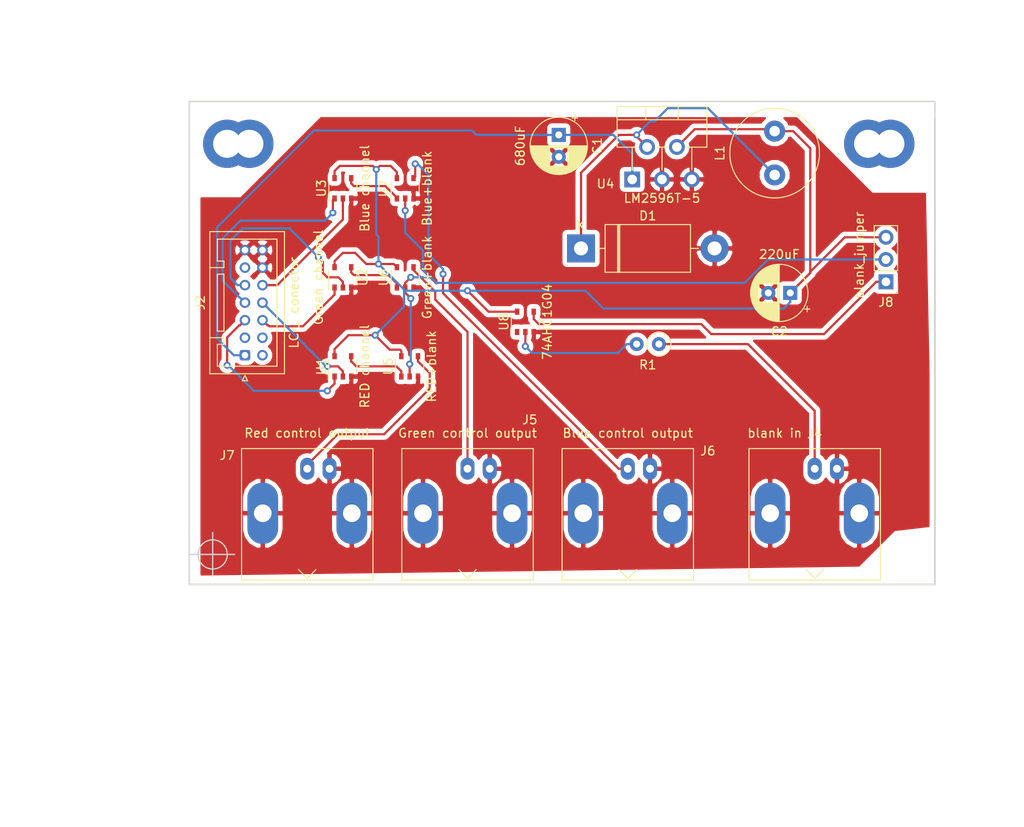
<source format=kicad_pcb>
(kicad_pcb (version 20171130) (host pcbnew 5.0.2-bee76a0~70~ubuntu18.04.1)

  (general
    (thickness 1.6)
    (drawings 9)
    (tracks 218)
    (zones 0)
    (modules 23)
    (nets 25)
  )

  (page A4)
  (layers
    (0 F.Cu signal)
    (31 B.Cu signal)
    (32 B.Adhes user)
    (33 F.Adhes user)
    (34 B.Paste user)
    (35 F.Paste user)
    (36 B.SilkS user)
    (37 F.SilkS user)
    (38 B.Mask user)
    (39 F.Mask user)
    (40 Dwgs.User user)
    (41 Cmts.User user)
    (42 Eco1.User user)
    (43 Eco2.User user)
    (44 Edge.Cuts user)
    (45 Margin user)
    (46 B.CrtYd user)
    (47 F.CrtYd user)
    (48 B.Fab user)
    (49 F.Fab user)
  )

  (setup
    (last_trace_width 0.25)
    (trace_clearance 0.2)
    (zone_clearance 0.508)
    (zone_45_only no)
    (trace_min 0.2)
    (segment_width 0.2)
    (edge_width 0.15)
    (via_size 0.8)
    (via_drill 0.4)
    (via_min_size 0.4)
    (via_min_drill 0.3)
    (uvia_size 0.3)
    (uvia_drill 0.1)
    (uvias_allowed no)
    (uvia_min_size 0.2)
    (uvia_min_drill 0.1)
    (pcb_text_width 0.3)
    (pcb_text_size 1.5 1.5)
    (mod_edge_width 0.15)
    (mod_text_size 1 1)
    (mod_text_width 0.15)
    (pad_size 1.524 1.524)
    (pad_drill 0.762)
    (pad_to_mask_clearance 0.051)
    (solder_mask_min_width 0.25)
    (aux_axis_origin 39.624 103.505)
    (visible_elements FFFFFF7F)
    (pcbplotparams
      (layerselection 0x3ffff_ffffffff)
      (usegerberextensions false)
      (usegerberattributes false)
      (usegerberadvancedattributes false)
      (creategerberjobfile false)
      (excludeedgelayer true)
      (linewidth 0.100000)
      (plotframeref false)
      (viasonmask false)
      (mode 1)
      (useauxorigin false)
      (hpglpennumber 1)
      (hpglpenspeed 20)
      (hpglpendiameter 15.000000)
      (psnegative false)
      (psa4output false)
      (plotreference true)
      (plotvalue true)
      (plotinvisibletext false)
      (padsonsilk false)
      (subtractmaskfromsilk false)
      (outputformat 1)
      (mirror false)
      (drillshape 0)
      (scaleselection 1)
      (outputdirectory "gerber/"))
  )

  (net 0 "")
  (net 1 GND)
  (net 2 VCC)
  (net 3 "Net-(D1-Pad1)")
  (net 4 +12V)
  (net 5 "Net-(J2-Pad3)")
  (net 6 "Net-(J2-Pad5)")
  (net 7 "Net-(J2-Pad7)")
  (net 8 "Net-(J2-Pad9)")
  (net 9 "Net-(J2-Pad11)")
  (net 10 "Net-(J2-Pad2)")
  (net 11 "Net-(J2-Pad4)")
  (net 12 "Net-(J2-Pad6)")
  (net 13 "Net-(J2-Pad8)")
  (net 14 "Net-(J2-Pad10)")
  (net 15 "Net-(J5-Pad1)")
  (net 16 "Net-(J6-Pad1)")
  (net 17 "Net-(J7-Pad1)")
  (net 18 "Net-(U1-Pad4)")
  (net 19 "Net-(U2-Pad4)")
  (net 20 "Net-(U3-Pad4)")
  (net 21 "Net-(J4-Pad1)")
  (net 22 "Net-(J8-Pad1)")
  (net 23 "Net-(J8-Pad2)")
  (net 24 "Net-(R1-Pad2)")

  (net_class Default "This is the default net class."
    (clearance 0.2)
    (trace_width 0.25)
    (via_dia 0.8)
    (via_drill 0.4)
    (uvia_dia 0.3)
    (uvia_drill 0.1)
    (add_net +12V)
    (add_net GND)
    (add_net "Net-(D1-Pad1)")
    (add_net "Net-(J2-Pad10)")
    (add_net "Net-(J2-Pad11)")
    (add_net "Net-(J2-Pad2)")
    (add_net "Net-(J2-Pad3)")
    (add_net "Net-(J2-Pad4)")
    (add_net "Net-(J2-Pad5)")
    (add_net "Net-(J2-Pad6)")
    (add_net "Net-(J2-Pad7)")
    (add_net "Net-(J2-Pad8)")
    (add_net "Net-(J2-Pad9)")
    (add_net "Net-(J4-Pad1)")
    (add_net "Net-(J5-Pad1)")
    (add_net "Net-(J6-Pad1)")
    (add_net "Net-(J7-Pad1)")
    (add_net "Net-(J8-Pad1)")
    (add_net "Net-(J8-Pad2)")
    (add_net "Net-(R1-Pad2)")
    (add_net "Net-(U1-Pad4)")
    (add_net "Net-(U2-Pad4)")
    (add_net "Net-(U3-Pad4)")
    (add_net VCC)
  )

  (module Connector_JST:JST_PUD_B14B-PUDSS_2x07_P2.00mm_Vertical (layer F.Cu) (tedit 5C44FAF3) (tstamp 5CA42A4F)
    (at 43.18 80.518 90)
    (descr "JST PUD series connector, B14B-PUDSS (http://www.jst-mfg.com/product/pdf/eng/ePUD.pdf), generated with kicad-footprint-generator")
    (tags "connector JST PUD side entry")
    (path /5C41A119)
    (fp_text reference J2 (at 6 -5.1 90) (layer F.SilkS)
      (effects (font (size 1 1) (thickness 0.15)))
    )
    (fp_text value "LCr_ conector" (at 6 5.6 90) (layer F.SilkS)
      (effects (font (size 1 1) (thickness 0.15)))
    )
    (fp_line (start -2 -3.9) (end -2 4.4) (layer F.Fab) (width 0.1))
    (fp_line (start -2 4.4) (end 14 4.4) (layer F.Fab) (width 0.1))
    (fp_line (start 14 4.4) (end 14 -3.9) (layer F.Fab) (width 0.1))
    (fp_line (start 14 -3.9) (end -2 -3.9) (layer F.Fab) (width 0.1))
    (fp_line (start 2.75 -3.15) (end 2.75 -2.4) (layer F.SilkS) (width 0.12))
    (fp_line (start 2.75 -2.4) (end 9.25 -2.4) (layer F.SilkS) (width 0.12))
    (fp_line (start 9.25 -2.4) (end 9.25 -3.15) (layer F.SilkS) (width 0.12))
    (fp_line (start 9.25 -3.15) (end 2.75 -3.15) (layer F.SilkS) (width 0.12))
    (fp_line (start -2.5 -4.4) (end -2.5 4.9) (layer F.CrtYd) (width 0.05))
    (fp_line (start -2.5 4.9) (end 14.5 4.9) (layer F.CrtYd) (width 0.05))
    (fp_line (start 14.5 4.9) (end 14.5 -4.4) (layer F.CrtYd) (width 0.05))
    (fp_line (start 14.5 -4.4) (end -2.5 -4.4) (layer F.CrtYd) (width 0.05))
    (fp_line (start 2 -4.01) (end 2 -2.4) (layer F.SilkS) (width 0.12))
    (fp_line (start 2 -2.4) (end 1.25 -2.4) (layer F.SilkS) (width 0.12))
    (fp_line (start 1.25 -2.4) (end 1.25 -3.15) (layer F.SilkS) (width 0.12))
    (fp_line (start 1.25 -3.15) (end -1.25 -3.15) (layer F.SilkS) (width 0.12))
    (fp_line (start -1.25 -3.15) (end -1.25 3.65) (layer F.SilkS) (width 0.12))
    (fp_line (start -1.25 3.65) (end 6 3.65) (layer F.SilkS) (width 0.12))
    (fp_line (start 10 -4.01) (end 10 -2.4) (layer F.SilkS) (width 0.12))
    (fp_line (start 10 -2.4) (end 10.75 -2.4) (layer F.SilkS) (width 0.12))
    (fp_line (start 10.75 -2.4) (end 10.75 -3.15) (layer F.SilkS) (width 0.12))
    (fp_line (start 10.75 -3.15) (end 13.25 -3.15) (layer F.SilkS) (width 0.12))
    (fp_line (start 13.25 -3.15) (end 13.25 3.65) (layer F.SilkS) (width 0.12))
    (fp_line (start 13.25 3.65) (end 6 3.65) (layer F.SilkS) (width 0.12))
    (fp_line (start -2.11 -4.01) (end -2.11 4.51) (layer F.SilkS) (width 0.12))
    (fp_line (start -2.11 4.51) (end 14.11 4.51) (layer F.SilkS) (width 0.12))
    (fp_line (start 14.11 4.51) (end 14.11 -4.01) (layer F.SilkS) (width 0.12))
    (fp_line (start 14.11 -4.01) (end -2.11 -4.01) (layer F.SilkS) (width 0.12))
    (fp_line (start -2.31 0) (end -2.91 0.3) (layer F.SilkS) (width 0.12))
    (fp_line (start -2.91 0.3) (end -2.91 -0.3) (layer F.SilkS) (width 0.12))
    (fp_line (start -2.91 -0.3) (end -2.31 0) (layer F.SilkS) (width 0.12))
    (fp_line (start -2 0.5) (end -1.292893 0) (layer F.Fab) (width 0.1))
    (fp_line (start -1.292893 0) (end -2 -0.5) (layer F.Fab) (width 0.1))
    (fp_text user %R (at 6 -3.2 90) (layer F.Fab)
      (effects (font (size 1 1) (thickness 0.15)))
    )
    (pad 1 thru_hole roundrect (at 0 0 90) (size 1.2 1.2) (drill 0.75) (layers *.Cu *.Mask) (roundrect_rratio 0.208333)
      (net 4 +12V))
    (pad 3 thru_hole circle (at 2 0 90) (size 1.2 1.2) (drill 0.75) (layers *.Cu *.Mask)
      (net 5 "Net-(J2-Pad3)"))
    (pad 5 thru_hole circle (at 4 0 90) (size 1.2 1.2) (drill 0.75) (layers *.Cu *.Mask)
      (net 6 "Net-(J2-Pad5)"))
    (pad 7 thru_hole circle (at 6 0 90) (size 1.2 1.2) (drill 0.75) (layers *.Cu *.Mask)
      (net 7 "Net-(J2-Pad7)"))
    (pad 9 thru_hole circle (at 8 0 90) (size 1.2 1.2) (drill 0.75) (layers *.Cu *.Mask)
      (net 8 "Net-(J2-Pad9)"))
    (pad 11 thru_hole circle (at 10 0 90) (size 1.2 1.2) (drill 0.75) (layers *.Cu *.Mask)
      (net 9 "Net-(J2-Pad11)"))
    (pad 13 thru_hole circle (at 12 0 90) (size 1.2 1.2) (drill 0.75) (layers *.Cu *.Mask)
      (net 1 GND))
    (pad 2 thru_hole circle (at 0 2 90) (size 1.2 1.2) (drill 0.75) (layers *.Cu *.Mask)
      (net 10 "Net-(J2-Pad2)"))
    (pad 4 thru_hole circle (at 2 2 90) (size 1.2 1.2) (drill 0.75) (layers *.Cu *.Mask)
      (net 11 "Net-(J2-Pad4)"))
    (pad 6 thru_hole circle (at 4 2 90) (size 1.2 1.2) (drill 0.75) (layers *.Cu *.Mask)
      (net 12 "Net-(J2-Pad6)"))
    (pad 8 thru_hole circle (at 6 2 90) (size 1.2 1.2) (drill 0.75) (layers *.Cu *.Mask)
      (net 13 "Net-(J2-Pad8)"))
    (pad 10 thru_hole circle (at 8 2 90) (size 1.2 1.2) (drill 0.75) (layers *.Cu *.Mask)
      (net 14 "Net-(J2-Pad10)"))
    (pad 12 thru_hole circle (at 10 2 90) (size 1.2 1.2) (drill 0.75) (layers *.Cu *.Mask)
      (net 1 GND))
    (pad 14 thru_hole circle (at 12 2 90) (size 1.2 1.2) (drill 0.75) (layers *.Cu *.Mask)
      (net 1 GND))
    (model ${KISYS3DMOD}/Connector_JST.3dshapes/JST_PUD_B14B-PUDSS_2x07_P2.00mm_Vertical.wrl
      (at (xyz 0 0 0))
      (scale (xyz 1 1 1))
      (rotate (xyz 0 0 0))
    )
  )

  (module MountingHole:MountingHole_3.2mm_M3_ISO14580_Pad (layer F.Cu) (tedit 5C81601E) (tstamp 5C99584B)
    (at 116.84 56.388)
    (descr "Mounting Hole 3.2mm, M3, ISO14580")
    (tags "mounting hole 3.2mm m3 iso14580")
    (autoplace_cost90 1)
    (attr virtual)
    (fp_text reference REF** (at 0 -3.75) (layer F.SilkS) hide
      (effects (font (size 1 1) (thickness 0.15)))
    )
    (fp_text value MountingHole_3.2mm_M3_ISO14580_Pad (at 0 3.75) (layer F.Fab)
      (effects (font (size 1 1) (thickness 0.15)))
    )
    (fp_text user %R (at 0.3 0) (layer F.Fab)
      (effects (font (size 1 1) (thickness 0.15)))
    )
    (fp_circle (center 0 0) (end 2.75 0) (layer Cmts.User) (width 0.15))
    (fp_circle (center 0 0) (end 3 0) (layer F.CrtYd) (width 0.05))
    (pad 1 thru_hole circle (at 0 0) (size 5.5 5.5) (drill 3.2) (layers *.Cu *.Mask))
  )

  (module MountingHole:MountingHole_3.2mm_M3_ISO14580_Pad (layer F.Cu) (tedit 5C81603D) (tstamp 5C99583D)
    (at 114.3 56.388)
    (descr "Mounting Hole 3.2mm, M3, ISO14580")
    (tags "mounting hole 3.2mm m3 iso14580")
    (attr virtual)
    (fp_text reference REF** (at 0 -3.75) (layer F.SilkS) hide
      (effects (font (size 1 1) (thickness 0.15)))
    )
    (fp_text value MountingHole_3.2mm_M3_ISO14580_Pad (at 0 3.75) (layer F.Fab)
      (effects (font (size 1 1) (thickness 0.15)))
    )
    (fp_circle (center 0 0) (end 3 0) (layer F.CrtYd) (width 0.05))
    (fp_circle (center 0 0) (end 2.75 0) (layer Cmts.User) (width 0.15))
    (fp_text user %R (at 0.3 0) (layer F.Fab)
      (effects (font (size 1 1) (thickness 0.15)))
    )
    (pad 1 thru_hole circle (at 0 0) (size 5.5 5.5) (drill 3.2) (layers *.Cu *.Mask))
  )

  (module MountingHole:MountingHole_3.2mm_M3_ISO14580_Pad (layer F.Cu) (tedit 5C816057) (tstamp 5C99582F)
    (at 43.688 56.388)
    (descr "Mounting Hole 3.2mm, M3, ISO14580")
    (tags "mounting hole 3.2mm m3 iso14580")
    (attr virtual)
    (fp_text reference REF** (at 0 -3.75) (layer F.SilkS) hide
      (effects (font (size 1 1) (thickness 0.15)))
    )
    (fp_text value MountingHole_3.2mm_M3_ISO14580_Pad (at 0 3.75) (layer F.Fab)
      (effects (font (size 1 1) (thickness 0.15)))
    )
    (fp_text user %R (at 0.3 0) (layer F.Fab)
      (effects (font (size 1 1) (thickness 0.15)))
    )
    (fp_circle (center 0 0) (end 2.75 0) (layer Cmts.User) (width 0.15))
    (fp_circle (center 0 0) (end 3 0) (layer F.CrtYd) (width 0.05))
    (pad 1 thru_hole circle (at 0 0) (size 5.5 5.5) (drill 3.2) (layers *.Cu *.Mask))
  )

  (module Package_TO_SOT_THT:TO-220-5_P3.4x3.7mm_StaggerOdd_Lead3.8mm_Vertical (layer F.Cu) (tedit 5C44FB1B) (tstamp 5CA42B69)
    (at 87.376 60.452)
    (descr "TO-220-5, Vertical, RM 1.7mm, Pentawatt, Multiwatt-5, staggered type-1, see http://www.analog.com/media/en/package-pcb-resources/package/pkg_pdf/ltc-legacy-to-220/to-220_5_05-08-1421.pdf?domain=www.linear.com, https://www.diodes.com/assets/Package-Files/TO220-5.pdf")
    (tags "TO-220-5 Vertical RM 1.7mm Pentawatt Multiwatt-5 staggered type-1")
    (path /5C419453)
    (fp_text reference U4 (at -3.048 0.508) (layer F.SilkS)
      (effects (font (size 1 1) (thickness 0.15)))
    )
    (fp_text value LM2596T-5 (at 3.4 2.15) (layer F.SilkS)
      (effects (font (size 1 1) (thickness 0.15)))
    )
    (fp_line (start -1.6 -8.2) (end -1.6 -3.8) (layer F.Fab) (width 0.1))
    (fp_line (start -1.6 -3.8) (end 8.4 -3.8) (layer F.Fab) (width 0.1))
    (fp_line (start 8.4 -3.8) (end 8.4 -8.2) (layer F.Fab) (width 0.1))
    (fp_line (start 8.4 -8.2) (end -1.6 -8.2) (layer F.Fab) (width 0.1))
    (fp_line (start -1.6 -6.93) (end 8.4 -6.93) (layer F.Fab) (width 0.1))
    (fp_line (start 1.55 -8.2) (end 1.55 -6.93) (layer F.Fab) (width 0.1))
    (fp_line (start 5.25 -8.2) (end 5.25 -6.93) (layer F.Fab) (width 0.1))
    (fp_line (start 0 -3.8) (end 0 0) (layer F.Fab) (width 0.1))
    (fp_line (start 1.7 -3.8) (end 1.7 -3.7) (layer F.Fab) (width 0.1))
    (fp_line (start 3.4 -3.8) (end 3.4 0) (layer F.Fab) (width 0.1))
    (fp_line (start 5.1 -3.8) (end 5.1 -3.7) (layer F.Fab) (width 0.1))
    (fp_line (start 6.8 -3.8) (end 6.8 0) (layer F.Fab) (width 0.1))
    (fp_line (start -1.721 -8.32) (end 8.52 -8.32) (layer F.SilkS) (width 0.12))
    (fp_line (start -1.721 -3.679) (end 0.635 -3.679) (layer F.SilkS) (width 0.12))
    (fp_line (start 2.765 -3.679) (end 4.035 -3.679) (layer F.SilkS) (width 0.12))
    (fp_line (start 6.165 -3.679) (end 8.52 -3.679) (layer F.SilkS) (width 0.12))
    (fp_line (start -1.721 -8.32) (end -1.721 -3.679) (layer F.SilkS) (width 0.12))
    (fp_line (start 8.52 -8.32) (end 8.52 -3.679) (layer F.SilkS) (width 0.12))
    (fp_line (start -1.721 -6.811) (end 8.52 -6.811) (layer F.SilkS) (width 0.12))
    (fp_line (start 1.55 -8.32) (end 1.55 -6.811) (layer F.SilkS) (width 0.12))
    (fp_line (start 5.25 -8.32) (end 5.25 -6.811) (layer F.SilkS) (width 0.12))
    (fp_line (start 0 -3.679) (end 0 -1.049) (layer F.SilkS) (width 0.12))
    (fp_line (start 3.4 -3.679) (end 3.4 -1.065) (layer F.SilkS) (width 0.12))
    (fp_line (start 6.8 -3.679) (end 6.8 -1.065) (layer F.SilkS) (width 0.12))
    (fp_line (start -1.85 -8.45) (end -1.85 1.15) (layer F.CrtYd) (width 0.05))
    (fp_line (start -1.85 1.15) (end 8.65 1.15) (layer F.CrtYd) (width 0.05))
    (fp_line (start 8.65 1.15) (end 8.65 -8.45) (layer F.CrtYd) (width 0.05))
    (fp_line (start 8.65 -8.45) (end -1.85 -8.45) (layer F.CrtYd) (width 0.05))
    (fp_text user %R (at 3.4 -9.32) (layer F.Fab)
      (effects (font (size 1 1) (thickness 0.15)))
    )
    (pad 1 thru_hole rect (at 0 0) (size 1.8 1.8) (drill 1.1) (layers *.Cu *.Mask)
      (net 4 +12V))
    (pad 2 thru_hole oval (at 1.7 -3.7) (size 1.8 1.8) (drill 1.1) (layers *.Cu *.Mask)
      (net 3 "Net-(D1-Pad1)"))
    (pad 3 thru_hole oval (at 3.4 0) (size 1.8 1.8) (drill 1.1) (layers *.Cu *.Mask)
      (net 1 GND))
    (pad 4 thru_hole oval (at 5.1 -3.7) (size 1.8 1.8) (drill 1.1) (layers *.Cu *.Mask)
      (net 2 VCC))
    (pad 5 thru_hole oval (at 6.8 0) (size 1.8 1.8) (drill 1.1) (layers *.Cu *.Mask)
      (net 1 GND))
    (model ${KISYS3DMOD}/Package_TO_SOT_THT.3dshapes/TO-220-5_P3.4x3.7mm_StaggerOdd_Lead3.8mm_Vertical.wrl
      (at (xyz 0 0 0))
      (scale (xyz 1 1 1))
      (rotate (xyz 0 0 0))
    )
  )

  (module Package_SO:TSOP-5_1.65x3.05mm_P0.95mm (layer F.Cu) (tedit 5C44FC9B) (tstamp 5CA42B93)
    (at 61.468 71.628 90)
    (descr "TSOP-5 package (comparable to TSOT-23), https://www.vishay.com/docs/71200/71200.pdf")
    (tags "Jedec MO-193C TSOP-5L")
    (path /5C427DC2)
    (attr smd)
    (fp_text reference U6 (at 0 -2.45 90) (layer F.SilkS)
      (effects (font (size 1 1) (thickness 0.15)))
    )
    (fp_text value Green+blank (at 0 2.5 90) (layer F.SilkS)
      (effects (font (size 1 1) (thickness 0.15)))
    )
    (fp_text user %R (at 0 0 180) (layer F.Fab)
      (effects (font (size 0.5 0.5) (thickness 0.075)))
    )
    (fp_line (start -0.8 1.6) (end 0.8 1.6) (layer F.SilkS) (width 0.12))
    (fp_line (start 0.8 -1.6) (end -1.5 -1.6) (layer F.SilkS) (width 0.12))
    (fp_line (start -0.825 -1.1) (end -0.425 -1.525) (layer F.Fab) (width 0.1))
    (fp_line (start 0.825 -1.525) (end -0.425 -1.525) (layer F.Fab) (width 0.1))
    (fp_line (start -0.825 -1.1) (end -0.825 1.525) (layer F.Fab) (width 0.1))
    (fp_line (start 0.825 1.525) (end -0.825 1.525) (layer F.Fab) (width 0.1))
    (fp_line (start 0.825 -1.525) (end 0.825 1.525) (layer F.Fab) (width 0.1))
    (fp_line (start -1.76 -1.78) (end 1.76 -1.78) (layer F.CrtYd) (width 0.05))
    (fp_line (start -1.76 -1.78) (end -1.76 1.77) (layer F.CrtYd) (width 0.05))
    (fp_line (start 1.76 1.77) (end 1.76 -1.78) (layer F.CrtYd) (width 0.05))
    (fp_line (start 1.76 1.77) (end -1.76 1.77) (layer F.CrtYd) (width 0.05))
    (pad 1 smd rect (at -1.16 -0.95 90) (size 0.7 0.51) (layers F.Cu F.Paste F.Mask)
      (net 19 "Net-(U2-Pad4)"))
    (pad 2 smd rect (at -1.16 0 90) (size 0.7 0.51) (layers F.Cu F.Paste F.Mask)
      (net 23 "Net-(J8-Pad2)"))
    (pad 3 smd rect (at -1.16 0.95 90) (size 0.7 0.51) (layers F.Cu F.Paste F.Mask)
      (net 1 GND))
    (pad 4 smd rect (at 1.16 0.95 90) (size 0.7 0.51) (layers F.Cu F.Paste F.Mask)
      (net 15 "Net-(J5-Pad1)"))
    (pad 5 smd rect (at 1.16 -0.95 90) (size 0.7 0.51) (layers F.Cu F.Paste F.Mask)
      (net 2 VCC))
    (model ${KISYS3DMOD}/Package_SO.3dshapes/TSOP-5_1.65x3.05mm_P0.95mm.wrl
      (at (xyz 0 0 0))
      (scale (xyz 1 1 1))
      (rotate (xyz 0 0 0))
    )
  )

  (module Capacitor_THT:CP_Radial_D6.3mm_P2.50mm (layer F.Cu) (tedit 5C44FBA1) (tstamp 5CA42945)
    (at 78.994 55.372 270)
    (descr "CP, Radial series, Radial, pin pitch=2.50mm, , diameter=6.3mm, Electrolytic Capacitor")
    (tags "CP Radial series Radial pin pitch 2.50mm  diameter 6.3mm Electrolytic Capacitor")
    (path /5C419545)
    (fp_text reference C1 (at 1.25 -4.4 270) (layer F.SilkS)
      (effects (font (size 1 1) (thickness 0.15)))
    )
    (fp_text value 680uF (at 1.25 4.4 270) (layer F.SilkS)
      (effects (font (size 1 1) (thickness 0.15)))
    )
    (fp_text user %R (at 1.25 0 270) (layer F.Fab)
      (effects (font (size 1 1) (thickness 0.15)))
    )
    (fp_line (start -1.935241 -2.154) (end -1.935241 -1.524) (layer F.SilkS) (width 0.12))
    (fp_line (start -2.250241 -1.839) (end -1.620241 -1.839) (layer F.SilkS) (width 0.12))
    (fp_line (start 4.491 -0.402) (end 4.491 0.402) (layer F.SilkS) (width 0.12))
    (fp_line (start 4.451 -0.633) (end 4.451 0.633) (layer F.SilkS) (width 0.12))
    (fp_line (start 4.411 -0.802) (end 4.411 0.802) (layer F.SilkS) (width 0.12))
    (fp_line (start 4.371 -0.94) (end 4.371 0.94) (layer F.SilkS) (width 0.12))
    (fp_line (start 4.331 -1.059) (end 4.331 1.059) (layer F.SilkS) (width 0.12))
    (fp_line (start 4.291 -1.165) (end 4.291 1.165) (layer F.SilkS) (width 0.12))
    (fp_line (start 4.251 -1.262) (end 4.251 1.262) (layer F.SilkS) (width 0.12))
    (fp_line (start 4.211 -1.35) (end 4.211 1.35) (layer F.SilkS) (width 0.12))
    (fp_line (start 4.171 -1.432) (end 4.171 1.432) (layer F.SilkS) (width 0.12))
    (fp_line (start 4.131 -1.509) (end 4.131 1.509) (layer F.SilkS) (width 0.12))
    (fp_line (start 4.091 -1.581) (end 4.091 1.581) (layer F.SilkS) (width 0.12))
    (fp_line (start 4.051 -1.65) (end 4.051 1.65) (layer F.SilkS) (width 0.12))
    (fp_line (start 4.011 -1.714) (end 4.011 1.714) (layer F.SilkS) (width 0.12))
    (fp_line (start 3.971 -1.776) (end 3.971 1.776) (layer F.SilkS) (width 0.12))
    (fp_line (start 3.931 -1.834) (end 3.931 1.834) (layer F.SilkS) (width 0.12))
    (fp_line (start 3.891 -1.89) (end 3.891 1.89) (layer F.SilkS) (width 0.12))
    (fp_line (start 3.851 -1.944) (end 3.851 1.944) (layer F.SilkS) (width 0.12))
    (fp_line (start 3.811 -1.995) (end 3.811 1.995) (layer F.SilkS) (width 0.12))
    (fp_line (start 3.771 -2.044) (end 3.771 2.044) (layer F.SilkS) (width 0.12))
    (fp_line (start 3.731 -2.092) (end 3.731 2.092) (layer F.SilkS) (width 0.12))
    (fp_line (start 3.691 -2.137) (end 3.691 2.137) (layer F.SilkS) (width 0.12))
    (fp_line (start 3.651 -2.182) (end 3.651 2.182) (layer F.SilkS) (width 0.12))
    (fp_line (start 3.611 -2.224) (end 3.611 2.224) (layer F.SilkS) (width 0.12))
    (fp_line (start 3.571 -2.265) (end 3.571 2.265) (layer F.SilkS) (width 0.12))
    (fp_line (start 3.531 1.04) (end 3.531 2.305) (layer F.SilkS) (width 0.12))
    (fp_line (start 3.531 -2.305) (end 3.531 -1.04) (layer F.SilkS) (width 0.12))
    (fp_line (start 3.491 1.04) (end 3.491 2.343) (layer F.SilkS) (width 0.12))
    (fp_line (start 3.491 -2.343) (end 3.491 -1.04) (layer F.SilkS) (width 0.12))
    (fp_line (start 3.451 1.04) (end 3.451 2.38) (layer F.SilkS) (width 0.12))
    (fp_line (start 3.451 -2.38) (end 3.451 -1.04) (layer F.SilkS) (width 0.12))
    (fp_line (start 3.411 1.04) (end 3.411 2.416) (layer F.SilkS) (width 0.12))
    (fp_line (start 3.411 -2.416) (end 3.411 -1.04) (layer F.SilkS) (width 0.12))
    (fp_line (start 3.371 1.04) (end 3.371 2.45) (layer F.SilkS) (width 0.12))
    (fp_line (start 3.371 -2.45) (end 3.371 -1.04) (layer F.SilkS) (width 0.12))
    (fp_line (start 3.331 1.04) (end 3.331 2.484) (layer F.SilkS) (width 0.12))
    (fp_line (start 3.331 -2.484) (end 3.331 -1.04) (layer F.SilkS) (width 0.12))
    (fp_line (start 3.291 1.04) (end 3.291 2.516) (layer F.SilkS) (width 0.12))
    (fp_line (start 3.291 -2.516) (end 3.291 -1.04) (layer F.SilkS) (width 0.12))
    (fp_line (start 3.251 1.04) (end 3.251 2.548) (layer F.SilkS) (width 0.12))
    (fp_line (start 3.251 -2.548) (end 3.251 -1.04) (layer F.SilkS) (width 0.12))
    (fp_line (start 3.211 1.04) (end 3.211 2.578) (layer F.SilkS) (width 0.12))
    (fp_line (start 3.211 -2.578) (end 3.211 -1.04) (layer F.SilkS) (width 0.12))
    (fp_line (start 3.171 1.04) (end 3.171 2.607) (layer F.SilkS) (width 0.12))
    (fp_line (start 3.171 -2.607) (end 3.171 -1.04) (layer F.SilkS) (width 0.12))
    (fp_line (start 3.131 1.04) (end 3.131 2.636) (layer F.SilkS) (width 0.12))
    (fp_line (start 3.131 -2.636) (end 3.131 -1.04) (layer F.SilkS) (width 0.12))
    (fp_line (start 3.091 1.04) (end 3.091 2.664) (layer F.SilkS) (width 0.12))
    (fp_line (start 3.091 -2.664) (end 3.091 -1.04) (layer F.SilkS) (width 0.12))
    (fp_line (start 3.051 1.04) (end 3.051 2.69) (layer F.SilkS) (width 0.12))
    (fp_line (start 3.051 -2.69) (end 3.051 -1.04) (layer F.SilkS) (width 0.12))
    (fp_line (start 3.011 1.04) (end 3.011 2.716) (layer F.SilkS) (width 0.12))
    (fp_line (start 3.011 -2.716) (end 3.011 -1.04) (layer F.SilkS) (width 0.12))
    (fp_line (start 2.971 1.04) (end 2.971 2.742) (layer F.SilkS) (width 0.12))
    (fp_line (start 2.971 -2.742) (end 2.971 -1.04) (layer F.SilkS) (width 0.12))
    (fp_line (start 2.931 1.04) (end 2.931 2.766) (layer F.SilkS) (width 0.12))
    (fp_line (start 2.931 -2.766) (end 2.931 -1.04) (layer F.SilkS) (width 0.12))
    (fp_line (start 2.891 1.04) (end 2.891 2.79) (layer F.SilkS) (width 0.12))
    (fp_line (start 2.891 -2.79) (end 2.891 -1.04) (layer F.SilkS) (width 0.12))
    (fp_line (start 2.851 1.04) (end 2.851 2.812) (layer F.SilkS) (width 0.12))
    (fp_line (start 2.851 -2.812) (end 2.851 -1.04) (layer F.SilkS) (width 0.12))
    (fp_line (start 2.811 1.04) (end 2.811 2.834) (layer F.SilkS) (width 0.12))
    (fp_line (start 2.811 -2.834) (end 2.811 -1.04) (layer F.SilkS) (width 0.12))
    (fp_line (start 2.771 1.04) (end 2.771 2.856) (layer F.SilkS) (width 0.12))
    (fp_line (start 2.771 -2.856) (end 2.771 -1.04) (layer F.SilkS) (width 0.12))
    (fp_line (start 2.731 1.04) (end 2.731 2.876) (layer F.SilkS) (width 0.12))
    (fp_line (start 2.731 -2.876) (end 2.731 -1.04) (layer F.SilkS) (width 0.12))
    (fp_line (start 2.691 1.04) (end 2.691 2.896) (layer F.SilkS) (width 0.12))
    (fp_line (start 2.691 -2.896) (end 2.691 -1.04) (layer F.SilkS) (width 0.12))
    (fp_line (start 2.651 1.04) (end 2.651 2.916) (layer F.SilkS) (width 0.12))
    (fp_line (start 2.651 -2.916) (end 2.651 -1.04) (layer F.SilkS) (width 0.12))
    (fp_line (start 2.611 1.04) (end 2.611 2.934) (layer F.SilkS) (width 0.12))
    (fp_line (start 2.611 -2.934) (end 2.611 -1.04) (layer F.SilkS) (width 0.12))
    (fp_line (start 2.571 1.04) (end 2.571 2.952) (layer F.SilkS) (width 0.12))
    (fp_line (start 2.571 -2.952) (end 2.571 -1.04) (layer F.SilkS) (width 0.12))
    (fp_line (start 2.531 1.04) (end 2.531 2.97) (layer F.SilkS) (width 0.12))
    (fp_line (start 2.531 -2.97) (end 2.531 -1.04) (layer F.SilkS) (width 0.12))
    (fp_line (start 2.491 1.04) (end 2.491 2.986) (layer F.SilkS) (width 0.12))
    (fp_line (start 2.491 -2.986) (end 2.491 -1.04) (layer F.SilkS) (width 0.12))
    (fp_line (start 2.451 1.04) (end 2.451 3.002) (layer F.SilkS) (width 0.12))
    (fp_line (start 2.451 -3.002) (end 2.451 -1.04) (layer F.SilkS) (width 0.12))
    (fp_line (start 2.411 1.04) (end 2.411 3.018) (layer F.SilkS) (width 0.12))
    (fp_line (start 2.411 -3.018) (end 2.411 -1.04) (layer F.SilkS) (width 0.12))
    (fp_line (start 2.371 1.04) (end 2.371 3.033) (layer F.SilkS) (width 0.12))
    (fp_line (start 2.371 -3.033) (end 2.371 -1.04) (layer F.SilkS) (width 0.12))
    (fp_line (start 2.331 1.04) (end 2.331 3.047) (layer F.SilkS) (width 0.12))
    (fp_line (start 2.331 -3.047) (end 2.331 -1.04) (layer F.SilkS) (width 0.12))
    (fp_line (start 2.291 1.04) (end 2.291 3.061) (layer F.SilkS) (width 0.12))
    (fp_line (start 2.291 -3.061) (end 2.291 -1.04) (layer F.SilkS) (width 0.12))
    (fp_line (start 2.251 1.04) (end 2.251 3.074) (layer F.SilkS) (width 0.12))
    (fp_line (start 2.251 -3.074) (end 2.251 -1.04) (layer F.SilkS) (width 0.12))
    (fp_line (start 2.211 1.04) (end 2.211 3.086) (layer F.SilkS) (width 0.12))
    (fp_line (start 2.211 -3.086) (end 2.211 -1.04) (layer F.SilkS) (width 0.12))
    (fp_line (start 2.171 1.04) (end 2.171 3.098) (layer F.SilkS) (width 0.12))
    (fp_line (start 2.171 -3.098) (end 2.171 -1.04) (layer F.SilkS) (width 0.12))
    (fp_line (start 2.131 1.04) (end 2.131 3.11) (layer F.SilkS) (width 0.12))
    (fp_line (start 2.131 -3.11) (end 2.131 -1.04) (layer F.SilkS) (width 0.12))
    (fp_line (start 2.091 1.04) (end 2.091 3.121) (layer F.SilkS) (width 0.12))
    (fp_line (start 2.091 -3.121) (end 2.091 -1.04) (layer F.SilkS) (width 0.12))
    (fp_line (start 2.051 1.04) (end 2.051 3.131) (layer F.SilkS) (width 0.12))
    (fp_line (start 2.051 -3.131) (end 2.051 -1.04) (layer F.SilkS) (width 0.12))
    (fp_line (start 2.011 1.04) (end 2.011 3.141) (layer F.SilkS) (width 0.12))
    (fp_line (start 2.011 -3.141) (end 2.011 -1.04) (layer F.SilkS) (width 0.12))
    (fp_line (start 1.971 1.04) (end 1.971 3.15) (layer F.SilkS) (width 0.12))
    (fp_line (start 1.971 -3.15) (end 1.971 -1.04) (layer F.SilkS) (width 0.12))
    (fp_line (start 1.93 1.04) (end 1.93 3.159) (layer F.SilkS) (width 0.12))
    (fp_line (start 1.93 -3.159) (end 1.93 -1.04) (layer F.SilkS) (width 0.12))
    (fp_line (start 1.89 1.04) (end 1.89 3.167) (layer F.SilkS) (width 0.12))
    (fp_line (start 1.89 -3.167) (end 1.89 -1.04) (layer F.SilkS) (width 0.12))
    (fp_line (start 1.85 1.04) (end 1.85 3.175) (layer F.SilkS) (width 0.12))
    (fp_line (start 1.85 -3.175) (end 1.85 -1.04) (layer F.SilkS) (width 0.12))
    (fp_line (start 1.81 1.04) (end 1.81 3.182) (layer F.SilkS) (width 0.12))
    (fp_line (start 1.81 -3.182) (end 1.81 -1.04) (layer F.SilkS) (width 0.12))
    (fp_line (start 1.77 1.04) (end 1.77 3.189) (layer F.SilkS) (width 0.12))
    (fp_line (start 1.77 -3.189) (end 1.77 -1.04) (layer F.SilkS) (width 0.12))
    (fp_line (start 1.73 1.04) (end 1.73 3.195) (layer F.SilkS) (width 0.12))
    (fp_line (start 1.73 -3.195) (end 1.73 -1.04) (layer F.SilkS) (width 0.12))
    (fp_line (start 1.69 1.04) (end 1.69 3.201) (layer F.SilkS) (width 0.12))
    (fp_line (start 1.69 -3.201) (end 1.69 -1.04) (layer F.SilkS) (width 0.12))
    (fp_line (start 1.65 1.04) (end 1.65 3.206) (layer F.SilkS) (width 0.12))
    (fp_line (start 1.65 -3.206) (end 1.65 -1.04) (layer F.SilkS) (width 0.12))
    (fp_line (start 1.61 1.04) (end 1.61 3.211) (layer F.SilkS) (width 0.12))
    (fp_line (start 1.61 -3.211) (end 1.61 -1.04) (layer F.SilkS) (width 0.12))
    (fp_line (start 1.57 1.04) (end 1.57 3.215) (layer F.SilkS) (width 0.12))
    (fp_line (start 1.57 -3.215) (end 1.57 -1.04) (layer F.SilkS) (width 0.12))
    (fp_line (start 1.53 1.04) (end 1.53 3.218) (layer F.SilkS) (width 0.12))
    (fp_line (start 1.53 -3.218) (end 1.53 -1.04) (layer F.SilkS) (width 0.12))
    (fp_line (start 1.49 1.04) (end 1.49 3.222) (layer F.SilkS) (width 0.12))
    (fp_line (start 1.49 -3.222) (end 1.49 -1.04) (layer F.SilkS) (width 0.12))
    (fp_line (start 1.45 -3.224) (end 1.45 3.224) (layer F.SilkS) (width 0.12))
    (fp_line (start 1.41 -3.227) (end 1.41 3.227) (layer F.SilkS) (width 0.12))
    (fp_line (start 1.37 -3.228) (end 1.37 3.228) (layer F.SilkS) (width 0.12))
    (fp_line (start 1.33 -3.23) (end 1.33 3.23) (layer F.SilkS) (width 0.12))
    (fp_line (start 1.29 -3.23) (end 1.29 3.23) (layer F.SilkS) (width 0.12))
    (fp_line (start 1.25 -3.23) (end 1.25 3.23) (layer F.SilkS) (width 0.12))
    (fp_line (start -1.128972 -1.6885) (end -1.128972 -1.0585) (layer F.Fab) (width 0.1))
    (fp_line (start -1.443972 -1.3735) (end -0.813972 -1.3735) (layer F.Fab) (width 0.1))
    (fp_circle (center 1.25 0) (end 4.65 0) (layer F.CrtYd) (width 0.05))
    (fp_circle (center 1.25 0) (end 4.52 0) (layer F.SilkS) (width 0.12))
    (fp_circle (center 1.25 0) (end 4.4 0) (layer F.Fab) (width 0.1))
    (pad 2 thru_hole circle (at 2.5 0 270) (size 1.6 1.6) (drill 0.8) (layers *.Cu *.Mask)
      (net 1 GND))
    (pad 1 thru_hole rect (at 0 0 270) (size 1.6 1.6) (drill 0.8) (layers *.Cu *.Mask)
      (net 4 +12V))
    (model ${KISYS3DMOD}/Capacitor_THT.3dshapes/CP_Radial_D6.3mm_P2.50mm.wrl
      (at (xyz 0 0 0))
      (scale (xyz 1 1 1))
      (rotate (xyz 0 0 0))
    )
  )

  (module Capacitor_THT:CP_Radial_D6.3mm_P2.50mm (layer F.Cu) (tedit 5C816209) (tstamp 5CA429D9)
    (at 105.41 73.406 180)
    (descr "CP, Radial series, Radial, pin pitch=2.50mm, , diameter=6.3mm, Electrolytic Capacitor")
    (tags "CP Radial series Radial pin pitch 2.50mm  diameter 6.3mm Electrolytic Capacitor")
    (path /5C419597)
    (fp_text reference C2 (at 1.25 -4.4 180) (layer F.SilkS)
      (effects (font (size 1 1) (thickness 0.15)))
    )
    (fp_text value 220uF (at 1.25 4.4 180) (layer F.SilkS)
      (effects (font (size 1 1) (thickness 0.15)))
    )
    (fp_circle (center 1.25 0) (end 4.4 0) (layer F.Fab) (width 0.1))
    (fp_circle (center 1.25 0) (end 4.52 0) (layer F.SilkS) (width 0.12))
    (fp_circle (center 1.25 0) (end 4.65 0) (layer F.CrtYd) (width 0.05))
    (fp_line (start -1.443972 -1.3735) (end -0.813972 -1.3735) (layer F.Fab) (width 0.1))
    (fp_line (start -1.128972 -1.6885) (end -1.128972 -1.0585) (layer F.Fab) (width 0.1))
    (fp_line (start 1.25 -3.23) (end 1.25 3.23) (layer F.SilkS) (width 0.12))
    (fp_line (start 1.29 -3.23) (end 1.29 3.23) (layer F.SilkS) (width 0.12))
    (fp_line (start 1.33 -3.23) (end 1.33 3.23) (layer F.SilkS) (width 0.12))
    (fp_line (start 1.37 -3.228) (end 1.37 3.228) (layer F.SilkS) (width 0.12))
    (fp_line (start 1.41 -3.227) (end 1.41 3.227) (layer F.SilkS) (width 0.12))
    (fp_line (start 1.45 -3.224) (end 1.45 3.224) (layer F.SilkS) (width 0.12))
    (fp_line (start 1.49 -3.222) (end 1.49 -1.04) (layer F.SilkS) (width 0.12))
    (fp_line (start 1.49 1.04) (end 1.49 3.222) (layer F.SilkS) (width 0.12))
    (fp_line (start 1.53 -3.218) (end 1.53 -1.04) (layer F.SilkS) (width 0.12))
    (fp_line (start 1.53 1.04) (end 1.53 3.218) (layer F.SilkS) (width 0.12))
    (fp_line (start 1.57 -3.215) (end 1.57 -1.04) (layer F.SilkS) (width 0.12))
    (fp_line (start 1.57 1.04) (end 1.57 3.215) (layer F.SilkS) (width 0.12))
    (fp_line (start 1.61 -3.211) (end 1.61 -1.04) (layer F.SilkS) (width 0.12))
    (fp_line (start 1.61 1.04) (end 1.61 3.211) (layer F.SilkS) (width 0.12))
    (fp_line (start 1.65 -3.206) (end 1.65 -1.04) (layer F.SilkS) (width 0.12))
    (fp_line (start 1.65 1.04) (end 1.65 3.206) (layer F.SilkS) (width 0.12))
    (fp_line (start 1.69 -3.201) (end 1.69 -1.04) (layer F.SilkS) (width 0.12))
    (fp_line (start 1.69 1.04) (end 1.69 3.201) (layer F.SilkS) (width 0.12))
    (fp_line (start 1.73 -3.195) (end 1.73 -1.04) (layer F.SilkS) (width 0.12))
    (fp_line (start 1.73 1.04) (end 1.73 3.195) (layer F.SilkS) (width 0.12))
    (fp_line (start 1.77 -3.189) (end 1.77 -1.04) (layer F.SilkS) (width 0.12))
    (fp_line (start 1.77 1.04) (end 1.77 3.189) (layer F.SilkS) (width 0.12))
    (fp_line (start 1.81 -3.182) (end 1.81 -1.04) (layer F.SilkS) (width 0.12))
    (fp_line (start 1.81 1.04) (end 1.81 3.182) (layer F.SilkS) (width 0.12))
    (fp_line (start 1.85 -3.175) (end 1.85 -1.04) (layer F.SilkS) (width 0.12))
    (fp_line (start 1.85 1.04) (end 1.85 3.175) (layer F.SilkS) (width 0.12))
    (fp_line (start 1.89 -3.167) (end 1.89 -1.04) (layer F.SilkS) (width 0.12))
    (fp_line (start 1.89 1.04) (end 1.89 3.167) (layer F.SilkS) (width 0.12))
    (fp_line (start 1.93 -3.159) (end 1.93 -1.04) (layer F.SilkS) (width 0.12))
    (fp_line (start 1.93 1.04) (end 1.93 3.159) (layer F.SilkS) (width 0.12))
    (fp_line (start 1.971 -3.15) (end 1.971 -1.04) (layer F.SilkS) (width 0.12))
    (fp_line (start 1.971 1.04) (end 1.971 3.15) (layer F.SilkS) (width 0.12))
    (fp_line (start 2.011 -3.141) (end 2.011 -1.04) (layer F.SilkS) (width 0.12))
    (fp_line (start 2.011 1.04) (end 2.011 3.141) (layer F.SilkS) (width 0.12))
    (fp_line (start 2.051 -3.131) (end 2.051 -1.04) (layer F.SilkS) (width 0.12))
    (fp_line (start 2.051 1.04) (end 2.051 3.131) (layer F.SilkS) (width 0.12))
    (fp_line (start 2.091 -3.121) (end 2.091 -1.04) (layer F.SilkS) (width 0.12))
    (fp_line (start 2.091 1.04) (end 2.091 3.121) (layer F.SilkS) (width 0.12))
    (fp_line (start 2.131 -3.11) (end 2.131 -1.04) (layer F.SilkS) (width 0.12))
    (fp_line (start 2.131 1.04) (end 2.131 3.11) (layer F.SilkS) (width 0.12))
    (fp_line (start 2.171 -3.098) (end 2.171 -1.04) (layer F.SilkS) (width 0.12))
    (fp_line (start 2.171 1.04) (end 2.171 3.098) (layer F.SilkS) (width 0.12))
    (fp_line (start 2.211 -3.086) (end 2.211 -1.04) (layer F.SilkS) (width 0.12))
    (fp_line (start 2.211 1.04) (end 2.211 3.086) (layer F.SilkS) (width 0.12))
    (fp_line (start 2.251 -3.074) (end 2.251 -1.04) (layer F.SilkS) (width 0.12))
    (fp_line (start 2.251 1.04) (end 2.251 3.074) (layer F.SilkS) (width 0.12))
    (fp_line (start 2.291 -3.061) (end 2.291 -1.04) (layer F.SilkS) (width 0.12))
    (fp_line (start 2.291 1.04) (end 2.291 3.061) (layer F.SilkS) (width 0.12))
    (fp_line (start 2.331 -3.047) (end 2.331 -1.04) (layer F.SilkS) (width 0.12))
    (fp_line (start 2.331 1.04) (end 2.331 3.047) (layer F.SilkS) (width 0.12))
    (fp_line (start 2.371 -3.033) (end 2.371 -1.04) (layer F.SilkS) (width 0.12))
    (fp_line (start 2.371 1.04) (end 2.371 3.033) (layer F.SilkS) (width 0.12))
    (fp_line (start 2.411 -3.018) (end 2.411 -1.04) (layer F.SilkS) (width 0.12))
    (fp_line (start 2.411 1.04) (end 2.411 3.018) (layer F.SilkS) (width 0.12))
    (fp_line (start 2.451 -3.002) (end 2.451 -1.04) (layer F.SilkS) (width 0.12))
    (fp_line (start 2.451 1.04) (end 2.451 3.002) (layer F.SilkS) (width 0.12))
    (fp_line (start 2.491 -2.986) (end 2.491 -1.04) (layer F.SilkS) (width 0.12))
    (fp_line (start 2.491 1.04) (end 2.491 2.986) (layer F.SilkS) (width 0.12))
    (fp_line (start 2.531 -2.97) (end 2.531 -1.04) (layer F.SilkS) (width 0.12))
    (fp_line (start 2.531 1.04) (end 2.531 2.97) (layer F.SilkS) (width 0.12))
    (fp_line (start 2.571 -2.952) (end 2.571 -1.04) (layer F.SilkS) (width 0.12))
    (fp_line (start 2.571 1.04) (end 2.571 2.952) (layer F.SilkS) (width 0.12))
    (fp_line (start 2.611 -2.934) (end 2.611 -1.04) (layer F.SilkS) (width 0.12))
    (fp_line (start 2.611 1.04) (end 2.611 2.934) (layer F.SilkS) (width 0.12))
    (fp_line (start 2.651 -2.916) (end 2.651 -1.04) (layer F.SilkS) (width 0.12))
    (fp_line (start 2.651 1.04) (end 2.651 2.916) (layer F.SilkS) (width 0.12))
    (fp_line (start 2.691 -2.896) (end 2.691 -1.04) (layer F.SilkS) (width 0.12))
    (fp_line (start 2.691 1.04) (end 2.691 2.896) (layer F.SilkS) (width 0.12))
    (fp_line (start 2.731 -2.876) (end 2.731 -1.04) (layer F.SilkS) (width 0.12))
    (fp_line (start 2.731 1.04) (end 2.731 2.876) (layer F.SilkS) (width 0.12))
    (fp_line (start 2.771 -2.856) (end 2.771 -1.04) (layer F.SilkS) (width 0.12))
    (fp_line (start 2.771 1.04) (end 2.771 2.856) (layer F.SilkS) (width 0.12))
    (fp_line (start 2.811 -2.834) (end 2.811 -1.04) (layer F.SilkS) (width 0.12))
    (fp_line (start 2.811 1.04) (end 2.811 2.834) (layer F.SilkS) (width 0.12))
    (fp_line (start 2.851 -2.812) (end 2.851 -1.04) (layer F.SilkS) (width 0.12))
    (fp_line (start 2.851 1.04) (end 2.851 2.812) (layer F.SilkS) (width 0.12))
    (fp_line (start 2.891 -2.79) (end 2.891 -1.04) (layer F.SilkS) (width 0.12))
    (fp_line (start 2.891 1.04) (end 2.891 2.79) (layer F.SilkS) (width 0.12))
    (fp_line (start 2.931 -2.766) (end 2.931 -1.04) (layer F.SilkS) (width 0.12))
    (fp_line (start 2.931 1.04) (end 2.931 2.766) (layer F.SilkS) (width 0.12))
    (fp_line (start 2.971 -2.742) (end 2.971 -1.04) (layer F.SilkS) (width 0.12))
    (fp_line (start 2.971 1.04) (end 2.971 2.742) (layer F.SilkS) (width 0.12))
    (fp_line (start 3.011 -2.716) (end 3.011 -1.04) (layer F.SilkS) (width 0.12))
    (fp_line (start 3.011 1.04) (end 3.011 2.716) (layer F.SilkS) (width 0.12))
    (fp_line (start 3.051 -2.69) (end 3.051 -1.04) (layer F.SilkS) (width 0.12))
    (fp_line (start 3.051 1.04) (end 3.051 2.69) (layer F.SilkS) (width 0.12))
    (fp_line (start 3.091 -2.664) (end 3.091 -1.04) (layer F.SilkS) (width 0.12))
    (fp_line (start 3.091 1.04) (end 3.091 2.664) (layer F.SilkS) (width 0.12))
    (fp_line (start 3.131 -2.636) (end 3.131 -1.04) (layer F.SilkS) (width 0.12))
    (fp_line (start 3.131 1.04) (end 3.131 2.636) (layer F.SilkS) (width 0.12))
    (fp_line (start 3.171 -2.607) (end 3.171 -1.04) (layer F.SilkS) (width 0.12))
    (fp_line (start 3.171 1.04) (end 3.171 2.607) (layer F.SilkS) (width 0.12))
    (fp_line (start 3.211 -2.578) (end 3.211 -1.04) (layer F.SilkS) (width 0.12))
    (fp_line (start 3.211 1.04) (end 3.211 2.578) (layer F.SilkS) (width 0.12))
    (fp_line (start 3.251 -2.548) (end 3.251 -1.04) (layer F.SilkS) (width 0.12))
    (fp_line (start 3.251 1.04) (end 3.251 2.548) (layer F.SilkS) (width 0.12))
    (fp_line (start 3.291 -2.516) (end 3.291 -1.04) (layer F.SilkS) (width 0.12))
    (fp_line (start 3.291 1.04) (end 3.291 2.516) (layer F.SilkS) (width 0.12))
    (fp_line (start 3.331 -2.484) (end 3.331 -1.04) (layer F.SilkS) (width 0.12))
    (fp_line (start 3.331 1.04) (end 3.331 2.484) (layer F.SilkS) (width 0.12))
    (fp_line (start 3.371 -2.45) (end 3.371 -1.04) (layer F.SilkS) (width 0.12))
    (fp_line (start 3.371 1.04) (end 3.371 2.45) (layer F.SilkS) (width 0.12))
    (fp_line (start 3.411 -2.416) (end 3.411 -1.04) (layer F.SilkS) (width 0.12))
    (fp_line (start 3.411 1.04) (end 3.411 2.416) (layer F.SilkS) (width 0.12))
    (fp_line (start 3.451 -2.38) (end 3.451 -1.04) (layer F.SilkS) (width 0.12))
    (fp_line (start 3.451 1.04) (end 3.451 2.38) (layer F.SilkS) (width 0.12))
    (fp_line (start 3.491 -2.343) (end 3.491 -1.04) (layer F.SilkS) (width 0.12))
    (fp_line (start 3.491 1.04) (end 3.491 2.343) (layer F.SilkS) (width 0.12))
    (fp_line (start 3.531 -2.305) (end 3.531 -1.04) (layer F.SilkS) (width 0.12))
    (fp_line (start 3.531 1.04) (end 3.531 2.305) (layer F.SilkS) (width 0.12))
    (fp_line (start 3.571 -2.265) (end 3.571 2.265) (layer F.SilkS) (width 0.12))
    (fp_line (start 3.611 -2.224) (end 3.611 2.224) (layer F.SilkS) (width 0.12))
    (fp_line (start 3.651 -2.182) (end 3.651 2.182) (layer F.SilkS) (width 0.12))
    (fp_line (start 3.691 -2.137) (end 3.691 2.137) (layer F.SilkS) (width 0.12))
    (fp_line (start 3.731 -2.092) (end 3.731 2.092) (layer F.SilkS) (width 0.12))
    (fp_line (start 3.771 -2.044) (end 3.771 2.044) (layer F.SilkS) (width 0.12))
    (fp_line (start 3.811 -1.995) (end 3.811 1.995) (layer F.SilkS) (width 0.12))
    (fp_line (start 3.851 -1.944) (end 3.851 1.944) (layer F.SilkS) (width 0.12))
    (fp_line (start 3.891 -1.89) (end 3.891 1.89) (layer F.SilkS) (width 0.12))
    (fp_line (start 3.931 -1.834) (end 3.931 1.834) (layer F.SilkS) (width 0.12))
    (fp_line (start 3.971 -1.776) (end 3.971 1.776) (layer F.SilkS) (width 0.12))
    (fp_line (start 4.011 -1.714) (end 4.011 1.714) (layer F.SilkS) (width 0.12))
    (fp_line (start 4.051 -1.65) (end 4.051 1.65) (layer F.SilkS) (width 0.12))
    (fp_line (start 4.091 -1.581) (end 4.091 1.581) (layer F.SilkS) (width 0.12))
    (fp_line (start 4.131 -1.509) (end 4.131 1.509) (layer F.SilkS) (width 0.12))
    (fp_line (start 4.171 -1.432) (end 4.171 1.432) (layer F.SilkS) (width 0.12))
    (fp_line (start 4.211 -1.35) (end 4.211 1.35) (layer F.SilkS) (width 0.12))
    (fp_line (start 4.251 -1.262) (end 4.251 1.262) (layer F.SilkS) (width 0.12))
    (fp_line (start 4.291 -1.165) (end 4.291 1.165) (layer F.SilkS) (width 0.12))
    (fp_line (start 4.331 -1.059) (end 4.331 1.059) (layer F.SilkS) (width 0.12))
    (fp_line (start 4.371 -0.94) (end 4.371 0.94) (layer F.SilkS) (width 0.12))
    (fp_line (start 4.411 -0.802) (end 4.411 0.802) (layer F.SilkS) (width 0.12))
    (fp_line (start 4.451 -0.633) (end 4.451 0.633) (layer F.SilkS) (width 0.12))
    (fp_line (start 4.491 -0.402) (end 4.491 0.402) (layer F.SilkS) (width 0.12))
    (fp_line (start -2.250241 -1.839) (end -1.620241 -1.839) (layer F.SilkS) (width 0.12))
    (fp_line (start -1.935241 -2.154) (end -1.935241 -1.524) (layer F.SilkS) (width 0.12))
    (fp_text user %R (at 1.25 0 180) (layer F.Fab)
      (effects (font (size 1 1) (thickness 0.15)))
    )
    (pad 1 thru_hole rect (at 0 0 180) (size 1.6 1.6) (drill 0.8) (layers *.Cu *.Mask)
      (net 2 VCC))
    (pad 2 thru_hole circle (at 2.5 0 180) (size 1.6 1.6) (drill 0.8) (layers *.Cu *.Mask)
      (net 1 GND))
    (model ${KISYS3DMOD}/Capacitor_THT.3dshapes/CP_Radial_D6.3mm_P2.50mm.wrl
      (at (xyz 0 0 0))
      (scale (xyz 1 1 1))
      (rotate (xyz 0 0 0))
    )
  )

  (module Diode_THT:D_DO-201AD_P15.24mm_Horizontal (layer F.Cu) (tedit 5AE50CD5) (tstamp 5CA429F8)
    (at 81.534 68.326)
    (descr "Diode, DO-201AD series, Axial, Horizontal, pin pitch=15.24mm, , length*diameter=9.5*5.2mm^2, , http://www.diodes.com/_files/packages/DO-201AD.pdf")
    (tags "Diode DO-201AD series Axial Horizontal pin pitch 15.24mm  length 9.5mm diameter 5.2mm")
    (path /5C4197E8)
    (fp_text reference D1 (at 7.62 -3.72) (layer F.SilkS)
      (effects (font (size 1 1) (thickness 0.15)))
    )
    (fp_text value D_Schottky (at 7.62 3.72) (layer F.Fab)
      (effects (font (size 1 1) (thickness 0.15)))
    )
    (fp_line (start 2.87 -2.6) (end 2.87 2.6) (layer F.Fab) (width 0.1))
    (fp_line (start 2.87 2.6) (end 12.37 2.6) (layer F.Fab) (width 0.1))
    (fp_line (start 12.37 2.6) (end 12.37 -2.6) (layer F.Fab) (width 0.1))
    (fp_line (start 12.37 -2.6) (end 2.87 -2.6) (layer F.Fab) (width 0.1))
    (fp_line (start 0 0) (end 2.87 0) (layer F.Fab) (width 0.1))
    (fp_line (start 15.24 0) (end 12.37 0) (layer F.Fab) (width 0.1))
    (fp_line (start 4.295 -2.6) (end 4.295 2.6) (layer F.Fab) (width 0.1))
    (fp_line (start 4.395 -2.6) (end 4.395 2.6) (layer F.Fab) (width 0.1))
    (fp_line (start 4.195 -2.6) (end 4.195 2.6) (layer F.Fab) (width 0.1))
    (fp_line (start 2.75 -2.72) (end 2.75 2.72) (layer F.SilkS) (width 0.12))
    (fp_line (start 2.75 2.72) (end 12.49 2.72) (layer F.SilkS) (width 0.12))
    (fp_line (start 12.49 2.72) (end 12.49 -2.72) (layer F.SilkS) (width 0.12))
    (fp_line (start 12.49 -2.72) (end 2.75 -2.72) (layer F.SilkS) (width 0.12))
    (fp_line (start 1.84 0) (end 2.75 0) (layer F.SilkS) (width 0.12))
    (fp_line (start 13.4 0) (end 12.49 0) (layer F.SilkS) (width 0.12))
    (fp_line (start 4.295 -2.72) (end 4.295 2.72) (layer F.SilkS) (width 0.12))
    (fp_line (start 4.415 -2.72) (end 4.415 2.72) (layer F.SilkS) (width 0.12))
    (fp_line (start 4.175 -2.72) (end 4.175 2.72) (layer F.SilkS) (width 0.12))
    (fp_line (start -1.85 -2.85) (end -1.85 2.85) (layer F.CrtYd) (width 0.05))
    (fp_line (start -1.85 2.85) (end 17.09 2.85) (layer F.CrtYd) (width 0.05))
    (fp_line (start 17.09 2.85) (end 17.09 -2.85) (layer F.CrtYd) (width 0.05))
    (fp_line (start 17.09 -2.85) (end -1.85 -2.85) (layer F.CrtYd) (width 0.05))
    (fp_text user %R (at 8.3325 0) (layer F.Fab)
      (effects (font (size 1 1) (thickness 0.15)))
    )
    (fp_text user K (at 0 -2.6) (layer F.Fab)
      (effects (font (size 1 1) (thickness 0.15)))
    )
    (fp_text user K (at 0 -2.6) (layer F.SilkS)
      (effects (font (size 1 1) (thickness 0.15)))
    )
    (pad 1 thru_hole rect (at 0 0) (size 3.2 3.2) (drill 1.6) (layers *.Cu *.Mask)
      (net 3 "Net-(D1-Pad1)"))
    (pad 2 thru_hole oval (at 15.24 0) (size 3.2 3.2) (drill 1.6) (layers *.Cu *.Mask)
      (net 1 GND))
    (model ${KISYS3DMOD}/Diode_THT.3dshapes/D_DO-201AD_P15.24mm_Horizontal.wrl
      (at (xyz 0 0 0))
      (scale (xyz 1 1 1))
      (rotate (xyz 0 0 0))
    )
  )

  (module extra_Connector:BNC_Amphenol_B6252HB-NPP3G-50_Horizontal (layer F.Cu) (tedit 5C44FA90) (tstamp 5CA42A8B)
    (at 108.204 93.472 180)
    (descr http://www.farnell.com/datasheets/612848.pdf)
    (tags "BNC Amphenol Horizontal")
    (path /5C42AAC3)
    (fp_text reference J4 (at 0 4 180) (layer F.SilkS)
      (effects (font (size 1 1) (thickness 0.15)))
    )
    (fp_text value "blank in" (at 4.572 4.064) (layer F.SilkS)
      (effects (font (size 1 1) (thickness 0.15)))
    )
    (fp_line (start 0 -12.5) (end 1 -11.5) (layer F.SilkS) (width 0.12))
    (fp_line (start 0 -12.5) (end -1 -11.5) (layer F.SilkS) (width 0.12))
    (fp_line (start 7.85 2.7) (end 7.85 -33.8) (layer F.CrtYd) (width 0.05))
    (fp_line (start 7.85 -33.8) (end -7.85 -33.8) (layer F.CrtYd) (width 0.05))
    (fp_line (start -7.85 2.7) (end -7.85 -33.8) (layer F.CrtYd) (width 0.05))
    (fp_line (start -7.85 2.7) (end 7.85 2.7) (layer F.CrtYd) (width 0.05))
    (fp_line (start -7.5 2.3) (end -7.5 -12.7) (layer F.SilkS) (width 0.12))
    (fp_line (start 7.5 2.3) (end -7.5 2.3) (layer F.SilkS) (width 0.12))
    (fp_line (start 7.5 -12.7) (end 7.5 2.3) (layer F.SilkS) (width 0.12))
    (fp_line (start -7.5 -12.7) (end 7.5 -12.7) (layer F.SilkS) (width 0.12))
    (fp_line (start -5 -14) (end 5 -15) (layer F.Fab) (width 0.1))
    (fp_text user %R (at 0 0 180) (layer F.Fab)
      (effects (font (size 1 1) (thickness 0.15)))
    )
    (fp_line (start -7.35 -12.7) (end -7.35 2.2) (layer F.Fab) (width 0.1))
    (fp_line (start 7.35 -12.7) (end -7.35 -12.7) (layer F.Fab) (width 0.1))
    (fp_line (start 7.35 2.2) (end 7.35 -12.7) (layer F.Fab) (width 0.1))
    (fp_line (start -7.35 2.2) (end 7.35 2.2) (layer F.Fab) (width 0.1))
    (fp_line (start -6.35 -21.4) (end -6.35 -12.7) (layer F.Fab) (width 0.1))
    (fp_line (start 6.35 -21.4) (end -6.35 -21.4) (layer F.Fab) (width 0.1))
    (fp_line (start 6.35 -12.7) (end 6.35 -21.4) (layer F.Fab) (width 0.1))
    (fp_line (start -4.8 -33.3) (end -4.8 -21.4) (layer F.Fab) (width 0.1))
    (fp_line (start 4.8 -33.3) (end -4.8 -33.3) (layer F.Fab) (width 0.1))
    (fp_line (start 4.8 -21.4) (end 4.8 -33.3) (layer F.Fab) (width 0.1))
    (fp_circle (center 0 -28.07) (end 1 -28.07) (layer F.Fab) (width 0.1))
    (fp_line (start -5 -15) (end 5 -16) (layer F.Fab) (width 0.1))
    (fp_line (start -5 -16) (end 5 -17) (layer F.Fab) (width 0.1))
    (fp_line (start -5 -17) (end 5 -18) (layer F.Fab) (width 0.1))
    (fp_line (start -5 -18) (end 5 -19) (layer F.Fab) (width 0.1))
    (fp_line (start -5 -19) (end 5 -20) (layer F.Fab) (width 0.1))
    (fp_line (start -5 -20) (end 5 -21) (layer F.Fab) (width 0.1))
    (pad 2 thru_hole oval (at -2.54 0 180) (size 1.6 2.5) (drill 0.89) (layers *.Cu *.Mask)
      (net 1 GND))
    (pad 1 thru_hole oval (at 0 0 180) (size 1.6 2.5) (drill 0.89) (layers *.Cu *.Mask)
      (net 21 "Net-(J4-Pad1)"))
    (pad 2 thru_hole oval (at 5.08 -5.08 180) (size 3.5 7) (drill 2.01) (layers *.Cu *.Mask)
      (net 1 GND))
    (pad 2 thru_hole oval (at -5.08 -5.08 180) (size 3.5 7) (drill 2.01) (layers *.Cu *.Mask)
      (net 1 GND))
    (model ${KISYS3DMOD}/Connector_Coaxial.3dshapes/BNC_Amphenol_B6252HB-NPP3G-50_Horizontal.wrl
      (at (xyz 0 0 0))
      (scale (xyz 1 1 1))
      (rotate (xyz 0 0 0))
    )
  )

  (module extra_Connector:BNC_Amphenol_B6252HB-NPP3G-50_Horizontal (layer F.Cu) (tedit 5C44FACA) (tstamp 5CA42AB0)
    (at 68.58 93.472 180)
    (descr http://www.farnell.com/datasheets/612848.pdf)
    (tags "BNC Amphenol Horizontal")
    (path /5C43F149)
    (fp_text reference J5 (at -7.112 5.588 180) (layer F.SilkS)
      (effects (font (size 1 1) (thickness 0.15)))
    )
    (fp_text value "Green control output" (at 0 4.064) (layer F.SilkS)
      (effects (font (size 1 1) (thickness 0.15)))
    )
    (fp_line (start 0 -12.5) (end 1 -11.5) (layer F.SilkS) (width 0.12))
    (fp_line (start 0 -12.5) (end -1 -11.5) (layer F.SilkS) (width 0.12))
    (fp_line (start 7.85 2.7) (end 7.85 -33.8) (layer F.CrtYd) (width 0.05))
    (fp_line (start 7.85 -33.8) (end -7.85 -33.8) (layer F.CrtYd) (width 0.05))
    (fp_line (start -7.85 2.7) (end -7.85 -33.8) (layer F.CrtYd) (width 0.05))
    (fp_line (start -7.85 2.7) (end 7.85 2.7) (layer F.CrtYd) (width 0.05))
    (fp_line (start -7.5 2.3) (end -7.5 -12.7) (layer F.SilkS) (width 0.12))
    (fp_line (start 7.5 2.3) (end -7.5 2.3) (layer F.SilkS) (width 0.12))
    (fp_line (start 7.5 -12.7) (end 7.5 2.3) (layer F.SilkS) (width 0.12))
    (fp_line (start -7.5 -12.7) (end 7.5 -12.7) (layer F.SilkS) (width 0.12))
    (fp_line (start -5 -14) (end 5 -15) (layer F.Fab) (width 0.1))
    (fp_text user %R (at 0 0 180) (layer F.Fab)
      (effects (font (size 1 1) (thickness 0.15)))
    )
    (fp_line (start -7.35 -12.7) (end -7.35 2.2) (layer F.Fab) (width 0.1))
    (fp_line (start 7.35 -12.7) (end -7.35 -12.7) (layer F.Fab) (width 0.1))
    (fp_line (start 7.35 2.2) (end 7.35 -12.7) (layer F.Fab) (width 0.1))
    (fp_line (start -7.35 2.2) (end 7.35 2.2) (layer F.Fab) (width 0.1))
    (fp_line (start -6.35 -21.4) (end -6.35 -12.7) (layer F.Fab) (width 0.1))
    (fp_line (start 6.35 -21.4) (end -6.35 -21.4) (layer F.Fab) (width 0.1))
    (fp_line (start 6.35 -12.7) (end 6.35 -21.4) (layer F.Fab) (width 0.1))
    (fp_line (start -4.8 -33.3) (end -4.8 -21.4) (layer F.Fab) (width 0.1))
    (fp_line (start 4.8 -33.3) (end -4.8 -33.3) (layer F.Fab) (width 0.1))
    (fp_line (start 4.8 -21.4) (end 4.8 -33.3) (layer F.Fab) (width 0.1))
    (fp_circle (center 0 -28.07) (end 1 -28.07) (layer F.Fab) (width 0.1))
    (fp_line (start -5 -15) (end 5 -16) (layer F.Fab) (width 0.1))
    (fp_line (start -5 -16) (end 5 -17) (layer F.Fab) (width 0.1))
    (fp_line (start -5 -17) (end 5 -18) (layer F.Fab) (width 0.1))
    (fp_line (start -5 -18) (end 5 -19) (layer F.Fab) (width 0.1))
    (fp_line (start -5 -19) (end 5 -20) (layer F.Fab) (width 0.1))
    (fp_line (start -5 -20) (end 5 -21) (layer F.Fab) (width 0.1))
    (pad 2 thru_hole oval (at -2.54 0 180) (size 1.6 2.5) (drill 0.89) (layers *.Cu *.Mask)
      (net 1 GND))
    (pad 1 thru_hole oval (at 0 0 180) (size 1.6 2.5) (drill 0.89) (layers *.Cu *.Mask)
      (net 15 "Net-(J5-Pad1)"))
    (pad 2 thru_hole oval (at 5.08 -5.08 180) (size 3.5 7) (drill 2.01) (layers *.Cu *.Mask)
      (net 1 GND))
    (pad 2 thru_hole oval (at -5.08 -5.08 180) (size 3.5 7) (drill 2.01) (layers *.Cu *.Mask)
      (net 1 GND))
    (model ${KISYS3DMOD}/Connector_Coaxial.3dshapes/BNC_Amphenol_B6252HB-NPP3G-50_Horizontal.wrl
      (at (xyz 0 0 0))
      (scale (xyz 1 1 1))
      (rotate (xyz 0 0 0))
    )
  )

  (module extra_Connector:BNC_Amphenol_B6252HB-NPP3G-50_Horizontal (layer F.Cu) (tedit 5C44FAA6) (tstamp 5CA42AD5)
    (at 86.868 93.472 180)
    (descr http://www.farnell.com/datasheets/612848.pdf)
    (tags "BNC Amphenol Horizontal")
    (path /5C43F1CB)
    (fp_text reference J6 (at -9.144 2.032 180) (layer F.SilkS)
      (effects (font (size 1 1) (thickness 0.15)))
    )
    (fp_text value "Blue control output" (at 0 4.064) (layer F.SilkS)
      (effects (font (size 1 1) (thickness 0.15)))
    )
    (fp_line (start -5 -20) (end 5 -21) (layer F.Fab) (width 0.1))
    (fp_line (start -5 -19) (end 5 -20) (layer F.Fab) (width 0.1))
    (fp_line (start -5 -18) (end 5 -19) (layer F.Fab) (width 0.1))
    (fp_line (start -5 -17) (end 5 -18) (layer F.Fab) (width 0.1))
    (fp_line (start -5 -16) (end 5 -17) (layer F.Fab) (width 0.1))
    (fp_line (start -5 -15) (end 5 -16) (layer F.Fab) (width 0.1))
    (fp_circle (center 0 -28.07) (end 1 -28.07) (layer F.Fab) (width 0.1))
    (fp_line (start 4.8 -21.4) (end 4.8 -33.3) (layer F.Fab) (width 0.1))
    (fp_line (start 4.8 -33.3) (end -4.8 -33.3) (layer F.Fab) (width 0.1))
    (fp_line (start -4.8 -33.3) (end -4.8 -21.4) (layer F.Fab) (width 0.1))
    (fp_line (start 6.35 -12.7) (end 6.35 -21.4) (layer F.Fab) (width 0.1))
    (fp_line (start 6.35 -21.4) (end -6.35 -21.4) (layer F.Fab) (width 0.1))
    (fp_line (start -6.35 -21.4) (end -6.35 -12.7) (layer F.Fab) (width 0.1))
    (fp_line (start -7.35 2.2) (end 7.35 2.2) (layer F.Fab) (width 0.1))
    (fp_line (start 7.35 2.2) (end 7.35 -12.7) (layer F.Fab) (width 0.1))
    (fp_line (start 7.35 -12.7) (end -7.35 -12.7) (layer F.Fab) (width 0.1))
    (fp_line (start -7.35 -12.7) (end -7.35 2.2) (layer F.Fab) (width 0.1))
    (fp_text user %R (at 0 0 180) (layer F.Fab)
      (effects (font (size 1 1) (thickness 0.15)))
    )
    (fp_line (start -5 -14) (end 5 -15) (layer F.Fab) (width 0.1))
    (fp_line (start -7.5 -12.7) (end 7.5 -12.7) (layer F.SilkS) (width 0.12))
    (fp_line (start 7.5 -12.7) (end 7.5 2.3) (layer F.SilkS) (width 0.12))
    (fp_line (start 7.5 2.3) (end -7.5 2.3) (layer F.SilkS) (width 0.12))
    (fp_line (start -7.5 2.3) (end -7.5 -12.7) (layer F.SilkS) (width 0.12))
    (fp_line (start -7.85 2.7) (end 7.85 2.7) (layer F.CrtYd) (width 0.05))
    (fp_line (start -7.85 2.7) (end -7.85 -33.8) (layer F.CrtYd) (width 0.05))
    (fp_line (start 7.85 -33.8) (end -7.85 -33.8) (layer F.CrtYd) (width 0.05))
    (fp_line (start 7.85 2.7) (end 7.85 -33.8) (layer F.CrtYd) (width 0.05))
    (fp_line (start 0 -12.5) (end -1 -11.5) (layer F.SilkS) (width 0.12))
    (fp_line (start 0 -12.5) (end 1 -11.5) (layer F.SilkS) (width 0.12))
    (pad 2 thru_hole oval (at -5.08 -5.08 180) (size 3.5 7) (drill 2.01) (layers *.Cu *.Mask)
      (net 1 GND))
    (pad 2 thru_hole oval (at 5.08 -5.08 180) (size 3.5 7) (drill 2.01) (layers *.Cu *.Mask)
      (net 1 GND))
    (pad 1 thru_hole oval (at 0 0 180) (size 1.6 2.5) (drill 0.89) (layers *.Cu *.Mask)
      (net 16 "Net-(J6-Pad1)"))
    (pad 2 thru_hole oval (at -2.54 0 180) (size 1.6 2.5) (drill 0.89) (layers *.Cu *.Mask)
      (net 1 GND))
    (model ${KISYS3DMOD}/Connector_Coaxial.3dshapes/BNC_Amphenol_B6252HB-NPP3G-50_Horizontal.wrl
      (at (xyz 0 0 0))
      (scale (xyz 1 1 1))
      (rotate (xyz 0 0 0))
    )
  )

  (module extra_Connector:BNC_Amphenol_B6252HB-NPP3G-50_Horizontal (layer F.Cu) (tedit 5C44FAE9) (tstamp 5CA42AFA)
    (at 50.292 93.472 180)
    (descr http://www.farnell.com/datasheets/612848.pdf)
    (tags "BNC Amphenol Horizontal")
    (path /5C43D047)
    (fp_text reference J7 (at 9.144 1.524 180) (layer F.SilkS)
      (effects (font (size 1 1) (thickness 0.15)))
    )
    (fp_text value "Red control output" (at 0 4.064) (layer F.SilkS)
      (effects (font (size 1 1) (thickness 0.15)))
    )
    (fp_line (start -5 -20) (end 5 -21) (layer F.Fab) (width 0.1))
    (fp_line (start -5 -19) (end 5 -20) (layer F.Fab) (width 0.1))
    (fp_line (start -5 -18) (end 5 -19) (layer F.Fab) (width 0.1))
    (fp_line (start -5 -17) (end 5 -18) (layer F.Fab) (width 0.1))
    (fp_line (start -5 -16) (end 5 -17) (layer F.Fab) (width 0.1))
    (fp_line (start -5 -15) (end 5 -16) (layer F.Fab) (width 0.1))
    (fp_circle (center 0 -28.07) (end 1 -28.07) (layer F.Fab) (width 0.1))
    (fp_line (start 4.8 -21.4) (end 4.8 -33.3) (layer F.Fab) (width 0.1))
    (fp_line (start 4.8 -33.3) (end -4.8 -33.3) (layer F.Fab) (width 0.1))
    (fp_line (start -4.8 -33.3) (end -4.8 -21.4) (layer F.Fab) (width 0.1))
    (fp_line (start 6.35 -12.7) (end 6.35 -21.4) (layer F.Fab) (width 0.1))
    (fp_line (start 6.35 -21.4) (end -6.35 -21.4) (layer F.Fab) (width 0.1))
    (fp_line (start -6.35 -21.4) (end -6.35 -12.7) (layer F.Fab) (width 0.1))
    (fp_line (start -7.35 2.2) (end 7.35 2.2) (layer F.Fab) (width 0.1))
    (fp_line (start 7.35 2.2) (end 7.35 -12.7) (layer F.Fab) (width 0.1))
    (fp_line (start 7.35 -12.7) (end -7.35 -12.7) (layer F.Fab) (width 0.1))
    (fp_line (start -7.35 -12.7) (end -7.35 2.2) (layer F.Fab) (width 0.1))
    (fp_text user %R (at 0 0 180) (layer F.Fab)
      (effects (font (size 1 1) (thickness 0.15)))
    )
    (fp_line (start -5 -14) (end 5 -15) (layer F.Fab) (width 0.1))
    (fp_line (start -7.5 -12.7) (end 7.5 -12.7) (layer F.SilkS) (width 0.12))
    (fp_line (start 7.5 -12.7) (end 7.5 2.3) (layer F.SilkS) (width 0.12))
    (fp_line (start 7.5 2.3) (end -7.5 2.3) (layer F.SilkS) (width 0.12))
    (fp_line (start -7.5 2.3) (end -7.5 -12.7) (layer F.SilkS) (width 0.12))
    (fp_line (start -7.85 2.7) (end 7.85 2.7) (layer F.CrtYd) (width 0.05))
    (fp_line (start -7.85 2.7) (end -7.85 -33.8) (layer F.CrtYd) (width 0.05))
    (fp_line (start 7.85 -33.8) (end -7.85 -33.8) (layer F.CrtYd) (width 0.05))
    (fp_line (start 7.85 2.7) (end 7.85 -33.8) (layer F.CrtYd) (width 0.05))
    (fp_line (start 0 -12.5) (end -1 -11.5) (layer F.SilkS) (width 0.12))
    (fp_line (start 0 -12.5) (end 1 -11.5) (layer F.SilkS) (width 0.12))
    (pad 2 thru_hole oval (at -5.08 -5.08 180) (size 3.5 7) (drill 2.01) (layers *.Cu *.Mask)
      (net 1 GND))
    (pad 2 thru_hole oval (at 5.08 -5.08 180) (size 3.5 7) (drill 2.01) (layers *.Cu *.Mask)
      (net 1 GND))
    (pad 1 thru_hole oval (at 0 0 180) (size 1.6 2.5) (drill 0.89) (layers *.Cu *.Mask)
      (net 17 "Net-(J7-Pad1)"))
    (pad 2 thru_hole oval (at -2.54 0 180) (size 1.6 2.5) (drill 0.89) (layers *.Cu *.Mask)
      (net 1 GND))
    (model ${KISYS3DMOD}/Connector_Coaxial.3dshapes/BNC_Amphenol_B6252HB-NPP3G-50_Horizontal.wrl
      (at (xyz 0 0 0))
      (scale (xyz 1 1 1))
      (rotate (xyz 0 0 0))
    )
  )

  (module Inductor_THT:L_Radial_D10.0mm_P5.00mm_Neosid_SD12_style3 (layer F.Cu) (tedit 5AE59B06) (tstamp 5CA42B04)
    (at 103.632 59.944 90)
    (descr "Inductor, Radial series, Radial, pin pitch=5.00mm, , diameter=10.0mm, Neosid, SD12, style3, http://www.neosid.de/produktblaetter/neosid_Festinduktivitaet_Sd12.pdf")
    (tags "Inductor Radial series Radial pin pitch 5.00mm  diameter 10.0mm Neosid SD12 style3")
    (path /5C419675)
    (fp_text reference L1 (at 2.5 -6.25 90) (layer F.SilkS)
      (effects (font (size 1 1) (thickness 0.15)))
    )
    (fp_text value 33uH (at 2.5 6.25 90) (layer F.Fab)
      (effects (font (size 1 1) (thickness 0.15)))
    )
    (fp_circle (center 2.5 0) (end 7.5 0) (layer F.Fab) (width 0.1))
    (fp_circle (center 2.5 0) (end 7.62 0) (layer F.SilkS) (width 0.12))
    (fp_circle (center 2.5 0) (end 7.75 0) (layer F.CrtYd) (width 0.05))
    (fp_text user %R (at 2.5 0 90) (layer F.Fab)
      (effects (font (size 1 1) (thickness 0.15)))
    )
    (pad 1 thru_hole circle (at 0 0 90) (size 2.4 2.4) (drill 1.2) (layers *.Cu *.Mask)
      (net 3 "Net-(D1-Pad1)"))
    (pad 2 thru_hole circle (at 5 0 90) (size 2.4 2.4) (drill 1.2) (layers *.Cu *.Mask)
      (net 2 VCC))
    (model ${KISYS3DMOD}/Inductor_THT.3dshapes/L_Radial_D10.0mm_P5.00mm_Neosid_SD12_style3.wrl
      (at (xyz 0 0 0))
      (scale (xyz 1 1 1))
      (rotate (xyz 0 0 0))
    )
  )

  (module Package_SO:TSOP-5_1.65x3.05mm_P0.95mm (layer F.Cu) (tedit 5C44FC83) (tstamp 5CA42B19)
    (at 54.356 81.788 90)
    (descr "TSOP-5 package (comparable to TSOT-23), https://www.vishay.com/docs/71200/71200.pdf")
    (tags "Jedec MO-193C TSOP-5L")
    (path /5C42064A)
    (attr smd)
    (fp_text reference U1 (at 0 -2.45 90) (layer F.SilkS)
      (effects (font (size 1 1) (thickness 0.15)))
    )
    (fp_text value "RED channel" (at 0 2.5 90) (layer F.SilkS)
      (effects (font (size 1 1) (thickness 0.15)))
    )
    (fp_text user %R (at 0 0 180) (layer F.Fab)
      (effects (font (size 0.5 0.5) (thickness 0.075)))
    )
    (fp_line (start -0.8 1.6) (end 0.8 1.6) (layer F.SilkS) (width 0.12))
    (fp_line (start 0.8 -1.6) (end -1.5 -1.6) (layer F.SilkS) (width 0.12))
    (fp_line (start -0.825 -1.1) (end -0.425 -1.525) (layer F.Fab) (width 0.1))
    (fp_line (start 0.825 -1.525) (end -0.425 -1.525) (layer F.Fab) (width 0.1))
    (fp_line (start -0.825 -1.1) (end -0.825 1.525) (layer F.Fab) (width 0.1))
    (fp_line (start 0.825 1.525) (end -0.825 1.525) (layer F.Fab) (width 0.1))
    (fp_line (start 0.825 -1.525) (end 0.825 1.525) (layer F.Fab) (width 0.1))
    (fp_line (start -1.76 -1.78) (end 1.76 -1.78) (layer F.CrtYd) (width 0.05))
    (fp_line (start -1.76 -1.78) (end -1.76 1.77) (layer F.CrtYd) (width 0.05))
    (fp_line (start 1.76 1.77) (end 1.76 -1.78) (layer F.CrtYd) (width 0.05))
    (fp_line (start 1.76 1.77) (end -1.76 1.77) (layer F.CrtYd) (width 0.05))
    (pad 1 smd rect (at -1.16 -0.95 90) (size 0.7 0.51) (layers F.Cu F.Paste F.Mask)
      (net 6 "Net-(J2-Pad5)"))
    (pad 2 smd rect (at -1.16 0 90) (size 0.7 0.51) (layers F.Cu F.Paste F.Mask)
      (net 13 "Net-(J2-Pad8)"))
    (pad 3 smd rect (at -1.16 0.95 90) (size 0.7 0.51) (layers F.Cu F.Paste F.Mask)
      (net 1 GND))
    (pad 4 smd rect (at 1.16 0.95 90) (size 0.7 0.51) (layers F.Cu F.Paste F.Mask)
      (net 18 "Net-(U1-Pad4)"))
    (pad 5 smd rect (at 1.16 -0.95 90) (size 0.7 0.51) (layers F.Cu F.Paste F.Mask)
      (net 2 VCC))
    (model ${KISYS3DMOD}/Package_SO.3dshapes/TSOP-5_1.65x3.05mm_P0.95mm.wrl
      (at (xyz 0 0 0))
      (scale (xyz 1 1 1))
      (rotate (xyz 0 0 0))
    )
  )

  (module Package_SO:TSOP-5_1.65x3.05mm_P0.95mm (layer F.Cu) (tedit 5C44FC76) (tstamp 5CA42B2E)
    (at 54.356 71.628 90)
    (descr "TSOP-5 package (comparable to TSOT-23), https://www.vishay.com/docs/71200/71200.pdf")
    (tags "Jedec MO-193C TSOP-5L")
    (path /5C42104A)
    (attr smd)
    (fp_text reference U2 (at 0 2.286 90) (layer F.SilkS)
      (effects (font (size 1 1) (thickness 0.15)))
    )
    (fp_text value "Green channel" (at 0 -2.794 90) (layer F.SilkS)
      (effects (font (size 1 1) (thickness 0.15)))
    )
    (fp_line (start 1.76 1.77) (end -1.76 1.77) (layer F.CrtYd) (width 0.05))
    (fp_line (start 1.76 1.77) (end 1.76 -1.78) (layer F.CrtYd) (width 0.05))
    (fp_line (start -1.76 -1.78) (end -1.76 1.77) (layer F.CrtYd) (width 0.05))
    (fp_line (start -1.76 -1.78) (end 1.76 -1.78) (layer F.CrtYd) (width 0.05))
    (fp_line (start 0.825 -1.525) (end 0.825 1.525) (layer F.Fab) (width 0.1))
    (fp_line (start 0.825 1.525) (end -0.825 1.525) (layer F.Fab) (width 0.1))
    (fp_line (start -0.825 -1.1) (end -0.825 1.525) (layer F.Fab) (width 0.1))
    (fp_line (start 0.825 -1.525) (end -0.425 -1.525) (layer F.Fab) (width 0.1))
    (fp_line (start -0.825 -1.1) (end -0.425 -1.525) (layer F.Fab) (width 0.1))
    (fp_line (start 0.8 -1.6) (end -1.5 -1.6) (layer F.SilkS) (width 0.12))
    (fp_line (start -0.8 1.6) (end 0.8 1.6) (layer F.SilkS) (width 0.12))
    (fp_text user %R (at 0 0 180) (layer F.Fab)
      (effects (font (size 0.5 0.5) (thickness 0.075)))
    )
    (pad 5 smd rect (at 1.16 -0.95 90) (size 0.7 0.51) (layers F.Cu F.Paste F.Mask)
      (net 2 VCC))
    (pad 4 smd rect (at 1.16 0.95 90) (size 0.7 0.51) (layers F.Cu F.Paste F.Mask)
      (net 19 "Net-(U2-Pad4)"))
    (pad 3 smd rect (at -1.16 0.95 90) (size 0.7 0.51) (layers F.Cu F.Paste F.Mask)
      (net 1 GND))
    (pad 2 smd rect (at -1.16 0 90) (size 0.7 0.51) (layers F.Cu F.Paste F.Mask)
      (net 8 "Net-(J2-Pad9)"))
    (pad 1 smd rect (at -1.16 -0.95 90) (size 0.7 0.51) (layers F.Cu F.Paste F.Mask)
      (net 12 "Net-(J2-Pad6)"))
    (model ${KISYS3DMOD}/Package_SO.3dshapes/TSOP-5_1.65x3.05mm_P0.95mm.wrl
      (at (xyz 0 0 0))
      (scale (xyz 1 1 1))
      (rotate (xyz 0 0 0))
    )
  )

  (module Package_SO:TSOP-5_1.65x3.05mm_P0.95mm (layer F.Cu) (tedit 5C41B6DE) (tstamp 5CA42B43)
    (at 54.356 61.468 90)
    (descr "TSOP-5 package (comparable to TSOT-23), https://www.vishay.com/docs/71200/71200.pdf")
    (tags "Jedec MO-193C TSOP-5L")
    (path /5C42107E)
    (attr smd)
    (fp_text reference U3 (at 0 -2.45 90) (layer F.SilkS)
      (effects (font (size 1 1) (thickness 0.15)))
    )
    (fp_text value "Blue channel" (at 0 2.5 90) (layer F.SilkS)
      (effects (font (size 1 1) (thickness 0.15)))
    )
    (fp_text user %R (at 0 0 180) (layer F.Fab)
      (effects (font (size 0.5 0.5) (thickness 0.075)))
    )
    (fp_line (start -0.8 1.6) (end 0.8 1.6) (layer F.SilkS) (width 0.12))
    (fp_line (start 0.8 -1.6) (end -1.5 -1.6) (layer F.SilkS) (width 0.12))
    (fp_line (start -0.825 -1.1) (end -0.425 -1.525) (layer F.Fab) (width 0.1))
    (fp_line (start 0.825 -1.525) (end -0.425 -1.525) (layer F.Fab) (width 0.1))
    (fp_line (start -0.825 -1.1) (end -0.825 1.525) (layer F.Fab) (width 0.1))
    (fp_line (start 0.825 1.525) (end -0.825 1.525) (layer F.Fab) (width 0.1))
    (fp_line (start 0.825 -1.525) (end 0.825 1.525) (layer F.Fab) (width 0.1))
    (fp_line (start -1.76 -1.78) (end 1.76 -1.78) (layer F.CrtYd) (width 0.05))
    (fp_line (start -1.76 -1.78) (end -1.76 1.77) (layer F.CrtYd) (width 0.05))
    (fp_line (start 1.76 1.77) (end 1.76 -1.78) (layer F.CrtYd) (width 0.05))
    (fp_line (start 1.76 1.77) (end -1.76 1.77) (layer F.CrtYd) (width 0.05))
    (pad 1 smd rect (at -1.16 -0.95 90) (size 0.7 0.51) (layers F.Cu F.Paste F.Mask)
      (net 7 "Net-(J2-Pad7)"))
    (pad 2 smd rect (at -1.16 0 90) (size 0.7 0.51) (layers F.Cu F.Paste F.Mask)
      (net 14 "Net-(J2-Pad10)"))
    (pad 3 smd rect (at -1.16 0.95 90) (size 0.7 0.51) (layers F.Cu F.Paste F.Mask)
      (net 1 GND))
    (pad 4 smd rect (at 1.16 0.95 90) (size 0.7 0.51) (layers F.Cu F.Paste F.Mask)
      (net 20 "Net-(U3-Pad4)"))
    (pad 5 smd rect (at 1.16 -0.95 90) (size 0.7 0.51) (layers F.Cu F.Paste F.Mask)
      (net 2 VCC))
    (model ${KISYS3DMOD}/Package_SO.3dshapes/TSOP-5_1.65x3.05mm_P0.95mm.wrl
      (at (xyz 0 0 0))
      (scale (xyz 1 1 1))
      (rotate (xyz 0 0 0))
    )
  )

  (module Package_SO:TSOP-5_1.65x3.05mm_P0.95mm (layer F.Cu) (tedit 5C44FC8C) (tstamp 5CA42B7E)
    (at 61.976 81.788 90)
    (descr "TSOP-5 package (comparable to TSOT-23), https://www.vishay.com/docs/71200/71200.pdf")
    (tags "Jedec MO-193C TSOP-5L")
    (path /5C427D38)
    (attr smd)
    (fp_text reference U5 (at 0 -2.45 90) (layer F.SilkS)
      (effects (font (size 1 1) (thickness 0.15)))
    )
    (fp_text value RED+blank (at 0 2.5 90) (layer F.SilkS)
      (effects (font (size 1 1) (thickness 0.15)))
    )
    (fp_line (start 1.76 1.77) (end -1.76 1.77) (layer F.CrtYd) (width 0.05))
    (fp_line (start 1.76 1.77) (end 1.76 -1.78) (layer F.CrtYd) (width 0.05))
    (fp_line (start -1.76 -1.78) (end -1.76 1.77) (layer F.CrtYd) (width 0.05))
    (fp_line (start -1.76 -1.78) (end 1.76 -1.78) (layer F.CrtYd) (width 0.05))
    (fp_line (start 0.825 -1.525) (end 0.825 1.525) (layer F.Fab) (width 0.1))
    (fp_line (start 0.825 1.525) (end -0.825 1.525) (layer F.Fab) (width 0.1))
    (fp_line (start -0.825 -1.1) (end -0.825 1.525) (layer F.Fab) (width 0.1))
    (fp_line (start 0.825 -1.525) (end -0.425 -1.525) (layer F.Fab) (width 0.1))
    (fp_line (start -0.825 -1.1) (end -0.425 -1.525) (layer F.Fab) (width 0.1))
    (fp_line (start 0.8 -1.6) (end -1.5 -1.6) (layer F.SilkS) (width 0.12))
    (fp_line (start -0.8 1.6) (end 0.8 1.6) (layer F.SilkS) (width 0.12))
    (fp_text user %R (at 0 0 180) (layer F.Fab)
      (effects (font (size 0.5 0.5) (thickness 0.075)))
    )
    (pad 5 smd rect (at 1.16 -0.95 90) (size 0.7 0.51) (layers F.Cu F.Paste F.Mask)
      (net 2 VCC))
    (pad 4 smd rect (at 1.16 0.95 90) (size 0.7 0.51) (layers F.Cu F.Paste F.Mask)
      (net 17 "Net-(J7-Pad1)"))
    (pad 3 smd rect (at -1.16 0.95 90) (size 0.7 0.51) (layers F.Cu F.Paste F.Mask)
      (net 1 GND))
    (pad 2 smd rect (at -1.16 0 90) (size 0.7 0.51) (layers F.Cu F.Paste F.Mask)
      (net 23 "Net-(J8-Pad2)"))
    (pad 1 smd rect (at -1.16 -0.95 90) (size 0.7 0.51) (layers F.Cu F.Paste F.Mask)
      (net 18 "Net-(U1-Pad4)"))
    (model ${KISYS3DMOD}/Package_SO.3dshapes/TSOP-5_1.65x3.05mm_P0.95mm.wrl
      (at (xyz 0 0 0))
      (scale (xyz 1 1 1))
      (rotate (xyz 0 0 0))
    )
  )

  (module Package_SO:TSOP-5_1.65x3.05mm_P0.95mm (layer F.Cu) (tedit 5C44FC57) (tstamp 5CA42BA8)
    (at 61.468 61.468 90)
    (descr "TSOP-5 package (comparable to TSOT-23), https://www.vishay.com/docs/71200/71200.pdf")
    (tags "Jedec MO-193C TSOP-5L")
    (path /5C427E0D)
    (attr smd)
    (fp_text reference U7 (at 0 -2.45 90) (layer F.SilkS)
      (effects (font (size 1 1) (thickness 0.15)))
    )
    (fp_text value Blue+blank (at 0 2.5 90) (layer F.SilkS)
      (effects (font (size 1 1) (thickness 0.15)))
    )
    (fp_line (start 1.76 1.77) (end -1.76 1.77) (layer F.CrtYd) (width 0.05))
    (fp_line (start 1.76 1.77) (end 1.76 -1.78) (layer F.CrtYd) (width 0.05))
    (fp_line (start -1.76 -1.78) (end -1.76 1.77) (layer F.CrtYd) (width 0.05))
    (fp_line (start -1.76 -1.78) (end 1.76 -1.78) (layer F.CrtYd) (width 0.05))
    (fp_line (start 0.825 -1.525) (end 0.825 1.525) (layer F.Fab) (width 0.1))
    (fp_line (start 0.825 1.525) (end -0.825 1.525) (layer F.Fab) (width 0.1))
    (fp_line (start -0.825 -1.1) (end -0.825 1.525) (layer F.Fab) (width 0.1))
    (fp_line (start 0.825 -1.525) (end -0.425 -1.525) (layer F.Fab) (width 0.1))
    (fp_line (start -0.825 -1.1) (end -0.425 -1.525) (layer F.Fab) (width 0.1))
    (fp_line (start 0.8 -1.6) (end -1.5 -1.6) (layer F.SilkS) (width 0.12))
    (fp_line (start -0.8 1.6) (end 0.8 1.6) (layer F.SilkS) (width 0.12))
    (fp_text user %R (at 0 0 180) (layer F.Fab)
      (effects (font (size 0.5 0.5) (thickness 0.075)))
    )
    (pad 5 smd rect (at 1.16 -0.95 90) (size 0.7 0.51) (layers F.Cu F.Paste F.Mask)
      (net 2 VCC))
    (pad 4 smd rect (at 1.16 0.95 90) (size 0.7 0.51) (layers F.Cu F.Paste F.Mask)
      (net 16 "Net-(J6-Pad1)"))
    (pad 3 smd rect (at -1.16 0.95 90) (size 0.7 0.51) (layers F.Cu F.Paste F.Mask)
      (net 1 GND))
    (pad 2 smd rect (at -1.16 0 90) (size 0.7 0.51) (layers F.Cu F.Paste F.Mask)
      (net 23 "Net-(J8-Pad2)"))
    (pad 1 smd rect (at -1.16 -0.95 90) (size 0.7 0.51) (layers F.Cu F.Paste F.Mask)
      (net 20 "Net-(U3-Pad4)"))
    (model ${KISYS3DMOD}/Package_SO.3dshapes/TSOP-5_1.65x3.05mm_P0.95mm.wrl
      (at (xyz 0 0 0))
      (scale (xyz 1 1 1))
      (rotate (xyz 0 0 0))
    )
  )

  (module Package_SO:TSOP-5_1.65x3.05mm_P0.95mm (layer F.Cu) (tedit 5C44FCA6) (tstamp 5CA42BBD)
    (at 75.184 76.708 90)
    (descr "TSOP-5 package (comparable to TSOT-23), https://www.vishay.com/docs/71200/71200.pdf")
    (tags "Jedec MO-193C TSOP-5L")
    (path /5C82D5AD)
    (attr smd)
    (fp_text reference U8 (at 0 -2.45 90) (layer F.SilkS)
      (effects (font (size 1 1) (thickness 0.15)))
    )
    (fp_text value 74AHC1G04 (at 0 2.5 90) (layer F.SilkS)
      (effects (font (size 1 1) (thickness 0.15)))
    )
    (fp_text user %R (at 0 0 180) (layer F.Fab)
      (effects (font (size 0.5 0.5) (thickness 0.075)))
    )
    (fp_line (start -0.8 1.6) (end 0.8 1.6) (layer F.SilkS) (width 0.12))
    (fp_line (start 0.8 -1.6) (end -1.5 -1.6) (layer F.SilkS) (width 0.12))
    (fp_line (start -0.825 -1.1) (end -0.425 -1.525) (layer F.Fab) (width 0.1))
    (fp_line (start 0.825 -1.525) (end -0.425 -1.525) (layer F.Fab) (width 0.1))
    (fp_line (start -0.825 -1.1) (end -0.825 1.525) (layer F.Fab) (width 0.1))
    (fp_line (start 0.825 1.525) (end -0.825 1.525) (layer F.Fab) (width 0.1))
    (fp_line (start 0.825 -1.525) (end 0.825 1.525) (layer F.Fab) (width 0.1))
    (fp_line (start -1.76 -1.78) (end 1.76 -1.78) (layer F.CrtYd) (width 0.05))
    (fp_line (start -1.76 -1.78) (end -1.76 1.77) (layer F.CrtYd) (width 0.05))
    (fp_line (start 1.76 1.77) (end 1.76 -1.78) (layer F.CrtYd) (width 0.05))
    (fp_line (start 1.76 1.77) (end -1.76 1.77) (layer F.CrtYd) (width 0.05))
    (pad 1 smd rect (at -1.16 -0.95 90) (size 0.7 0.51) (layers F.Cu F.Paste F.Mask))
    (pad 2 smd rect (at -1.16 0 90) (size 0.7 0.51) (layers F.Cu F.Paste F.Mask)
      (net 24 "Net-(R1-Pad2)"))
    (pad 3 smd rect (at -1.16 0.95 90) (size 0.7 0.51) (layers F.Cu F.Paste F.Mask)
      (net 1 GND))
    (pad 4 smd rect (at 1.16 0.95 90) (size 0.7 0.51) (layers F.Cu F.Paste F.Mask)
      (net 22 "Net-(J8-Pad1)"))
    (pad 5 smd rect (at 1.16 -0.95 90) (size 0.7 0.51) (layers F.Cu F.Paste F.Mask)
      (net 2 VCC))
    (model ${KISYS3DMOD}/Package_SO.3dshapes/TSOP-5_1.65x3.05mm_P0.95mm.wrl
      (at (xyz 0 0 0))
      (scale (xyz 1 1 1))
      (rotate (xyz 0 0 0))
    )
  )

  (module Connector_PinHeader_2.54mm:PinHeader_1x03_P2.54mm_Vertical (layer F.Cu) (tedit 5C44FBAF) (tstamp 5CA44B32)
    (at 116.332 72.136 180)
    (descr "Through hole straight pin header, 1x03, 2.54mm pitch, single row")
    (tags "Through hole pin header THT 1x03 2.54mm single row")
    (path /5C45DF41)
    (fp_text reference J8 (at 0 -2.33 180) (layer F.SilkS)
      (effects (font (size 1 1) (thickness 0.15)))
    )
    (fp_text value blank_jumper (at 3.048 3.048 270) (layer F.SilkS)
      (effects (font (size 1 1) (thickness 0.15)))
    )
    (fp_line (start -0.635 -1.27) (end 1.27 -1.27) (layer F.Fab) (width 0.1))
    (fp_line (start 1.27 -1.27) (end 1.27 6.35) (layer F.Fab) (width 0.1))
    (fp_line (start 1.27 6.35) (end -1.27 6.35) (layer F.Fab) (width 0.1))
    (fp_line (start -1.27 6.35) (end -1.27 -0.635) (layer F.Fab) (width 0.1))
    (fp_line (start -1.27 -0.635) (end -0.635 -1.27) (layer F.Fab) (width 0.1))
    (fp_line (start -1.33 6.41) (end 1.33 6.41) (layer F.SilkS) (width 0.12))
    (fp_line (start -1.33 1.27) (end -1.33 6.41) (layer F.SilkS) (width 0.12))
    (fp_line (start 1.33 1.27) (end 1.33 6.41) (layer F.SilkS) (width 0.12))
    (fp_line (start -1.33 1.27) (end 1.33 1.27) (layer F.SilkS) (width 0.12))
    (fp_line (start -1.33 0) (end -1.33 -1.33) (layer F.SilkS) (width 0.12))
    (fp_line (start -1.33 -1.33) (end 0 -1.33) (layer F.SilkS) (width 0.12))
    (fp_line (start -1.8 -1.8) (end -1.8 6.85) (layer F.CrtYd) (width 0.05))
    (fp_line (start -1.8 6.85) (end 1.8 6.85) (layer F.CrtYd) (width 0.05))
    (fp_line (start 1.8 6.85) (end 1.8 -1.8) (layer F.CrtYd) (width 0.05))
    (fp_line (start 1.8 -1.8) (end -1.8 -1.8) (layer F.CrtYd) (width 0.05))
    (fp_text user %R (at 0 2.54 270) (layer F.Fab)
      (effects (font (size 1 1) (thickness 0.15)))
    )
    (pad 1 thru_hole rect (at 0 0 180) (size 1.7 1.7) (drill 1) (layers *.Cu *.Mask)
      (net 22 "Net-(J8-Pad1)"))
    (pad 2 thru_hole oval (at 0 2.54 180) (size 1.7 1.7) (drill 1) (layers *.Cu *.Mask)
      (net 23 "Net-(J8-Pad2)"))
    (pad 3 thru_hole oval (at 0 5.08 180) (size 1.7 1.7) (drill 1) (layers *.Cu *.Mask)
      (net 2 VCC))
    (model ${KISYS3DMOD}/Connector_PinHeader_2.54mm.3dshapes/PinHeader_1x03_P2.54mm_Vertical.wrl
      (at (xyz 0 0 0))
      (scale (xyz 1 1 1))
      (rotate (xyz 0 0 0))
    )
  )

  (module MountingHole:MountingHole_3.2mm_M3_ISO14580_Pad (layer F.Cu) (tedit 5C816050) (tstamp 5C995805)
    (at 41.148 56.388)
    (descr "Mounting Hole 3.2mm, M3, ISO14580")
    (tags "mounting hole 3.2mm m3 iso14580")
    (attr virtual)
    (fp_text reference REF** (at 0 -3.75) (layer F.SilkS) hide
      (effects (font (size 1 1) (thickness 0.15)))
    )
    (fp_text value MountingHole_3.2mm_M3_ISO14580_Pad (at 0 3.75) (layer F.Fab)
      (effects (font (size 1 1) (thickness 0.15)))
    )
    (fp_circle (center 0 0) (end 3 0) (layer F.CrtYd) (width 0.05))
    (fp_circle (center 0 0) (end 2.75 0) (layer Cmts.User) (width 0.15))
    (fp_text user %R (at 0.3 0) (layer F.Fab)
      (effects (font (size 1 1) (thickness 0.15)))
    )
    (pad 1 thru_hole circle (at 0 0) (size 5.5 5.5) (drill 3.2) (layers *.Cu *.Mask))
  )

  (module Resistor_THT:R_Axial_DIN0207_L6.3mm_D2.5mm_P2.54mm_Vertical (layer F.Cu) (tedit 5AE5139B) (tstamp 5C9958DE)
    (at 90.424 79.248 180)
    (descr "Resistor, Axial_DIN0207 series, Axial, Vertical, pin pitch=2.54mm, 0.25W = 1/4W, length*diameter=6.3*2.5mm^2, http://cdn-reichelt.de/documents/datenblatt/B400/1_4W%23YAG.pdf")
    (tags "Resistor Axial_DIN0207 series Axial Vertical pin pitch 2.54mm 0.25W = 1/4W length 6.3mm diameter 2.5mm")
    (path /5C83A55E)
    (fp_text reference R1 (at 1.27 -2.37 180) (layer F.SilkS)
      (effects (font (size 1 1) (thickness 0.15)))
    )
    (fp_text value 1k (at 1.27 2.37 180) (layer F.Fab)
      (effects (font (size 1 1) (thickness 0.15)))
    )
    (fp_circle (center 0 0) (end 1.25 0) (layer F.Fab) (width 0.1))
    (fp_circle (center 0 0) (end 1.37 0) (layer F.SilkS) (width 0.12))
    (fp_line (start 0 0) (end 2.54 0) (layer F.Fab) (width 0.1))
    (fp_line (start 1.37 0) (end 1.44 0) (layer F.SilkS) (width 0.12))
    (fp_line (start -1.5 -1.5) (end -1.5 1.5) (layer F.CrtYd) (width 0.05))
    (fp_line (start -1.5 1.5) (end 3.59 1.5) (layer F.CrtYd) (width 0.05))
    (fp_line (start 3.59 1.5) (end 3.59 -1.5) (layer F.CrtYd) (width 0.05))
    (fp_line (start 3.59 -1.5) (end -1.5 -1.5) (layer F.CrtYd) (width 0.05))
    (fp_text user %R (at 1.27 -2.37 180) (layer F.Fab)
      (effects (font (size 1 1) (thickness 0.15)))
    )
    (pad 1 thru_hole circle (at 0 0 180) (size 1.6 1.6) (drill 0.8) (layers *.Cu *.Mask)
      (net 21 "Net-(J4-Pad1)"))
    (pad 2 thru_hole oval (at 2.54 0 180) (size 1.6 1.6) (drill 0.8) (layers *.Cu *.Mask)
      (net 24 "Net-(R1-Pad2)"))
    (model ${KISYS3DMOD}/Resistor_THT.3dshapes/R_Axial_DIN0207_L6.3mm_D2.5mm_P2.54mm_Vertical.wrl
      (at (xyz 0 0 0))
      (scale (xyz 1 1 1))
      (rotate (xyz 0 0 0))
    )
  )

  (target plus (at 39.497 103.251) (size 5) (width 0.15) (layer Edge.Cuts))
  (dimension 78.74 (width 0.3) (layer Eco2.User)
    (gr_text "78.740 mm" (at 77.47 41.08) (layer Eco2.User)
      (effects (font (size 1.5 1.5) (thickness 0.3)))
    )
    (feature1 (pts (xy 116.84 50.8) (xy 116.84 42.593579)))
    (feature2 (pts (xy 38.1 50.8) (xy 38.1 42.593579)))
    (crossbar (pts (xy 38.1 43.18) (xy 116.84 43.18)))
    (arrow1a (pts (xy 116.84 43.18) (xy 115.713496 43.766421)))
    (arrow1b (pts (xy 116.84 43.18) (xy 115.713496 42.593579)))
    (arrow2a (pts (xy 38.1 43.18) (xy 39.226504 43.766421)))
    (arrow2b (pts (xy 38.1 43.18) (xy 39.226504 42.593579)))
  )
  (gr_line (start 121.92 51.562) (end 121.92 53.594) (layer Edge.Cuts) (width 0.15))
  (gr_line (start 36.83 51.562) (end 121.92 51.562) (layer Edge.Cuts) (width 0.15))
  (gr_line (start 121.92 106.68) (end 121.92 53.594) (layer Edge.Cuts) (width 0.2))
  (gr_line (start 36.83 106.68) (end 121.92 106.68) (layer Edge.Cuts) (width 0.2))
  (gr_line (start 36.83 51.562) (end 36.83 106.68) (layer Edge.Cuts) (width 0.2))
  (dimension 86.614372 (width 0.3) (layer Eco2.User)
    (gr_text "86.614 mm" (at 79.953216 135.576897 0.1680223322) (layer Eco2.User)
      (effects (font (size 1.5 1.5) (thickness 0.3)))
    )
    (feature1 (pts (xy 123.19 111.506) (xy 123.255778 133.936324)))
    (feature2 (pts (xy 36.576 111.76) (xy 36.641778 134.190324)))
    (crossbar (pts (xy 36.640058 133.603906) (xy 123.254058 133.349906)))
    (arrow1a (pts (xy 123.254058 133.349906) (xy 122.129279 133.939628)))
    (arrow1b (pts (xy 123.254058 133.349906) (xy 122.125839 132.766791)))
    (arrow2a (pts (xy 36.640058 133.603906) (xy 37.768277 134.187021)))
    (arrow2b (pts (xy 36.640058 133.603906) (xy 37.764837 133.014184)))
  )
  (dimension 60.198 (width 0.3) (layer Eco2.User)
    (gr_text "60.198 mm" (at 20.76 81.661 270) (layer Eco2.User)
      (effects (font (size 1.5 1.5) (thickness 0.3)))
    )
    (feature1 (pts (xy 36.576 111.76) (xy 22.273579 111.76)))
    (feature2 (pts (xy 36.576 51.562) (xy 22.273579 51.562)))
    (crossbar (pts (xy 22.86 51.562) (xy 22.86 111.76)))
    (arrow1a (pts (xy 22.86 111.76) (xy 22.273579 110.633496)))
    (arrow1b (pts (xy 22.86 111.76) (xy 23.446421 110.633496)))
    (arrow2a (pts (xy 22.86 51.562) (xy 22.273579 52.688504)))
    (arrow2b (pts (xy 22.86 51.562) (xy 23.446421 52.688504)))
  )

  (segment (start 107.696 71.12) (end 105.41 73.406) (width 0.25) (layer F.Cu) (net 2) (status 20))
  (segment (start 107.696 56.896) (end 107.696 71.12) (width 0.25) (layer F.Cu) (net 2))
  (segment (start 103.632 54.944) (end 105.744 54.944) (width 0.25) (layer F.Cu) (net 2) (status 10))
  (segment (start 105.744 54.944) (end 107.696 56.896) (width 0.25) (layer F.Cu) (net 2))
  (segment (start 103.408 54.72) (end 103.632 54.944) (width 0.25) (layer F.Cu) (net 2) (status 30))
  (via (at 68.58 73.152) (size 0.8) (drill 0.4) (layers F.Cu B.Cu) (net 2))
  (segment (start 68.58 73.152) (end 61.468 73.152) (width 0.25) (layer B.Cu) (net 2))
  (segment (start 94.488 54.74) (end 92.476 56.752) (width 0.25) (layer F.Cu) (net 2) (status 20))
  (segment (start 94.488 54.72) (end 103.408 54.72) (width 0.25) (layer F.Cu) (net 2) (status 20))
  (segment (start 94.488 54.72) (end 94.488 54.74) (width 0.25) (layer F.Cu) (net 2))
  (segment (start 81.534 68.326) (end 81.534 59.69) (width 0.25) (layer F.Cu) (net 3) (status 10))
  (segment (start 89.943999 53.820001) (end 91.44 52.324) (width 0.25) (layer B.Cu) (net 3))
  (segment (start 96.012 52.324) (end 103.632 59.944) (width 0.25) (layer B.Cu) (net 3) (status 20))
  (segment (start 91.44 52.324) (end 96.012 52.324) (width 0.25) (layer B.Cu) (net 3))
  (segment (start 87.696 55.372) (end 89.076 56.752) (width 0.25) (layer F.Cu) (net 3) (status 20))
  (segment (start 81.534 59.69) (end 85.852 55.372) (width 0.25) (layer F.Cu) (net 3))
  (segment (start 89.943999 53.820001) (end 89.435999 53.820001) (width 0.25) (layer B.Cu) (net 3))
  (via (at 87.884 55.372) (size 0.8) (drill 0.4) (layers F.Cu B.Cu) (net 3))
  (segment (start 89.435999 53.820001) (end 87.884 55.372) (width 0.25) (layer B.Cu) (net 3))
  (segment (start 87.884 55.372) (end 86.868 55.372) (width 0.25) (layer F.Cu) (net 3))
  (segment (start 85.852 55.372) (end 86.868 55.372) (width 0.25) (layer F.Cu) (net 3))
  (segment (start 86.868 55.372) (end 87.696 55.372) (width 0.25) (layer F.Cu) (net 3))
  (segment (start 87.376 57.524) (end 87.376 60.452) (width 0.25) (layer B.Cu) (net 4) (status 20))
  (segment (start 78.994 55.372) (end 85.224 55.372) (width 0.25) (layer B.Cu) (net 4) (status 10))
  (segment (start 85.224 55.372) (end 87.376 57.524) (width 0.25) (layer B.Cu) (net 4))
  (segment (start 105.41 74.456) (end 104.682 75.184) (width 0.25) (layer B.Cu) (net 2))
  (segment (start 105.41 73.406) (end 105.41 74.456) (width 0.25) (layer B.Cu) (net 2))
  (segment (start 104.682 75.184) (end 84.074 75.184) (width 0.25) (layer B.Cu) (net 2))
  (segment (start 82.042 73.152) (end 68.58 73.152) (width 0.25) (layer B.Cu) (net 2))
  (segment (start 84.074 75.184) (end 82.042 73.152) (width 0.25) (layer B.Cu) (net 2))
  (segment (start 70.976 75.548) (end 74.234 75.548) (width 0.25) (layer F.Cu) (net 2))
  (segment (start 68.58 73.152) (end 70.976 75.548) (width 0.25) (layer F.Cu) (net 2))
  (segment (start 58.42 66.998315) (end 58.166 66.744315) (width 0.25) (layer B.Cu) (net 2))
  (segment (start 58.42 67.564) (end 58.42 66.998315) (width 0.25) (layer B.Cu) (net 2))
  (via (at 58.166 59.309) (size 0.8) (drill 0.4) (layers F.Cu B.Cu) (net 2))
  (segment (start 58.166 66.744315) (end 58.166 59.309) (width 0.25) (layer B.Cu) (net 2))
  (segment (start 58.565999 58.909001) (end 59.798001 58.909001) (width 0.25) (layer F.Cu) (net 2))
  (segment (start 58.166 59.309) (end 58.565999 58.909001) (width 0.25) (layer F.Cu) (net 2))
  (segment (start 60.518 59.629) (end 60.518 60.308) (width 0.25) (layer F.Cu) (net 2))
  (segment (start 59.798001 58.909001) (end 60.518 59.629) (width 0.25) (layer F.Cu) (net 2))
  (segment (start 57.766001 58.909001) (end 53.993999 58.909001) (width 0.25) (layer F.Cu) (net 2))
  (segment (start 58.166 59.309) (end 57.766001 58.909001) (width 0.25) (layer F.Cu) (net 2))
  (segment (start 53.406 59.497) (end 53.406 60.308) (width 0.25) (layer F.Cu) (net 2))
  (segment (start 53.993999 58.909001) (end 53.406 59.497) (width 0.25) (layer F.Cu) (net 2))
  (segment (start 61.341 73.025) (end 61.341 74.93) (width 0.25) (layer B.Cu) (net 2))
  (segment (start 61.341 73.025) (end 58.42 70.104) (width 0.25) (layer B.Cu) (net 2))
  (segment (start 61.468 73.152) (end 61.341 73.025) (width 0.25) (layer B.Cu) (net 2))
  (via (at 58.039 78.232) (size 0.8) (drill 0.4) (layers F.Cu B.Cu) (net 2))
  (segment (start 61.341 74.93) (end 58.039 78.232) (width 0.25) (layer B.Cu) (net 2))
  (segment (start 61.026 80.028) (end 61.026 80.628) (width 0.25) (layer F.Cu) (net 2))
  (segment (start 60.881 79.883) (end 61.026 80.028) (width 0.25) (layer F.Cu) (net 2))
  (segment (start 59.69 79.883) (end 60.881 79.883) (width 0.25) (layer F.Cu) (net 2))
  (segment (start 58.039 78.232) (end 59.69 79.883) (width 0.25) (layer F.Cu) (net 2))
  (segment (start 53.406 79.817) (end 53.406 80.628) (width 0.25) (layer F.Cu) (net 2))
  (segment (start 58.039 78.232) (end 54.991 78.232) (width 0.25) (layer F.Cu) (net 2))
  (segment (start 54.991 78.232) (end 53.406 79.817) (width 0.25) (layer F.Cu) (net 2))
  (segment (start 58.42 67.818) (end 58.42 67.564) (width 0.25) (layer B.Cu) (net 2))
  (segment (start 58.42 70.104) (end 58.42 67.818) (width 0.25) (layer B.Cu) (net 2))
  (via (at 58.42 70.104) (size 0.8) (drill 0.4) (layers F.Cu B.Cu) (net 2))
  (segment (start 60.154 70.104) (end 60.518 70.468) (width 0.25) (layer F.Cu) (net 2))
  (segment (start 58.42 70.104) (end 60.154 70.104) (width 0.25) (layer F.Cu) (net 2))
  (segment (start 58.42 70.104) (end 57.023 70.104) (width 0.25) (layer F.Cu) (net 2))
  (segment (start 57.023 70.104) (end 55.753 68.834) (width 0.25) (layer F.Cu) (net 2))
  (segment (start 55.753 68.834) (end 54.356 68.834) (width 0.25) (layer F.Cu) (net 2))
  (segment (start 53.406 69.784) (end 53.406 70.468) (width 0.25) (layer F.Cu) (net 2))
  (segment (start 54.356 68.834) (end 53.406 69.784) (width 0.25) (layer F.Cu) (net 2))
  (segment (start 107.696 71.12) (end 107.696 70.993) (width 0.25) (layer F.Cu) (net 2))
  (segment (start 111.633 67.056) (end 116.332 67.056) (width 0.25) (layer F.Cu) (net 2))
  (segment (start 107.696 70.993) (end 111.633 67.056) (width 0.25) (layer F.Cu) (net 2))
  (segment (start 41.91 80.518) (end 43.18 80.518) (width 0.25) (layer B.Cu) (net 4))
  (segment (start 69.596 55.372) (end 69.088 54.864) (width 0.25) (layer B.Cu) (net 4))
  (segment (start 78.994 55.372) (end 69.596 55.372) (width 0.25) (layer B.Cu) (net 4))
  (segment (start 69.088 54.864) (end 51.054 54.864) (width 0.25) (layer B.Cu) (net 4))
  (segment (start 40.005 78.613) (end 41.91 80.518) (width 0.25) (layer B.Cu) (net 4))
  (segment (start 51.054 54.864) (end 40.005 65.913) (width 0.25) (layer B.Cu) (net 4))
  (segment (start 40.005 65.913) (end 40.005 78.613) (width 0.25) (layer B.Cu) (net 4))
  (segment (start 53.406 83.754) (end 53.406 82.948) (width 0.25) (layer F.Cu) (net 6))
  (segment (start 52.578 84.582) (end 53.406 83.754) (width 0.25) (layer F.Cu) (net 6))
  (segment (start 42.580001 77.117999) (end 42.516001 77.117999) (width 0.25) (layer F.Cu) (net 6))
  (segment (start 43.18 76.518) (end 42.580001 77.117999) (width 0.25) (layer F.Cu) (net 6))
  (segment (start 42.516001 77.117999) (end 41.148 78.486) (width 0.25) (layer F.Cu) (net 6))
  (segment (start 41.148 78.486) (end 41.148 81.534) (width 0.25) (layer F.Cu) (net 6))
  (via (at 52.578 84.582) (size 0.8) (drill 0.4) (layers F.Cu B.Cu) (net 6))
  (segment (start 52.578 84.582) (end 52.012315 84.582) (width 0.25) (layer B.Cu) (net 6))
  (segment (start 52.012315 84.582) (end 44.196 84.582) (width 0.25) (layer B.Cu) (net 6))
  (via (at 41.148 81.661) (size 0.8) (drill 0.4) (layers F.Cu B.Cu) (net 6))
  (segment (start 44.196 84.582) (end 41.275 81.661) (width 0.25) (layer B.Cu) (net 6))
  (segment (start 41.275 81.661) (end 41.148 81.661) (width 0.25) (layer B.Cu) (net 6))
  (segment (start 42.580001 73.918001) (end 42.549001 73.918001) (width 0.25) (layer B.Cu) (net 7))
  (segment (start 43.18 74.518) (end 42.580001 73.918001) (width 0.25) (layer B.Cu) (net 7))
  (segment (start 42.549001 73.918001) (end 40.64 72.009) (width 0.25) (layer B.Cu) (net 7))
  (segment (start 40.64 72.009) (end 40.64 67.183) (width 0.25) (layer B.Cu) (net 7))
  (segment (start 40.64 67.183) (end 42.672 65.151) (width 0.25) (layer B.Cu) (net 7))
  (via (at 53.213 64.262) (size 0.8) (drill 0.4) (layers F.Cu B.Cu) (net 7))
  (segment (start 42.672 65.151) (end 52.324 65.151) (width 0.25) (layer B.Cu) (net 7))
  (segment (start 52.324 65.151) (end 53.213 64.262) (width 0.25) (layer B.Cu) (net 7))
  (segment (start 53.213 62.821) (end 53.406 62.628) (width 0.25) (layer F.Cu) (net 7))
  (segment (start 53.213 64.262) (end 53.213 62.821) (width 0.25) (layer F.Cu) (net 7))
  (segment (start 43.18 72.518) (end 43.054 72.518) (width 0.25) (layer F.Cu) (net 8))
  (via (at 51.562 69.342) (size 0.8) (drill 0.4) (layers F.Cu B.Cu) (net 8))
  (segment (start 49.784 67.564) (end 51.562 69.342) (width 0.25) (layer B.Cu) (net 8))
  (segment (start 53.848 71.628) (end 54.356 72.136) (width 0.25) (layer F.Cu) (net 8))
  (segment (start 52.578 71.628) (end 53.848 71.628) (width 0.25) (layer F.Cu) (net 8))
  (segment (start 51.562 69.342) (end 52.07 69.85) (width 0.25) (layer F.Cu) (net 8))
  (segment (start 54.356 72.136) (end 54.356 72.788) (width 0.25) (layer F.Cu) (net 8))
  (segment (start 52.07 71.12) (end 52.578 71.628) (width 0.25) (layer F.Cu) (net 8))
  (segment (start 52.07 69.85) (end 52.07 71.12) (width 0.25) (layer F.Cu) (net 8))
  (segment (start 42.331472 72.518) (end 41.529 71.715528) (width 0.25) (layer B.Cu) (net 8))
  (segment (start 43.18 72.518) (end 42.331472 72.518) (width 0.25) (layer B.Cu) (net 8))
  (segment (start 41.529 71.715528) (end 41.529 67.437) (width 0.25) (layer B.Cu) (net 8))
  (segment (start 41.529 67.437) (end 42.926 66.04) (width 0.25) (layer B.Cu) (net 8))
  (segment (start 42.926 66.04) (end 48.26 66.04) (width 0.25) (layer B.Cu) (net 8))
  (segment (start 48.26 66.04) (end 49.784 67.564) (width 0.25) (layer B.Cu) (net 8))
  (segment (start 45.779999 77.117999) (end 45.875999 77.117999) (width 0.25) (layer F.Cu) (net 12))
  (segment (start 45.18 76.518) (end 45.779999 77.117999) (width 0.25) (layer F.Cu) (net 12))
  (segment (start 45.875999 77.117999) (end 45.974 77.216) (width 0.25) (layer F.Cu) (net 12))
  (segment (start 45.974 77.216) (end 49.784 77.216) (width 0.25) (layer F.Cu) (net 12))
  (segment (start 53.406 73.594) (end 53.406 72.788) (width 0.25) (layer F.Cu) (net 12))
  (segment (start 49.784 77.216) (end 53.406 73.594) (width 0.25) (layer F.Cu) (net 12))
  (segment (start 45.779999 75.117999) (end 45.780999 75.117999) (width 0.25) (layer B.Cu) (net 13))
  (segment (start 45.18 74.518) (end 45.779999 75.117999) (width 0.25) (layer B.Cu) (net 13))
  (via (at 52.578 81.788) (size 0.8) (drill 0.4) (layers F.Cu B.Cu) (net 13))
  (segment (start 45.780999 75.117999) (end 52.451 81.788) (width 0.25) (layer B.Cu) (net 13))
  (segment (start 52.451 81.788) (end 52.578 81.788) (width 0.25) (layer B.Cu) (net 13))
  (segment (start 53.796 81.788) (end 54.356 82.348) (width 0.25) (layer F.Cu) (net 13))
  (segment (start 54.356 82.348) (end 54.356 82.948) (width 0.25) (layer F.Cu) (net 13))
  (segment (start 52.578 81.788) (end 53.796 81.788) (width 0.25) (layer F.Cu) (net 13))
  (segment (start 45.18 72.518) (end 46.864 72.518) (width 0.25) (layer F.Cu) (net 14))
  (segment (start 54.356 65.026) (end 54.356 62.628) (width 0.25) (layer F.Cu) (net 14))
  (segment (start 46.864 72.518) (end 54.356 65.026) (width 0.25) (layer F.Cu) (net 14))
  (segment (start 62.418 70.468) (end 62.418 70.8) (width 0.25) (layer F.Cu) (net 15))
  (segment (start 62.418 70.8) (end 64.897 73.279) (width 0.25) (layer F.Cu) (net 15))
  (segment (start 64.897 73.279) (end 64.897 74.168) (width 0.25) (layer F.Cu) (net 15))
  (segment (start 68.58 77.851) (end 68.58 93.472) (width 0.25) (layer F.Cu) (net 15))
  (segment (start 64.897 74.168) (end 68.58 77.851) (width 0.25) (layer F.Cu) (net 15))
  (segment (start 85.818 93.472) (end 65.786 73.44) (width 0.25) (layer F.Cu) (net 16))
  (segment (start 86.868 93.472) (end 85.818 93.472) (width 0.25) (layer F.Cu) (net 16))
  (segment (start 65.786 71.628) (end 65.786 71.538) (width 0.25) (layer F.Cu) (net 16))
  (segment (start 65.786 73.44) (end 65.786 71.628) (width 0.25) (layer F.Cu) (net 16))
  (via (at 65.786 71.247) (size 0.8) (drill 0.4) (layers F.Cu B.Cu) (net 16))
  (segment (start 65.786 71.628) (end 65.786 71.247) (width 0.25) (layer F.Cu) (net 16))
  (segment (start 65.786 70.681315) (end 64.135 69.030315) (width 0.25) (layer B.Cu) (net 16))
  (segment (start 65.786 71.247) (end 65.786 70.681315) (width 0.25) (layer B.Cu) (net 16))
  (segment (start 64.135 69.030315) (end 64.135 59.944) (width 0.25) (layer B.Cu) (net 16))
  (via (at 62.611 58.674) (size 0.8) (drill 0.4) (layers F.Cu B.Cu) (net 16))
  (segment (start 64.135 59.944) (end 62.865 58.674) (width 0.25) (layer B.Cu) (net 16))
  (segment (start 62.865 58.674) (end 62.611 58.674) (width 0.25) (layer B.Cu) (net 16))
  (segment (start 62.611 60.115) (end 62.418 60.308) (width 0.25) (layer F.Cu) (net 16))
  (segment (start 62.611 58.674) (end 62.611 60.115) (width 0.25) (layer F.Cu) (net 16))
  (segment (start 62.926 81.228) (end 63.232 81.534) (width 0.25) (layer F.Cu) (net 17))
  (segment (start 62.926 80.628) (end 62.926 81.228) (width 0.25) (layer F.Cu) (net 17))
  (segment (start 63.232 81.534) (end 63.246 81.534) (width 0.25) (layer F.Cu) (net 17))
  (segment (start 63.246 81.534) (end 64.262 82.55) (width 0.25) (layer F.Cu) (net 17))
  (segment (start 64.262 82.55) (end 64.262 84.328) (width 0.25) (layer F.Cu) (net 17))
  (segment (start 64.262 84.328) (end 59.055 89.535) (width 0.25) (layer F.Cu) (net 17))
  (segment (start 50.292 93.022) (end 50.292 93.472) (width 0.25) (layer F.Cu) (net 17))
  (segment (start 53.779 89.535) (end 50.292 93.022) (width 0.25) (layer F.Cu) (net 17))
  (segment (start 59.055 89.535) (end 53.779 89.535) (width 0.25) (layer F.Cu) (net 17))
  (segment (start 61.026 82.348) (end 60.72 82.042) (width 0.25) (layer F.Cu) (net 18))
  (segment (start 61.026 82.948) (end 61.026 82.348) (width 0.25) (layer F.Cu) (net 18))
  (segment (start 60.72 82.042) (end 60.706 82.042) (width 0.25) (layer F.Cu) (net 18))
  (segment (start 60.706 82.042) (end 60.452 81.788) (width 0.25) (layer F.Cu) (net 18))
  (segment (start 60.452 81.788) (end 55.88 81.788) (width 0.25) (layer F.Cu) (net 18))
  (segment (start 55.88 81.788) (end 55.372 81.28) (width 0.25) (layer F.Cu) (net 18))
  (segment (start 55.306 81.228) (end 55.306 80.628) (width 0.25) (layer F.Cu) (net 18))
  (segment (start 55.358 81.28) (end 55.306 81.228) (width 0.25) (layer F.Cu) (net 18))
  (segment (start 55.372 81.28) (end 55.358 81.28) (width 0.25) (layer F.Cu) (net 18))
  (segment (start 55.612 71.374) (end 55.306 71.068) (width 0.25) (layer F.Cu) (net 19))
  (segment (start 59.563 71.374) (end 55.612 71.374) (width 0.25) (layer F.Cu) (net 19))
  (segment (start 55.306 71.068) (end 55.306 70.468) (width 0.25) (layer F.Cu) (net 19))
  (segment (start 60.518 72.329) (end 59.563 71.374) (width 0.25) (layer F.Cu) (net 19))
  (segment (start 60.518 72.788) (end 60.518 72.329) (width 0.25) (layer F.Cu) (net 19))
  (segment (start 59.199 61.214) (end 60.518 62.533) (width 0.25) (layer F.Cu) (net 20))
  (segment (start 55.612 61.214) (end 59.199 61.214) (width 0.25) (layer F.Cu) (net 20))
  (segment (start 55.306 60.908) (end 55.612 61.214) (width 0.25) (layer F.Cu) (net 20))
  (segment (start 60.518 62.533) (end 60.518 62.628) (width 0.25) (layer F.Cu) (net 20))
  (segment (start 55.306 60.308) (end 55.306 60.908) (width 0.25) (layer F.Cu) (net 20))
  (segment (start 108.204 86.868) (end 108.204 93.472) (width 0.25) (layer F.Cu) (net 21))
  (segment (start 90.424 79.248) (end 100.584 79.248) (width 0.25) (layer F.Cu) (net 21))
  (segment (start 100.584 79.248) (end 108.204 86.868) (width 0.25) (layer F.Cu) (net 21))
  (segment (start 76.134 76.388) (end 76.134 75.548) (width 0.25) (layer F.Cu) (net 22))
  (segment (start 115.232 72.136) (end 109.263 78.105) (width 0.25) (layer F.Cu) (net 22))
  (segment (start 116.332 72.136) (end 115.232 72.136) (width 0.25) (layer F.Cu) (net 22))
  (segment (start 95.25 76.962) (end 76.708 76.962) (width 0.25) (layer F.Cu) (net 22))
  (segment (start 76.708 76.962) (end 76.134 76.388) (width 0.25) (layer F.Cu) (net 22))
  (segment (start 109.263 78.105) (end 96.393 78.105) (width 0.25) (layer F.Cu) (net 22))
  (segment (start 96.393 78.105) (end 95.25 76.962) (width 0.25) (layer F.Cu) (net 22))
  (segment (start 116.332 69.596) (end 102.87 69.596) (width 0.25) (layer B.Cu) (net 23))
  (segment (start 102.87 69.596) (end 100.203 72.263) (width 0.25) (layer B.Cu) (net 23))
  (segment (start 100.203 72.263) (end 65.024 72.263) (width 0.25) (layer B.Cu) (net 23))
  (via (at 62.103 71.628) (size 0.8) (drill 0.4) (layers F.Cu B.Cu) (net 23))
  (segment (start 65.024 72.263) (end 64.389 71.628) (width 0.25) (layer B.Cu) (net 23))
  (segment (start 64.389 71.628) (end 62.103 71.628) (width 0.25) (layer B.Cu) (net 23))
  (segment (start 61.468 72.263) (end 61.468 72.788) (width 0.25) (layer F.Cu) (net 23))
  (segment (start 62.103 71.628) (end 61.468 72.263) (width 0.25) (layer F.Cu) (net 23))
  (segment (start 64.389 71.628) (end 64.008 71.247) (width 0.25) (layer B.Cu) (net 23))
  (segment (start 64.008 71.247) (end 63.5 70.739) (width 0.25) (layer B.Cu) (net 23))
  (segment (start 63.5 70.739) (end 63.5 68.58) (width 0.25) (layer B.Cu) (net 23))
  (via (at 61.468 64.008) (size 0.8) (drill 0.4) (layers F.Cu B.Cu) (net 23))
  (segment (start 63.5 68.58) (end 61.468 66.548) (width 0.25) (layer B.Cu) (net 23))
  (segment (start 61.468 66.548) (end 61.468 64.008) (width 0.25) (layer B.Cu) (net 23))
  (segment (start 61.468 64.008) (end 61.468 62.628) (width 0.25) (layer F.Cu) (net 23))
  (segment (start 61.837999 73.757999) (end 61.468 73.388) (width 0.25) (layer F.Cu) (net 23))
  (segment (start 61.468 73.388) (end 61.468 72.788) (width 0.25) (layer F.Cu) (net 23))
  (segment (start 61.976 82.948) (end 61.976 82.348) (width 0.25) (layer F.Cu) (net 23))
  (via (at 62.103 74.041) (size 0.8) (drill 0.4) (layers F.Cu B.Cu) (net 23))
  (segment (start 61.837999 73.757999) (end 61.837999 73.775999) (width 0.25) (layer F.Cu) (net 23))
  (segment (start 61.837999 73.775999) (end 62.103 74.041) (width 0.25) (layer F.Cu) (net 23))
  (via (at 61.976 81.534) (size 0.8) (drill 0.4) (layers F.Cu B.Cu) (net 23))
  (segment (start 62.103 74.041) (end 62.103 81.407) (width 0.25) (layer B.Cu) (net 23))
  (segment (start 62.103 81.407) (end 61.976 81.534) (width 0.25) (layer B.Cu) (net 23))
  (segment (start 61.976 81.534) (end 61.976 82.348) (width 0.25) (layer F.Cu) (net 23))
  (segment (start 86.75263 79.248) (end 85.73663 80.264) (width 0.25) (layer B.Cu) (net 24))
  (segment (start 87.884 79.248) (end 86.75263 79.248) (width 0.25) (layer B.Cu) (net 24))
  (via (at 75.184 79.502) (size 0.8) (drill 0.4) (layers F.Cu B.Cu) (net 24))
  (segment (start 85.73663 80.264) (end 75.946 80.264) (width 0.25) (layer B.Cu) (net 24))
  (segment (start 75.946 80.264) (end 75.184 79.502) (width 0.25) (layer B.Cu) (net 24))
  (segment (start 75.184 79.502) (end 75.184 77.868) (width 0.25) (layer F.Cu) (net 24))

  (zone (net 1) (net_name GND) (layer F.Cu) (tstamp 5CB01F88) (hatch edge 0.508)
    (connect_pads (clearance 0.508))
    (min_thickness 0.254)
    (fill yes (arc_segments 16) (thermal_gap 0.508) (thermal_bridge_width 0.508))
    (polygon
      (pts
        (xy 38.1 62.484) (xy 42.672 62.484) (xy 51.816 53.34) (xy 106.172 53.34) (xy 114.808 61.976)
        (xy 120.904 61.976) (xy 121.666 100.076) (xy 117.348 100.584) (xy 113.284 104.648) (xy 38.1 105.664)
      )
    )
    (filled_polygon
      (pts
        (xy 102.076362 53.904556) (xy 102.053396 53.96) (xy 94.562852 53.96) (xy 94.488 53.945111) (xy 94.413148 53.96)
        (xy 94.191463 54.004096) (xy 93.940071 54.172071) (xy 93.857397 54.295801) (xy 92.884929 55.268269) (xy 92.627182 55.217)
        (xy 92.324818 55.217) (xy 91.877073 55.306062) (xy 91.369327 55.645327) (xy 91.030062 56.153073) (xy 90.910928 56.752)
        (xy 91.030062 57.350927) (xy 91.369327 57.858673) (xy 91.877073 58.197938) (xy 92.324818 58.287) (xy 92.627182 58.287)
        (xy 93.074927 58.197938) (xy 93.582673 57.858673) (xy 93.921938 57.350927) (xy 94.041072 56.752) (xy 93.959731 56.343071)
        (xy 94.822802 55.48) (xy 101.867829 55.48) (xy 102.076362 55.983444) (xy 102.592556 56.499638) (xy 103.266996 56.779)
        (xy 103.997004 56.779) (xy 104.671444 56.499638) (xy 105.187638 55.983444) (xy 105.303387 55.704) (xy 105.429199 55.704)
        (xy 106.936 57.210802) (xy 106.936001 70.805197) (xy 105.782639 71.95856) (xy 104.61 71.95856) (xy 104.362235 72.007843)
        (xy 104.152191 72.148191) (xy 104.011843 72.358235) (xy 103.965307 72.592187) (xy 103.917745 72.577861) (xy 103.089605 73.406)
        (xy 103.917745 74.234139) (xy 103.965307 74.219813) (xy 104.011843 74.453765) (xy 104.152191 74.663809) (xy 104.362235 74.804157)
        (xy 104.61 74.85344) (xy 106.21 74.85344) (xy 106.457765 74.804157) (xy 106.667809 74.663809) (xy 106.808157 74.453765)
        (xy 106.85744 74.206) (xy 106.85744 73.033361) (xy 108.180473 71.710329) (xy 108.243929 71.667929) (xy 108.411904 71.416537)
        (xy 108.427954 71.335847) (xy 111.947802 67.816) (xy 115.053822 67.816) (xy 115.261375 68.126625) (xy 115.559761 68.326)
        (xy 115.261375 68.525375) (xy 114.933161 69.016582) (xy 114.817908 69.596) (xy 114.933161 70.175418) (xy 115.261375 70.666625)
        (xy 115.279619 70.678816) (xy 115.234235 70.687843) (xy 115.024191 70.828191) (xy 114.883843 71.038235) (xy 114.83456 71.286)
        (xy 114.83456 71.487517) (xy 114.792076 71.515904) (xy 114.684071 71.588071) (xy 114.641672 71.651526) (xy 108.948199 77.345)
        (xy 96.707802 77.345) (xy 95.840331 76.47753) (xy 95.797929 76.414071) (xy 95.546537 76.246096) (xy 95.324852 76.202)
        (xy 95.324847 76.202) (xy 95.25 76.187112) (xy 95.175153 76.202) (xy 77.022802 76.202) (xy 76.97891 76.158108)
        (xy 76.987157 76.145765) (xy 77.03644 75.898) (xy 77.03644 75.198) (xy 76.987157 74.950235) (xy 76.846809 74.740191)
        (xy 76.636765 74.599843) (xy 76.389 74.55056) (xy 75.879 74.55056) (xy 75.631235 74.599843) (xy 75.421191 74.740191)
        (xy 75.280843 74.950235) (xy 75.23156 75.198) (xy 75.23156 75.898) (xy 75.280843 76.145765) (xy 75.374 76.285183)
        (xy 75.374 76.313153) (xy 75.359112 76.388) (xy 75.374 76.462847) (xy 75.374 76.462851) (xy 75.418096 76.684536)
        (xy 75.558241 76.894278) (xy 75.439 76.87056) (xy 74.929 76.87056) (xy 74.709 76.91432) (xy 74.489 76.87056)
        (xy 73.979 76.87056) (xy 73.731235 76.919843) (xy 73.521191 77.060191) (xy 73.380843 77.270235) (xy 73.33156 77.518)
        (xy 73.33156 78.218) (xy 73.380843 78.465765) (xy 73.521191 78.675809) (xy 73.731235 78.816157) (xy 73.979 78.86544)
        (xy 74.356849 78.86544) (xy 74.306569 78.91572) (xy 74.149 79.296126) (xy 74.149 79.707874) (xy 74.306569 80.08828)
        (xy 74.59772 80.379431) (xy 74.978126 80.537) (xy 75.389874 80.537) (xy 75.77028 80.379431) (xy 76.061431 80.08828)
        (xy 76.219 79.707874) (xy 76.219 79.296126) (xy 76.061431 78.91572) (xy 75.944 78.798289) (xy 75.944 78.75725)
        (xy 76.007 78.69425) (xy 76.007 78.510898) (xy 76.037157 78.465765) (xy 76.08644 78.218) (xy 76.08644 77.995)
        (xy 76.261 77.995) (xy 76.261 78.69425) (xy 76.41975 78.853) (xy 76.51531 78.853) (xy 76.748699 78.756327)
        (xy 76.927327 78.577698) (xy 77.024 78.344309) (xy 77.024 78.15375) (xy 76.86525 77.995) (xy 76.261 77.995)
        (xy 76.08644 77.995) (xy 76.08644 77.721) (xy 76.261 77.721) (xy 76.261 77.741) (xy 76.86525 77.741)
        (xy 76.88425 77.722) (xy 94.935199 77.722) (xy 95.701198 78.488) (xy 91.66243 78.488) (xy 91.640534 78.435138)
        (xy 91.236862 78.031466) (xy 90.709439 77.813) (xy 90.138561 77.813) (xy 89.611138 78.031466) (xy 89.207466 78.435138)
        (xy 89.153606 78.565168) (xy 88.918577 78.213423) (xy 88.443909 77.89626) (xy 88.025333 77.813) (xy 87.742667 77.813)
        (xy 87.324091 77.89626) (xy 86.849423 78.213423) (xy 86.53226 78.688091) (xy 86.420887 79.248) (xy 86.53226 79.807909)
        (xy 86.849423 80.282577) (xy 87.324091 80.59974) (xy 87.742667 80.683) (xy 88.025333 80.683) (xy 88.443909 80.59974)
        (xy 88.918577 80.282577) (xy 89.153606 79.930832) (xy 89.207466 80.060862) (xy 89.611138 80.464534) (xy 90.138561 80.683)
        (xy 90.709439 80.683) (xy 91.236862 80.464534) (xy 91.640534 80.060862) (xy 91.66243 80.008) (xy 100.269199 80.008)
        (xy 107.444 87.182803) (xy 107.444001 91.803957) (xy 107.169424 91.987423) (xy 106.85226 92.462091) (xy 106.769 92.880667)
        (xy 106.769 94.063332) (xy 106.85226 94.481908) (xy 107.169423 94.956576) (xy 107.644091 95.27374) (xy 108.204 95.385113)
        (xy 108.763908 95.27374) (xy 109.238576 94.956577) (xy 109.476499 94.600501) (xy 109.819104 95.0265) (xy 110.312181 95.296367)
        (xy 110.394961 95.313904) (xy 110.617 95.191915) (xy 110.617 93.599) (xy 110.871 93.599) (xy 110.871 95.191915)
        (xy 111.093039 95.313904) (xy 111.175819 95.296367) (xy 111.668896 95.0265) (xy 112.021166 94.588483) (xy 112.179 94.049)
        (xy 112.179 93.599) (xy 110.871 93.599) (xy 110.617 93.599) (xy 110.597 93.599) (xy 110.597 93.345)
        (xy 110.617 93.345) (xy 110.617 91.752085) (xy 110.871 91.752085) (xy 110.871 93.345) (xy 112.179 93.345)
        (xy 112.179 92.895) (xy 112.021166 92.355517) (xy 111.668896 91.9175) (xy 111.175819 91.647633) (xy 111.093039 91.630096)
        (xy 110.871 91.752085) (xy 110.617 91.752085) (xy 110.394961 91.630096) (xy 110.312181 91.647633) (xy 109.819104 91.9175)
        (xy 109.476499 92.343499) (xy 109.238577 91.987423) (xy 108.964 91.803957) (xy 108.964 86.942846) (xy 108.978888 86.867999)
        (xy 108.964 86.793152) (xy 108.964 86.793148) (xy 108.919904 86.571463) (xy 108.878102 86.508902) (xy 108.794329 86.383526)
        (xy 108.794327 86.383524) (xy 108.751929 86.320071) (xy 108.688476 86.277673) (xy 101.275801 78.865) (xy 109.188153 78.865)
        (xy 109.263 78.879888) (xy 109.337847 78.865) (xy 109.337852 78.865) (xy 109.559537 78.820904) (xy 109.810929 78.652929)
        (xy 109.853331 78.58947) (xy 115.014098 73.428704) (xy 115.024191 73.443809) (xy 115.234235 73.584157) (xy 115.482 73.63344)
        (xy 117.182 73.63344) (xy 117.429765 73.584157) (xy 117.639809 73.443809) (xy 117.780157 73.233765) (xy 117.82944 72.986)
        (xy 117.82944 71.286) (xy 117.780157 71.038235) (xy 117.639809 70.828191) (xy 117.429765 70.687843) (xy 117.384381 70.678816)
        (xy 117.402625 70.666625) (xy 117.730839 70.175418) (xy 117.846092 69.596) (xy 117.730839 69.016582) (xy 117.402625 68.525375)
        (xy 117.104239 68.326) (xy 117.402625 68.126625) (xy 117.730839 67.635418) (xy 117.846092 67.056) (xy 117.730839 66.476582)
        (xy 117.402625 65.985375) (xy 116.911418 65.657161) (xy 116.478256 65.571) (xy 116.185744 65.571) (xy 115.752582 65.657161)
        (xy 115.261375 65.985375) (xy 115.053822 66.296) (xy 111.707848 66.296) (xy 111.633 66.281112) (xy 111.558152 66.296)
        (xy 111.558148 66.296) (xy 111.384605 66.33052) (xy 111.336462 66.340096) (xy 111.149418 66.465076) (xy 111.085071 66.508071)
        (xy 111.042671 66.571527) (xy 108.456 69.158199) (xy 108.456 56.970847) (xy 108.470888 56.896) (xy 108.456 56.821153)
        (xy 108.456 56.821148) (xy 108.411904 56.599463) (xy 108.243929 56.348071) (xy 108.180473 56.305671) (xy 106.334331 54.45953)
        (xy 106.291929 54.396071) (xy 106.040537 54.228096) (xy 105.818852 54.184) (xy 105.818847 54.184) (xy 105.744 54.169112)
        (xy 105.669153 54.184) (xy 105.303387 54.184) (xy 105.187638 53.904556) (xy 104.750082 53.467) (xy 106.119394 53.467)
        (xy 114.718197 62.065803) (xy 114.759399 62.093333) (xy 114.808 62.103) (xy 120.779514 62.103) (xy 121.185 82.377314)
        (xy 121.185 100.004713) (xy 117.333161 100.45787) (xy 117.286023 100.47315) (xy 117.258197 100.494197) (xy 113.230685 104.521709)
        (xy 38.227 105.535273) (xy 38.227 98.679) (xy 42.827 98.679) (xy 42.827 100.429) (xy 43.057148 101.332033)
        (xy 43.615353 102.078253) (xy 44.416633 102.554054) (xy 44.713997 102.634427) (xy 45.085 102.524625) (xy 45.085 98.679)
        (xy 45.339 98.679) (xy 45.339 102.524625) (xy 45.710003 102.634427) (xy 46.007367 102.554054) (xy 46.808647 102.078253)
        (xy 47.366852 101.332033) (xy 47.597 100.429) (xy 47.597 98.679) (xy 52.987 98.679) (xy 52.987 100.429)
        (xy 53.217148 101.332033) (xy 53.775353 102.078253) (xy 54.576633 102.554054) (xy 54.873997 102.634427) (xy 55.245 102.524625)
        (xy 55.245 98.679) (xy 55.499 98.679) (xy 55.499 102.524625) (xy 55.870003 102.634427) (xy 56.167367 102.554054)
        (xy 56.968647 102.078253) (xy 57.526852 101.332033) (xy 57.757 100.429) (xy 57.757 98.679) (xy 61.115 98.679)
        (xy 61.115 100.429) (xy 61.345148 101.332033) (xy 61.903353 102.078253) (xy 62.704633 102.554054) (xy 63.001997 102.634427)
        (xy 63.373 102.524625) (xy 63.373 98.679) (xy 63.627 98.679) (xy 63.627 102.524625) (xy 63.998003 102.634427)
        (xy 64.295367 102.554054) (xy 65.096647 102.078253) (xy 65.654852 101.332033) (xy 65.885 100.429) (xy 65.885 98.679)
        (xy 71.275 98.679) (xy 71.275 100.429) (xy 71.505148 101.332033) (xy 72.063353 102.078253) (xy 72.864633 102.554054)
        (xy 73.161997 102.634427) (xy 73.533 102.524625) (xy 73.533 98.679) (xy 73.787 98.679) (xy 73.787 102.524625)
        (xy 74.158003 102.634427) (xy 74.455367 102.554054) (xy 75.256647 102.078253) (xy 75.814852 101.332033) (xy 76.045 100.429)
        (xy 76.045 98.679) (xy 79.403 98.679) (xy 79.403 100.429) (xy 79.633148 101.332033) (xy 80.191353 102.078253)
        (xy 80.992633 102.554054) (xy 81.289997 102.634427) (xy 81.661 102.524625) (xy 81.661 98.679) (xy 81.915 98.679)
        (xy 81.915 102.524625) (xy 82.286003 102.634427) (xy 82.583367 102.554054) (xy 83.384647 102.078253) (xy 83.942852 101.332033)
        (xy 84.173 100.429) (xy 84.173 98.679) (xy 89.563 98.679) (xy 89.563 100.429) (xy 89.793148 101.332033)
        (xy 90.351353 102.078253) (xy 91.152633 102.554054) (xy 91.449997 102.634427) (xy 91.821 102.524625) (xy 91.821 98.679)
        (xy 92.075 98.679) (xy 92.075 102.524625) (xy 92.446003 102.634427) (xy 92.743367 102.554054) (xy 93.544647 102.078253)
        (xy 94.102852 101.332033) (xy 94.333 100.429) (xy 94.333 98.679) (xy 100.739 98.679) (xy 100.739 100.429)
        (xy 100.969148 101.332033) (xy 101.527353 102.078253) (xy 102.328633 102.554054) (xy 102.625997 102.634427) (xy 102.997 102.524625)
        (xy 102.997 98.679) (xy 103.251 98.679) (xy 103.251 102.524625) (xy 103.622003 102.634427) (xy 103.919367 102.554054)
        (xy 104.720647 102.078253) (xy 105.278852 101.332033) (xy 105.509 100.429) (xy 105.509 98.679) (xy 110.899 98.679)
        (xy 110.899 100.429) (xy 111.129148 101.332033) (xy 111.687353 102.078253) (xy 112.488633 102.554054) (xy 112.785997 102.634427)
        (xy 113.157 102.524625) (xy 113.157 98.679) (xy 113.411 98.679) (xy 113.411 102.524625) (xy 113.782003 102.634427)
        (xy 114.079367 102.554054) (xy 114.880647 102.078253) (xy 115.438852 101.332033) (xy 115.669 100.429) (xy 115.669 98.679)
        (xy 113.411 98.679) (xy 113.157 98.679) (xy 110.899 98.679) (xy 105.509 98.679) (xy 103.251 98.679)
        (xy 102.997 98.679) (xy 100.739 98.679) (xy 94.333 98.679) (xy 92.075 98.679) (xy 91.821 98.679)
        (xy 89.563 98.679) (xy 84.173 98.679) (xy 81.915 98.679) (xy 81.661 98.679) (xy 79.403 98.679)
        (xy 76.045 98.679) (xy 73.787 98.679) (xy 73.533 98.679) (xy 71.275 98.679) (xy 65.885 98.679)
        (xy 63.627 98.679) (xy 63.373 98.679) (xy 61.115 98.679) (xy 57.757 98.679) (xy 55.499 98.679)
        (xy 55.245 98.679) (xy 52.987 98.679) (xy 47.597 98.679) (xy 45.339 98.679) (xy 45.085 98.679)
        (xy 42.827 98.679) (xy 38.227 98.679) (xy 38.227 96.675) (xy 42.827 96.675) (xy 42.827 98.425)
        (xy 45.085 98.425) (xy 45.085 94.579375) (xy 45.339 94.579375) (xy 45.339 98.425) (xy 47.597 98.425)
        (xy 47.597 96.675) (xy 52.987 96.675) (xy 52.987 98.425) (xy 55.245 98.425) (xy 55.245 94.579375)
        (xy 55.499 94.579375) (xy 55.499 98.425) (xy 57.757 98.425) (xy 57.757 96.675) (xy 61.115 96.675)
        (xy 61.115 98.425) (xy 63.373 98.425) (xy 63.373 94.579375) (xy 63.627 94.579375) (xy 63.627 98.425)
        (xy 65.885 98.425) (xy 65.885 96.675) (xy 71.275 96.675) (xy 71.275 98.425) (xy 73.533 98.425)
        (xy 73.533 94.579375) (xy 73.787 94.579375) (xy 73.787 98.425) (xy 76.045 98.425) (xy 76.045 96.675)
        (xy 79.403 96.675) (xy 79.403 98.425) (xy 81.661 98.425) (xy 81.661 94.579375) (xy 81.915 94.579375)
        (xy 81.915 98.425) (xy 84.173 98.425) (xy 84.173 96.675) (xy 89.563 96.675) (xy 89.563 98.425)
        (xy 91.821 98.425) (xy 91.821 94.579375) (xy 92.075 94.579375) (xy 92.075 98.425) (xy 94.333 98.425)
        (xy 94.333 96.675) (xy 100.739 96.675) (xy 100.739 98.425) (xy 102.997 98.425) (xy 102.997 94.579375)
        (xy 103.251 94.579375) (xy 103.251 98.425) (xy 105.509 98.425) (xy 105.509 96.675) (xy 110.899 96.675)
        (xy 110.899 98.425) (xy 113.157 98.425) (xy 113.157 94.579375) (xy 113.411 94.579375) (xy 113.411 98.425)
        (xy 115.669 98.425) (xy 115.669 96.675) (xy 115.438852 95.771967) (xy 114.880647 95.025747) (xy 114.079367 94.549946)
        (xy 113.782003 94.469573) (xy 113.411 94.579375) (xy 113.157 94.579375) (xy 112.785997 94.469573) (xy 112.488633 94.549946)
        (xy 111.687353 95.025747) (xy 111.129148 95.771967) (xy 110.899 96.675) (xy 105.509 96.675) (xy 105.278852 95.771967)
        (xy 104.720647 95.025747) (xy 103.919367 94.549946) (xy 103.622003 94.469573) (xy 103.251 94.579375) (xy 102.997 94.579375)
        (xy 102.625997 94.469573) (xy 102.328633 94.549946) (xy 101.527353 95.025747) (xy 100.969148 95.771967) (xy 100.739 96.675)
        (xy 94.333 96.675) (xy 94.102852 95.771967) (xy 93.544647 95.025747) (xy 92.743367 94.549946) (xy 92.446003 94.469573)
        (xy 92.075 94.579375) (xy 91.821 94.579375) (xy 91.449997 94.469573) (xy 91.152633 94.549946) (xy 90.351353 95.025747)
        (xy 89.793148 95.771967) (xy 89.563 96.675) (xy 84.173 96.675) (xy 83.942852 95.771967) (xy 83.384647 95.025747)
        (xy 82.583367 94.549946) (xy 82.286003 94.469573) (xy 81.915 94.579375) (xy 81.661 94.579375) (xy 81.289997 94.469573)
        (xy 80.992633 94.549946) (xy 80.191353 95.025747) (xy 79.633148 95.771967) (xy 79.403 96.675) (xy 76.045 96.675)
        (xy 75.814852 95.771967) (xy 75.256647 95.025747) (xy 74.455367 94.549946) (xy 74.158003 94.469573) (xy 73.787 94.579375)
        (xy 73.533 94.579375) (xy 73.161997 94.469573) (xy 72.864633 94.549946) (xy 72.063353 95.025747) (xy 71.505148 95.771967)
        (xy 71.275 96.675) (xy 65.885 96.675) (xy 65.654852 95.771967) (xy 65.096647 95.025747) (xy 64.295367 94.549946)
        (xy 63.998003 94.469573) (xy 63.627 94.579375) (xy 63.373 94.579375) (xy 63.001997 94.469573) (xy 62.704633 94.549946)
        (xy 61.903353 95.025747) (xy 61.345148 95.771967) (xy 61.115 96.675) (xy 57.757 96.675) (xy 57.526852 95.771967)
        (xy 56.968647 95.025747) (xy 56.167367 94.549946) (xy 55.870003 94.469573) (xy 55.499 94.579375) (xy 55.245 94.579375)
        (xy 54.873997 94.469573) (xy 54.576633 94.549946) (xy 53.775353 95.025747) (xy 53.217148 95.771967) (xy 52.987 96.675)
        (xy 47.597 96.675) (xy 47.366852 95.771967) (xy 46.808647 95.025747) (xy 46.007367 94.549946) (xy 45.710003 94.469573)
        (xy 45.339 94.579375) (xy 45.085 94.579375) (xy 44.713997 94.469573) (xy 44.416633 94.549946) (xy 43.615353 95.025747)
        (xy 43.057148 95.771967) (xy 42.827 96.675) (xy 38.227 96.675) (xy 38.227 92.880667) (xy 48.857 92.880667)
        (xy 48.857 94.063332) (xy 48.94026 94.481908) (xy 49.257423 94.956576) (xy 49.732091 95.27374) (xy 50.292 95.385113)
        (xy 50.851908 95.27374) (xy 51.326576 94.956577) (xy 51.564499 94.600501) (xy 51.907104 95.0265) (xy 52.400181 95.296367)
        (xy 52.482961 95.313904) (xy 52.705 95.191915) (xy 52.705 93.599) (xy 52.959 93.599) (xy 52.959 95.191915)
        (xy 53.181039 95.313904) (xy 53.263819 95.296367) (xy 53.756896 95.0265) (xy 54.109166 94.588483) (xy 54.267 94.049)
        (xy 54.267 93.599) (xy 52.959 93.599) (xy 52.705 93.599) (xy 52.685 93.599) (xy 52.685 93.345)
        (xy 52.705 93.345) (xy 52.705 91.752085) (xy 52.959 91.752085) (xy 52.959 93.345) (xy 54.267 93.345)
        (xy 54.267 92.895) (xy 54.109166 92.355517) (xy 53.756896 91.9175) (xy 53.263819 91.647633) (xy 53.181039 91.630096)
        (xy 52.959 91.752085) (xy 52.705 91.752085) (xy 52.660929 91.727872) (xy 54.093802 90.295) (xy 58.980153 90.295)
        (xy 59.055 90.309888) (xy 59.129847 90.295) (xy 59.129852 90.295) (xy 59.351537 90.250904) (xy 59.602929 90.082929)
        (xy 59.645331 90.01947) (xy 64.746473 84.918329) (xy 64.809929 84.875929) (xy 64.977904 84.624537) (xy 65.022 84.402852)
        (xy 65.022 84.402848) (xy 65.036888 84.328001) (xy 65.022 84.253154) (xy 65.022 82.624847) (xy 65.036888 82.55)
        (xy 65.022 82.475153) (xy 65.022 82.475148) (xy 64.977904 82.253463) (xy 64.809929 82.002071) (xy 64.746473 81.959671)
        (xy 63.836331 81.04953) (xy 63.819286 81.02402) (xy 63.82844 80.978) (xy 63.82844 80.278) (xy 63.779157 80.030235)
        (xy 63.638809 79.820191) (xy 63.428765 79.679843) (xy 63.181 79.63056) (xy 62.671 79.63056) (xy 62.423235 79.679843)
        (xy 62.213191 79.820191) (xy 62.072843 80.030235) (xy 62.02356 80.278) (xy 62.02356 80.499) (xy 61.92844 80.499)
        (xy 61.92844 80.278) (xy 61.879157 80.030235) (xy 61.768346 79.864396) (xy 61.741904 79.731463) (xy 61.573929 79.480071)
        (xy 61.51047 79.437669) (xy 61.471331 79.39853) (xy 61.428929 79.335071) (xy 61.177537 79.167096) (xy 60.955852 79.123)
        (xy 60.955847 79.123) (xy 60.881 79.108112) (xy 60.806153 79.123) (xy 60.004802 79.123) (xy 59.074 78.192199)
        (xy 59.074 78.026126) (xy 58.916431 77.64572) (xy 58.62528 77.354569) (xy 58.244874 77.197) (xy 57.833126 77.197)
        (xy 57.45272 77.354569) (xy 57.335289 77.472) (xy 55.065846 77.472) (xy 54.990999 77.457112) (xy 54.916152 77.472)
        (xy 54.916148 77.472) (xy 54.694463 77.516096) (xy 54.640237 77.552329) (xy 54.506526 77.641671) (xy 54.506524 77.641673)
        (xy 54.443071 77.684071) (xy 54.400673 77.747524) (xy 52.92153 79.226669) (xy 52.858071 79.269071) (xy 52.690096 79.520464)
        (xy 52.646 79.742149) (xy 52.646 79.742153) (xy 52.631112 79.817) (xy 52.645842 79.891053) (xy 52.552843 80.030235)
        (xy 52.50356 80.278) (xy 52.50356 80.753) (xy 52.372126 80.753) (xy 51.99172 80.910569) (xy 51.700569 81.20172)
        (xy 51.543 81.582126) (xy 51.543 81.993874) (xy 51.700569 82.37428) (xy 51.99172 82.665431) (xy 52.372126 82.823)
        (xy 52.50356 82.823) (xy 52.50356 83.298) (xy 52.550618 83.53458) (xy 52.538198 83.547) (xy 52.372126 83.547)
        (xy 51.99172 83.704569) (xy 51.700569 83.99572) (xy 51.543 84.376126) (xy 51.543 84.787874) (xy 51.700569 85.16828)
        (xy 51.99172 85.459431) (xy 52.372126 85.617) (xy 52.783874 85.617) (xy 53.16428 85.459431) (xy 53.455431 85.16828)
        (xy 53.613 84.787874) (xy 53.613 84.621802) (xy 53.890473 84.344329) (xy 53.953929 84.301929) (xy 54.090506 84.097528)
        (xy 54.121904 84.050538) (xy 54.142809 83.94544) (xy 54.611 83.94544) (xy 54.843212 83.899251) (xy 54.92469 83.933)
        (xy 55.02025 83.933) (xy 55.179 83.77425) (xy 55.179 83.590898) (xy 55.209157 83.545765) (xy 55.25844 83.298)
        (xy 55.25844 83.075) (xy 55.433 83.075) (xy 55.433 83.77425) (xy 55.59175 83.933) (xy 55.68731 83.933)
        (xy 55.920699 83.836327) (xy 56.099327 83.657698) (xy 56.196 83.424309) (xy 56.196 83.23375) (xy 56.03725 83.075)
        (xy 55.433 83.075) (xy 55.25844 83.075) (xy 55.25844 82.801) (xy 55.433 82.801) (xy 55.433 82.821)
        (xy 56.03725 82.821) (xy 56.196 82.66225) (xy 56.196 82.548) (xy 60.130055 82.548) (xy 60.132714 82.55198)
        (xy 60.12356 82.598) (xy 60.12356 83.298) (xy 60.172843 83.545765) (xy 60.313191 83.755809) (xy 60.523235 83.896157)
        (xy 60.771 83.94544) (xy 61.281 83.94544) (xy 61.501 83.90168) (xy 61.721 83.94544) (xy 62.231 83.94544)
        (xy 62.463212 83.899251) (xy 62.54469 83.933) (xy 62.64025 83.933) (xy 62.799 83.77425) (xy 62.799 83.590898)
        (xy 62.829157 83.545765) (xy 62.87844 83.298) (xy 62.87844 82.801) (xy 63.053 82.801) (xy 63.053 82.821)
        (xy 63.073 82.821) (xy 63.073 83.075) (xy 63.053 83.075) (xy 63.053 83.77425) (xy 63.21175 83.933)
        (xy 63.30731 83.933) (xy 63.502001 83.852356) (xy 63.502001 84.013197) (xy 58.740199 88.775) (xy 53.853848 88.775)
        (xy 53.779 88.760112) (xy 53.704152 88.775) (xy 53.704148 88.775) (xy 53.530605 88.80952) (xy 53.482462 88.819096)
        (xy 53.295418 88.944076) (xy 53.231071 88.987071) (xy 53.188671 89.050527) (xy 50.615887 91.623312) (xy 50.292 91.558887)
        (xy 49.732092 91.67026) (xy 49.257424 91.987423) (xy 48.94026 92.462091) (xy 48.857 92.880667) (xy 38.227 92.880667)
        (xy 38.227 81.455126) (xy 40.113 81.455126) (xy 40.113 81.866874) (xy 40.270569 82.24728) (xy 40.56172 82.538431)
        (xy 40.942126 82.696) (xy 41.353874 82.696) (xy 41.73428 82.538431) (xy 42.025431 82.24728) (xy 42.183 81.866874)
        (xy 42.183 81.484007) (xy 42.195414 81.502586) (xy 42.486564 81.697127) (xy 42.829999 81.76544) (xy 43.530001 81.76544)
        (xy 43.873436 81.697127) (xy 44.164586 81.502586) (xy 44.266103 81.350656) (xy 44.480429 81.564982) (xy 44.934343 81.753)
        (xy 45.425657 81.753) (xy 45.879571 81.564982) (xy 46.226982 81.217571) (xy 46.415 80.763657) (xy 46.415 80.272343)
        (xy 46.226982 79.818429) (xy 45.926553 79.518) (xy 46.226982 79.217571) (xy 46.415 78.763657) (xy 46.415 78.272343)
        (xy 46.29225 77.976) (xy 49.709153 77.976) (xy 49.784 77.990888) (xy 49.858847 77.976) (xy 49.858852 77.976)
        (xy 50.080537 77.931904) (xy 50.331929 77.763929) (xy 50.374331 77.70047) (xy 53.890473 74.184329) (xy 53.953929 74.141929)
        (xy 54.121904 73.890537) (xy 54.142809 73.78544) (xy 54.611 73.78544) (xy 54.843212 73.739251) (xy 54.92469 73.773)
        (xy 55.02025 73.773) (xy 55.179 73.61425) (xy 55.179 73.430898) (xy 55.209157 73.385765) (xy 55.25844 73.138)
        (xy 55.25844 72.915) (xy 55.433 72.915) (xy 55.433 73.61425) (xy 55.59175 73.773) (xy 55.68731 73.773)
        (xy 55.920699 73.676327) (xy 56.099327 73.497698) (xy 56.196 73.264309) (xy 56.196 73.07375) (xy 56.03725 72.915)
        (xy 55.433 72.915) (xy 55.25844 72.915) (xy 55.25844 72.641) (xy 55.433 72.641) (xy 55.433 72.661)
        (xy 56.03725 72.661) (xy 56.196 72.50225) (xy 56.196 72.311691) (xy 56.122398 72.134) (xy 59.248199 72.134)
        (xy 59.61556 72.501362) (xy 59.61556 73.138) (xy 59.664843 73.385765) (xy 59.805191 73.595809) (xy 60.015235 73.736157)
        (xy 60.263 73.78544) (xy 60.773 73.78544) (xy 60.81406 73.777273) (xy 60.920071 73.935929) (xy 60.98353 73.978331)
        (xy 61.068 74.062801) (xy 61.068 74.246874) (xy 61.225569 74.62728) (xy 61.51672 74.918431) (xy 61.897126 75.076)
        (xy 62.308874 75.076) (xy 62.68928 74.918431) (xy 62.980431 74.62728) (xy 63.138 74.246874) (xy 63.138 73.835126)
        (xy 63.060647 73.648379) (xy 63.211327 73.497698) (xy 63.308 73.264309) (xy 63.308 73.07375) (xy 63.14925 72.915)
        (xy 62.545 72.915) (xy 62.545 72.935) (xy 62.37044 72.935) (xy 62.37044 72.641) (xy 62.545 72.641)
        (xy 62.545 72.661) (xy 63.14925 72.661) (xy 63.176724 72.633526) (xy 64.137 73.593803) (xy 64.137001 74.093149)
        (xy 64.122112 74.168) (xy 64.181097 74.464537) (xy 64.289839 74.62728) (xy 64.349072 74.715929) (xy 64.412528 74.758329)
        (xy 67.82 78.165802) (xy 67.820001 91.803957) (xy 67.545424 91.987423) (xy 67.22826 92.462091) (xy 67.145 92.880667)
        (xy 67.145 94.063332) (xy 67.22826 94.481908) (xy 67.545423 94.956576) (xy 68.020091 95.27374) (xy 68.58 95.385113)
        (xy 69.139908 95.27374) (xy 69.614576 94.956577) (xy 69.852499 94.600501) (xy 70.195104 95.0265) (xy 70.688181 95.296367)
        (xy 70.770961 95.313904) (xy 70.993 95.191915) (xy 70.993 93.599) (xy 71.247 93.599) (xy 71.247 95.191915)
        (xy 71.469039 95.313904) (xy 71.551819 95.296367) (xy 72.044896 95.0265) (xy 72.397166 94.588483) (xy 72.555 94.049)
        (xy 72.555 93.599) (xy 71.247 93.599) (xy 70.993 93.599) (xy 70.973 93.599) (xy 70.973 93.345)
        (xy 70.993 93.345) (xy 70.993 91.752085) (xy 71.247 91.752085) (xy 71.247 93.345) (xy 72.555 93.345)
        (xy 72.555 92.895) (xy 72.397166 92.355517) (xy 72.044896 91.9175) (xy 71.551819 91.647633) (xy 71.469039 91.630096)
        (xy 71.247 91.752085) (xy 70.993 91.752085) (xy 70.770961 91.630096) (xy 70.688181 91.647633) (xy 70.195104 91.9175)
        (xy 69.852499 92.343499) (xy 69.614577 91.987423) (xy 69.34 91.803957) (xy 69.34 78.068801) (xy 85.227671 93.956473)
        (xy 85.270071 94.019929) (xy 85.448017 94.138829) (xy 85.51626 94.481908) (xy 85.833423 94.956576) (xy 86.308091 95.27374)
        (xy 86.868 95.385113) (xy 87.427908 95.27374) (xy 87.902576 94.956577) (xy 88.140499 94.600501) (xy 88.483104 95.0265)
        (xy 88.976181 95.296367) (xy 89.058961 95.313904) (xy 89.281 95.191915) (xy 89.281 93.599) (xy 89.535 93.599)
        (xy 89.535 95.191915) (xy 89.757039 95.313904) (xy 89.839819 95.296367) (xy 90.332896 95.0265) (xy 90.685166 94.588483)
        (xy 90.843 94.049) (xy 90.843 93.599) (xy 89.535 93.599) (xy 89.281 93.599) (xy 89.261 93.599)
        (xy 89.261 93.345) (xy 89.281 93.345) (xy 89.281 91.752085) (xy 89.535 91.752085) (xy 89.535 93.345)
        (xy 90.843 93.345) (xy 90.843 92.895) (xy 90.685166 92.355517) (xy 90.332896 91.9175) (xy 89.839819 91.647633)
        (xy 89.757039 91.630096) (xy 89.535 91.752085) (xy 89.281 91.752085) (xy 89.058961 91.630096) (xy 88.976181 91.647633)
        (xy 88.483104 91.9175) (xy 88.140499 92.343499) (xy 87.902577 91.987423) (xy 87.427909 91.67026) (xy 86.868 91.558887)
        (xy 86.308092 91.67026) (xy 85.833424 91.987423) (xy 85.663113 92.242311) (xy 66.546 73.125199) (xy 66.546 72.946126)
        (xy 67.545 72.946126) (xy 67.545 73.357874) (xy 67.702569 73.73828) (xy 67.99372 74.029431) (xy 68.374126 74.187)
        (xy 68.540199 74.187) (xy 70.385671 76.032473) (xy 70.428071 76.095929) (xy 70.491527 76.138329) (xy 70.679462 76.263904)
        (xy 70.727605 76.27348) (xy 70.901148 76.308) (xy 70.901152 76.308) (xy 70.976 76.322888) (xy 71.050848 76.308)
        (xy 73.489246 76.308) (xy 73.521191 76.355809) (xy 73.731235 76.496157) (xy 73.979 76.54544) (xy 74.489 76.54544)
        (xy 74.736765 76.496157) (xy 74.946809 76.355809) (xy 75.087157 76.145765) (xy 75.13644 75.898) (xy 75.13644 75.198)
        (xy 75.087157 74.950235) (xy 74.946809 74.740191) (xy 74.736765 74.599843) (xy 74.489 74.55056) (xy 73.979 74.55056)
        (xy 73.731235 74.599843) (xy 73.521191 74.740191) (xy 73.489246 74.788) (xy 71.290802 74.788) (xy 70.916547 74.413745)
        (xy 102.081861 74.413745) (xy 102.155995 74.659864) (xy 102.693223 74.852965) (xy 103.263454 74.825778) (xy 103.664005 74.659864)
        (xy 103.738139 74.413745) (xy 102.91 73.585605) (xy 102.081861 74.413745) (xy 70.916547 74.413745) (xy 69.692025 73.189223)
        (xy 101.463035 73.189223) (xy 101.490222 73.759454) (xy 101.656136 74.160005) (xy 101.902255 74.234139) (xy 102.730395 73.406)
        (xy 101.902255 72.577861) (xy 101.656136 72.651995) (xy 101.463035 73.189223) (xy 69.692025 73.189223) (xy 69.615 73.112199)
        (xy 69.615 72.946126) (xy 69.457431 72.56572) (xy 69.289966 72.398255) (xy 102.081861 72.398255) (xy 102.91 73.226395)
        (xy 103.738139 72.398255) (xy 103.664005 72.152136) (xy 103.126777 71.959035) (xy 102.556546 71.986222) (xy 102.155995 72.152136)
        (xy 102.081861 72.398255) (xy 69.289966 72.398255) (xy 69.16628 72.274569) (xy 68.785874 72.117) (xy 68.374126 72.117)
        (xy 67.99372 72.274569) (xy 67.702569 72.56572) (xy 67.545 72.946126) (xy 66.546 72.946126) (xy 66.546 71.950711)
        (xy 66.663431 71.83328) (xy 66.821 71.452874) (xy 66.821 71.041126) (xy 66.663431 70.66072) (xy 66.37228 70.369569)
        (xy 65.991874 70.212) (xy 65.580126 70.212) (xy 65.19972 70.369569) (xy 64.908569 70.66072) (xy 64.751 71.041126)
        (xy 64.751 71.452874) (xy 64.908569 71.83328) (xy 65.026001 71.950712) (xy 65.026001 72.333198) (xy 63.32044 70.627639)
        (xy 63.32044 70.118) (xy 63.271157 69.870235) (xy 63.130809 69.660191) (xy 62.920765 69.519843) (xy 62.673 69.47056)
        (xy 62.163 69.47056) (xy 61.915235 69.519843) (xy 61.705191 69.660191) (xy 61.564843 69.870235) (xy 61.51556 70.118)
        (xy 61.51556 70.751729) (xy 61.413277 70.854012) (xy 61.42044 70.818) (xy 61.42044 70.118) (xy 61.371157 69.870235)
        (xy 61.230809 69.660191) (xy 61.020765 69.519843) (xy 60.773 69.47056) (xy 60.573953 69.47056) (xy 60.450537 69.388096)
        (xy 60.228852 69.344) (xy 60.228847 69.344) (xy 60.154 69.329112) (xy 60.079153 69.344) (xy 59.123711 69.344)
        (xy 59.00628 69.226569) (xy 58.625874 69.069) (xy 58.214126 69.069) (xy 57.83372 69.226569) (xy 57.716289 69.344)
        (xy 57.337802 69.344) (xy 56.343331 68.34953) (xy 56.300929 68.286071) (xy 56.049537 68.118096) (xy 55.827852 68.074)
        (xy 55.827847 68.074) (xy 55.753 68.059112) (xy 55.678153 68.074) (xy 54.430847 68.074) (xy 54.356 68.059112)
        (xy 54.281153 68.074) (xy 54.281148 68.074) (xy 54.059463 68.118096) (xy 53.808071 68.286071) (xy 53.765671 68.349527)
        (xy 52.92153 69.193669) (xy 52.858071 69.236071) (xy 52.71595 69.44877) (xy 52.67541 69.388097) (xy 52.660329 69.365526)
        (xy 52.660327 69.365524) (xy 52.617929 69.302071) (xy 52.597 69.288087) (xy 52.597 69.136126) (xy 52.439431 68.75572)
        (xy 52.14828 68.464569) (xy 52.037938 68.418864) (xy 53.730802 66.726) (xy 79.28656 66.726) (xy 79.28656 69.926)
        (xy 79.335843 70.173765) (xy 79.476191 70.383809) (xy 79.686235 70.524157) (xy 79.934 70.57344) (xy 83.134 70.57344)
        (xy 83.381765 70.524157) (xy 83.591809 70.383809) (xy 83.732157 70.173765) (xy 83.78144 69.926) (xy 83.78144 68.800503)
        (xy 94.58995 68.800503) (xy 94.894114 69.534836) (xy 95.499813 70.16222) (xy 96.299496 70.510056) (xy 96.647 70.398645)
        (xy 96.647 68.453) (xy 96.901 68.453) (xy 96.901 70.398645) (xy 97.248504 70.510056) (xy 98.048187 70.16222)
        (xy 98.653886 69.534836) (xy 98.95805 68.800503) (xy 98.846362 68.453) (xy 96.901 68.453) (xy 96.647 68.453)
        (xy 94.701638 68.453) (xy 94.58995 68.800503) (xy 83.78144 68.800503) (xy 83.78144 67.851497) (xy 94.58995 67.851497)
        (xy 94.701638 68.199) (xy 96.647 68.199) (xy 96.647 66.253355) (xy 96.901 66.253355) (xy 96.901 68.199)
        (xy 98.846362 68.199) (xy 98.95805 67.851497) (xy 98.653886 67.117164) (xy 98.048187 66.48978) (xy 97.248504 66.141944)
        (xy 96.901 66.253355) (xy 96.647 66.253355) (xy 96.299496 66.141944) (xy 95.499813 66.48978) (xy 94.894114 67.117164)
        (xy 94.58995 67.851497) (xy 83.78144 67.851497) (xy 83.78144 66.726) (xy 83.732157 66.478235) (xy 83.591809 66.268191)
        (xy 83.381765 66.127843) (xy 83.134 66.07856) (xy 82.294 66.07856) (xy 82.294 60.004801) (xy 82.746801 59.552)
        (xy 85.82856 59.552) (xy 85.82856 61.352) (xy 85.877843 61.599765) (xy 86.018191 61.809809) (xy 86.228235 61.950157)
        (xy 86.476 61.99944) (xy 88.276 61.99944) (xy 88.523765 61.950157) (xy 88.733809 61.809809) (xy 88.874157 61.599765)
        (xy 88.92344 61.352) (xy 88.92344 60.81674) (xy 89.284964 60.81674) (xy 89.46376 61.248417) (xy 89.868424 61.689966)
        (xy 90.411258 61.943046) (xy 90.649 61.822997) (xy 90.649 60.579) (xy 90.903 60.579) (xy 90.903 61.822997)
        (xy 91.140742 61.943046) (xy 91.683576 61.689966) (xy 92.08824 61.248417) (xy 92.267036 60.81674) (xy 92.684964 60.81674)
        (xy 92.86376 61.248417) (xy 93.268424 61.689966) (xy 93.811258 61.943046) (xy 94.049 61.822997) (xy 94.049 60.579)
        (xy 94.303 60.579) (xy 94.303 61.822997) (xy 94.540742 61.943046) (xy 95.083576 61.689966) (xy 95.48824 61.248417)
        (xy 95.667036 60.81674) (xy 95.546378 60.579) (xy 94.303 60.579) (xy 94.049 60.579) (xy 92.805622 60.579)
        (xy 92.684964 60.81674) (xy 92.267036 60.81674) (xy 92.146378 60.579) (xy 90.903 60.579) (xy 90.649 60.579)
        (xy 89.405622 60.579) (xy 89.284964 60.81674) (xy 88.92344 60.81674) (xy 88.92344 60.08726) (xy 89.284964 60.08726)
        (xy 89.405622 60.325) (xy 90.649 60.325) (xy 90.649 59.081003) (xy 90.903 59.081003) (xy 90.903 60.325)
        (xy 92.146378 60.325) (xy 92.267036 60.08726) (xy 92.684964 60.08726) (xy 92.805622 60.325) (xy 94.049 60.325)
        (xy 94.049 59.081003) (xy 94.303 59.081003) (xy 94.303 60.325) (xy 95.546378 60.325) (xy 95.667036 60.08726)
        (xy 95.48824 59.655583) (xy 95.418051 59.578996) (xy 101.797 59.578996) (xy 101.797 60.309004) (xy 102.076362 60.983444)
        (xy 102.592556 61.499638) (xy 103.266996 61.779) (xy 103.997004 61.779) (xy 104.671444 61.499638) (xy 105.187638 60.983444)
        (xy 105.467 60.309004) (xy 105.467 59.578996) (xy 105.187638 58.904556) (xy 104.671444 58.388362) (xy 103.997004 58.109)
        (xy 103.266996 58.109) (xy 102.592556 58.388362) (xy 102.076362 58.904556) (xy 101.797 59.578996) (xy 95.418051 59.578996)
        (xy 95.083576 59.214034) (xy 94.540742 58.960954) (xy 94.303 59.081003) (xy 94.049 59.081003) (xy 93.811258 58.960954)
        (xy 93.268424 59.214034) (xy 92.86376 59.655583) (xy 92.684964 60.08726) (xy 92.267036 60.08726) (xy 92.08824 59.655583)
        (xy 91.683576 59.214034) (xy 91.140742 58.960954) (xy 90.903 59.081003) (xy 90.649 59.081003) (xy 90.411258 58.960954)
        (xy 89.868424 59.214034) (xy 89.46376 59.655583) (xy 89.284964 60.08726) (xy 88.92344 60.08726) (xy 88.92344 59.552)
        (xy 88.874157 59.304235) (xy 88.733809 59.094191) (xy 88.523765 58.953843) (xy 88.276 58.90456) (xy 86.476 58.90456)
        (xy 86.228235 58.953843) (xy 86.018191 59.094191) (xy 85.877843 59.304235) (xy 85.82856 59.552) (xy 82.746801 59.552)
        (xy 86.166802 56.132) (xy 87.180289 56.132) (xy 87.29772 56.249431) (xy 87.587056 56.369278) (xy 87.510928 56.752)
        (xy 87.630062 57.350927) (xy 87.969327 57.858673) (xy 88.477073 58.197938) (xy 88.924818 58.287) (xy 89.227182 58.287)
        (xy 89.674927 58.197938) (xy 90.182673 57.858673) (xy 90.521938 57.350927) (xy 90.641072 56.752) (xy 90.521938 56.153073)
        (xy 90.182673 55.645327) (xy 89.674927 55.306062) (xy 89.227182 55.217) (xy 88.924818 55.217) (xy 88.919 55.218157)
        (xy 88.919 55.166126) (xy 88.761431 54.78572) (xy 88.47028 54.494569) (xy 88.089874 54.337) (xy 87.678126 54.337)
        (xy 87.29772 54.494569) (xy 87.180289 54.612) (xy 85.926846 54.612) (xy 85.851999 54.597112) (xy 85.777152 54.612)
        (xy 85.777148 54.612) (xy 85.555463 54.656096) (xy 85.304071 54.824071) (xy 85.261671 54.887527) (xy 81.049528 59.099671)
        (xy 80.986072 59.142071) (xy 80.943672 59.205527) (xy 80.943671 59.205528) (xy 80.908835 59.257664) (xy 80.818097 59.393463)
        (xy 80.786135 59.554149) (xy 80.759112 59.69) (xy 80.774001 59.764852) (xy 80.774 66.07856) (xy 79.934 66.07856)
        (xy 79.686235 66.127843) (xy 79.476191 66.268191) (xy 79.335843 66.478235) (xy 79.28656 66.726) (xy 53.730802 66.726)
        (xy 54.840473 65.616329) (xy 54.903929 65.573929) (xy 55.071904 65.322537) (xy 55.116 65.100852) (xy 55.116 65.100848)
        (xy 55.130888 65.026001) (xy 55.116 64.951154) (xy 55.116 63.51725) (xy 55.179 63.45425) (xy 55.179 63.270898)
        (xy 55.209157 63.225765) (xy 55.25844 62.978) (xy 55.25844 62.755) (xy 55.433 62.755) (xy 55.433 63.45425)
        (xy 55.59175 63.613) (xy 55.68731 63.613) (xy 55.920699 63.516327) (xy 56.099327 63.337698) (xy 56.196 63.104309)
        (xy 56.196 62.91375) (xy 56.03725 62.755) (xy 55.433 62.755) (xy 55.25844 62.755) (xy 55.25844 62.481)
        (xy 55.433 62.481) (xy 55.433 62.501) (xy 56.03725 62.501) (xy 56.196 62.34225) (xy 56.196 62.151691)
        (xy 56.122398 61.974) (xy 58.884199 61.974) (xy 59.61556 62.705362) (xy 59.61556 62.978) (xy 59.664843 63.225765)
        (xy 59.805191 63.435809) (xy 60.015235 63.576157) (xy 60.263 63.62544) (xy 60.506186 63.62544) (xy 60.433 63.802126)
        (xy 60.433 64.213874) (xy 60.590569 64.59428) (xy 60.88172 64.885431) (xy 61.262126 65.043) (xy 61.673874 65.043)
        (xy 62.05428 64.885431) (xy 62.345431 64.59428) (xy 62.503 64.213874) (xy 62.503 63.802126) (xy 62.424662 63.613)
        (xy 62.545002 63.613) (xy 62.545002 63.454252) (xy 62.70375 63.613) (xy 62.79931 63.613) (xy 63.032699 63.516327)
        (xy 63.211327 63.337698) (xy 63.308 63.104309) (xy 63.308 62.91375) (xy 63.14925 62.755) (xy 62.545 62.755)
        (xy 62.545 62.775) (xy 62.37044 62.775) (xy 62.37044 62.278) (xy 62.321157 62.030235) (xy 62.291 61.985102)
        (xy 62.291 61.80175) (xy 62.545 61.80175) (xy 62.545 62.501) (xy 63.14925 62.501) (xy 63.308 62.34225)
        (xy 63.308 62.151691) (xy 63.211327 61.918302) (xy 63.032699 61.739673) (xy 62.79931 61.643) (xy 62.70375 61.643)
        (xy 62.545 61.80175) (xy 62.291 61.80175) (xy 62.13225 61.643) (xy 62.03669 61.643) (xy 61.955212 61.676749)
        (xy 61.723 61.63056) (xy 61.213 61.63056) (xy 60.993 61.67432) (xy 60.773 61.63056) (xy 60.690362 61.63056)
        (xy 60.365241 61.30544) (xy 60.773 61.30544) (xy 61.020765 61.256157) (xy 61.230809 61.115809) (xy 61.371157 60.905765)
        (xy 61.42044 60.658) (xy 61.42044 59.958) (xy 61.51556 59.958) (xy 61.51556 60.658) (xy 61.564843 60.905765)
        (xy 61.705191 61.115809) (xy 61.915235 61.256157) (xy 62.163 61.30544) (xy 62.673 61.30544) (xy 62.920765 61.256157)
        (xy 63.130809 61.115809) (xy 63.271157 60.905765) (xy 63.32044 60.658) (xy 63.32044 60.421211) (xy 63.326904 60.411537)
        (xy 63.371 60.189852) (xy 63.371 60.189848) (xy 63.385888 60.115001) (xy 63.371 60.040154) (xy 63.371 59.377711)
        (xy 63.488431 59.26028) (xy 63.646 58.879874) (xy 63.646 58.879745) (xy 78.165861 58.879745) (xy 78.239995 59.125864)
        (xy 78.777223 59.318965) (xy 79.347454 59.291778) (xy 79.748005 59.125864) (xy 79.822139 58.879745) (xy 78.994 58.051605)
        (xy 78.165861 58.879745) (xy 63.646 58.879745) (xy 63.646 58.468126) (xy 63.488431 58.08772) (xy 63.19728 57.796569)
        (xy 62.85604 57.655223) (xy 77.547035 57.655223) (xy 77.574222 58.225454) (xy 77.740136 58.626005) (xy 77.986255 58.700139)
        (xy 78.814395 57.872) (xy 79.173605 57.872) (xy 80.001745 58.700139) (xy 80.247864 58.626005) (xy 80.440965 58.088777)
        (xy 80.413778 57.518546) (xy 80.247864 57.117995) (xy 80.001745 57.043861) (xy 79.173605 57.872) (xy 78.814395 57.872)
        (xy 77.986255 57.043861) (xy 77.740136 57.117995) (xy 77.547035 57.655223) (xy 62.85604 57.655223) (xy 62.816874 57.639)
        (xy 62.405126 57.639) (xy 62.02472 57.796569) (xy 61.733569 58.08772) (xy 61.576 58.468126) (xy 61.576 58.879874)
        (xy 61.733569 59.26028) (xy 61.851 59.377711) (xy 61.851001 59.402763) (xy 61.705191 59.500191) (xy 61.564843 59.710235)
        (xy 61.51556 59.958) (xy 61.42044 59.958) (xy 61.371157 59.710235) (xy 61.28272 59.577881) (xy 61.278 59.554152)
        (xy 61.278 59.554148) (xy 61.233904 59.332463) (xy 61.149096 59.205539) (xy 61.108329 59.144526) (xy 61.108327 59.144524)
        (xy 61.065929 59.081071) (xy 61.002476 59.038673) (xy 60.388332 58.42453) (xy 60.34593 58.361072) (xy 60.094538 58.193097)
        (xy 59.872853 58.149001) (xy 59.872848 58.149001) (xy 59.798001 58.134113) (xy 59.723154 58.149001) (xy 58.640845 58.149001)
        (xy 58.565998 58.134113) (xy 58.491151 58.149001) (xy 58.491147 58.149001) (xy 58.269462 58.193097) (xy 58.166 58.262228)
        (xy 58.062538 58.193097) (xy 57.840853 58.149001) (xy 57.840848 58.149001) (xy 57.766001 58.134113) (xy 57.691154 58.149001)
        (xy 54.068845 58.149001) (xy 53.993998 58.134113) (xy 53.919151 58.149001) (xy 53.919147 58.149001) (xy 53.697462 58.193097)
        (xy 53.44607 58.361072) (xy 53.40367 58.424528) (xy 52.92153 58.906669) (xy 52.858071 58.949071) (xy 52.690096 59.200464)
        (xy 52.646 59.422149) (xy 52.646 59.422153) (xy 52.631112 59.497) (xy 52.645842 59.571053) (xy 52.552843 59.710235)
        (xy 52.50356 59.958) (xy 52.50356 60.658) (xy 52.552843 60.905765) (xy 52.693191 61.115809) (xy 52.903235 61.256157)
        (xy 53.151 61.30544) (xy 53.661 61.30544) (xy 53.908765 61.256157) (xy 54.118809 61.115809) (xy 54.259157 60.905765)
        (xy 54.30844 60.658) (xy 54.30844 59.958) (xy 54.260552 59.717249) (xy 54.308801 59.669001) (xy 54.480395 59.669001)
        (xy 54.452843 59.710235) (xy 54.40356 59.958) (xy 54.40356 60.658) (xy 54.452843 60.905765) (xy 54.563654 61.071604)
        (xy 54.590096 61.204537) (xy 54.758072 61.455929) (xy 54.821527 61.498328) (xy 54.966198 61.643) (xy 54.92469 61.643)
        (xy 54.843212 61.676749) (xy 54.611 61.63056) (xy 54.101 61.63056) (xy 53.881 61.67432) (xy 53.661 61.63056)
        (xy 53.151 61.63056) (xy 52.903235 61.679843) (xy 52.693191 61.820191) (xy 52.552843 62.030235) (xy 52.50356 62.278)
        (xy 52.50356 62.51479) (xy 52.497097 62.524463) (xy 52.438112 62.821) (xy 52.453001 62.895851) (xy 52.453 63.558289)
        (xy 52.335569 63.67572) (xy 52.178 64.056126) (xy 52.178 64.467874) (xy 52.335569 64.84828) (xy 52.62672 65.139431)
        (xy 53.007126 65.297) (xy 53.010198 65.297) (xy 46.549199 71.758) (xy 46.166553 71.758) (xy 45.879571 71.471018)
        (xy 45.846325 71.457247) (xy 45.86313 71.380735) (xy 45.18 70.697605) (xy 44.49687 71.380735) (xy 44.513675 71.457247)
        (xy 44.480429 71.471018) (xy 44.18 71.771447) (xy 43.926553 71.518) (xy 44.226982 71.217571) (xy 44.240753 71.184325)
        (xy 44.317265 71.20113) (xy 45.000395 70.518) (xy 45.359605 70.518) (xy 46.042735 71.20113) (xy 46.268164 71.151617)
        (xy 46.427807 70.686964) (xy 46.397482 70.196587) (xy 46.268164 69.884383) (xy 46.042735 69.83487) (xy 45.359605 70.518)
        (xy 45.000395 70.518) (xy 44.317265 69.83487) (xy 44.240753 69.851675) (xy 44.226982 69.818429) (xy 43.879571 69.471018)
        (xy 43.846325 69.457247) (xy 43.86313 69.380735) (xy 44.49687 69.380735) (xy 44.527019 69.518) (xy 44.49687 69.655265)
        (xy 45.18 70.338395) (xy 45.86313 69.655265) (xy 45.832981 69.518) (xy 45.86313 69.380735) (xy 45.18 68.697605)
        (xy 44.49687 69.380735) (xy 43.86313 69.380735) (xy 43.18 68.697605) (xy 42.49687 69.380735) (xy 42.513675 69.457247)
        (xy 42.480429 69.471018) (xy 42.133018 69.818429) (xy 41.945 70.272343) (xy 41.945 70.763657) (xy 42.133018 71.217571)
        (xy 42.433447 71.518) (xy 42.133018 71.818429) (xy 41.945 72.272343) (xy 41.945 72.763657) (xy 42.133018 73.217571)
        (xy 42.433447 73.518) (xy 42.133018 73.818429) (xy 41.945 74.272343) (xy 41.945 74.763657) (xy 42.133018 75.217571)
        (xy 42.433447 75.518) (xy 42.133018 75.818429) (xy 41.945 76.272343) (xy 41.945 76.6046) (xy 41.925672 76.633526)
        (xy 40.66353 77.895669) (xy 40.600071 77.938071) (xy 40.432096 78.189464) (xy 40.388 78.411149) (xy 40.388 78.411153)
        (xy 40.373112 78.486) (xy 40.388 78.560847) (xy 40.388001 80.957288) (xy 40.270569 81.07472) (xy 40.113 81.455126)
        (xy 38.227 81.455126) (xy 38.227 68.349036) (xy 41.932193 68.349036) (xy 41.962518 68.839413) (xy 42.091836 69.151617)
        (xy 42.317265 69.20113) (xy 43.000395 68.518) (xy 43.359605 68.518) (xy 44.042735 69.20113) (xy 44.18 69.170981)
        (xy 44.317265 69.20113) (xy 45.000395 68.518) (xy 45.359605 68.518) (xy 46.042735 69.20113) (xy 46.268164 69.151617)
        (xy 46.427807 68.686964) (xy 46.397482 68.196587) (xy 46.268164 67.884383) (xy 46.042735 67.83487) (xy 45.359605 68.518)
        (xy 45.000395 68.518) (xy 44.317265 67.83487) (xy 44.18 67.865019) (xy 44.042735 67.83487) (xy 43.359605 68.518)
        (xy 43.000395 68.518) (xy 42.317265 67.83487) (xy 42.091836 67.884383) (xy 41.932193 68.349036) (xy 38.227 68.349036)
        (xy 38.227 67.655265) (xy 42.49687 67.655265) (xy 43.18 68.338395) (xy 43.86313 67.655265) (xy 44.49687 67.655265)
        (xy 45.18 68.338395) (xy 45.86313 67.655265) (xy 45.813617 67.429836) (xy 45.348964 67.270193) (xy 44.858587 67.300518)
        (xy 44.546383 67.429836) (xy 44.49687 67.655265) (xy 43.86313 67.655265) (xy 43.813617 67.429836) (xy 43.348964 67.270193)
        (xy 42.858587 67.300518) (xy 42.546383 67.429836) (xy 42.49687 67.655265) (xy 38.227 67.655265) (xy 38.227 62.611)
        (xy 42.672 62.611) (xy 42.720601 62.601333) (xy 42.761803 62.573803) (xy 50.763606 54.572) (xy 77.54656 54.572)
        (xy 77.54656 56.172) (xy 77.595843 56.419765) (xy 77.736191 56.629809) (xy 77.946235 56.770157) (xy 78.180187 56.816693)
        (xy 78.165861 56.864255) (xy 78.994 57.692395) (xy 79.822139 56.864255) (xy 79.807813 56.816693) (xy 80.041765 56.770157)
        (xy 80.251809 56.629809) (xy 80.392157 56.419765) (xy 80.44144 56.172) (xy 80.44144 54.572) (xy 80.392157 54.324235)
        (xy 80.251809 54.114191) (xy 80.041765 53.973843) (xy 79.794 53.92456) (xy 78.194 53.92456) (xy 77.946235 53.973843)
        (xy 77.736191 54.114191) (xy 77.595843 54.324235) (xy 77.54656 54.572) (xy 50.763606 54.572) (xy 51.868606 53.467)
        (xy 102.513918 53.467)
      )
    )
  )
)

</source>
